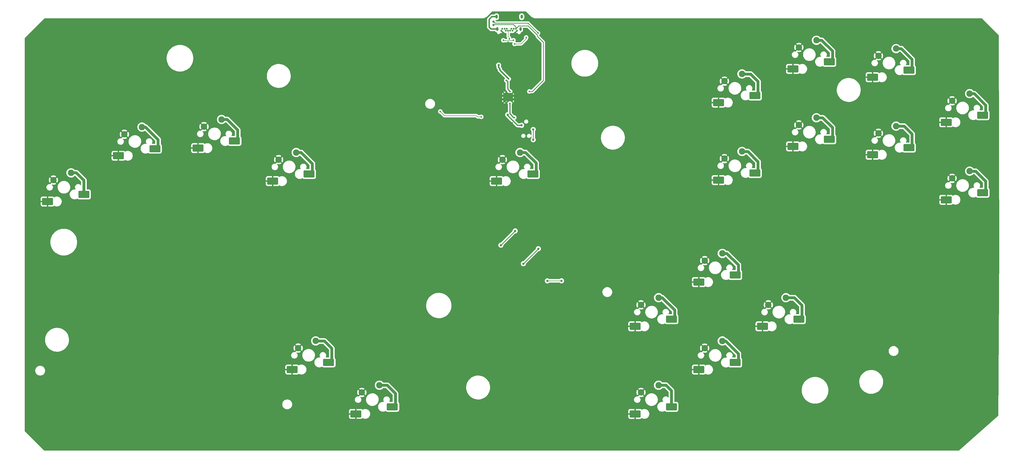
<source format=gbr>
%TF.GenerationSoftware,KiCad,Pcbnew,(7.0.0)*%
%TF.CreationDate,2023-06-16T05:12:17-04:00*%
%TF.ProjectId,ICOF1,49434f46-312e-46b6-9963-61645f706362,rev?*%
%TF.SameCoordinates,Original*%
%TF.FileFunction,Copper,L2,Bot*%
%TF.FilePolarity,Positive*%
%FSLAX46Y46*%
G04 Gerber Fmt 4.6, Leading zero omitted, Abs format (unit mm)*
G04 Created by KiCad (PCBNEW (7.0.0)) date 2023-06-16 05:12:17*
%MOMM*%
%LPD*%
G01*
G04 APERTURE LIST*
G04 Aperture macros list*
%AMRoundRect*
0 Rectangle with rounded corners*
0 $1 Rounding radius*
0 $2 $3 $4 $5 $6 $7 $8 $9 X,Y pos of 4 corners*
0 Add a 4 corners polygon primitive as box body*
4,1,4,$2,$3,$4,$5,$6,$7,$8,$9,$2,$3,0*
0 Add four circle primitives for the rounded corners*
1,1,$1+$1,$2,$3*
1,1,$1+$1,$4,$5*
1,1,$1+$1,$6,$7*
1,1,$1+$1,$8,$9*
0 Add four rect primitives between the rounded corners*
20,1,$1+$1,$2,$3,$4,$5,0*
20,1,$1+$1,$4,$5,$6,$7,0*
20,1,$1+$1,$6,$7,$8,$9,0*
20,1,$1+$1,$8,$9,$2,$3,0*%
G04 Aperture macros list end*
%TA.AperFunction,SMDPad,CuDef*%
%ADD10RoundRect,0.253000X-1.697000X-1.012000X1.697000X-1.012000X1.697000X1.012000X-1.697000X1.012000X0*%
%TD*%
%TA.AperFunction,ComponentPad*%
%ADD11C,2.286000*%
%TD*%
%TA.AperFunction,ComponentPad*%
%ADD12C,0.600000*%
%TD*%
%TA.AperFunction,ComponentPad*%
%ADD13C,0.650000*%
%TD*%
%TA.AperFunction,ComponentPad*%
%ADD14O,0.800000X1.400000*%
%TD*%
%TA.AperFunction,ViaPad*%
%ADD15C,0.552400*%
%TD*%
%TA.AperFunction,ViaPad*%
%ADD16C,0.600000*%
%TD*%
%TA.AperFunction,ViaPad*%
%ADD17C,0.502400*%
%TD*%
%TA.AperFunction,ViaPad*%
%ADD18C,0.800000*%
%TD*%
%TA.AperFunction,ViaPad*%
%ADD19C,0.500000*%
%TD*%
%TA.AperFunction,Conductor*%
%ADD20C,0.635000*%
%TD*%
%TA.AperFunction,Conductor*%
%ADD21C,0.250000*%
%TD*%
%TA.AperFunction,Conductor*%
%ADD22C,0.200000*%
%TD*%
%TA.AperFunction,Conductor*%
%ADD23C,1.000000*%
%TD*%
%TA.AperFunction,Conductor*%
%ADD24C,0.400000*%
%TD*%
%TA.AperFunction,Conductor*%
%ADD25C,0.500000*%
%TD*%
%TA.AperFunction,Conductor*%
%ADD26C,0.381000*%
%TD*%
G04 APERTURE END LIST*
D10*
%TO.P,SW25,1*%
%TO.N,Z*%
X353481100Y-71657600D03*
D11*
X348891100Y-63977600D03*
%TO.P,SW25,2*%
%TO.N,GND*%
X342631100Y-66537600D03*
D10*
X340521100Y-74192600D03*
%TD*%
%TO.P,SW40,1*%
%TO.N,C_RT*%
X314250100Y-132787600D03*
D11*
X309660100Y-125107600D03*
%TO.P,SW40,2*%
%TO.N,GND*%
X303400100Y-127667600D03*
D10*
X301290100Y-135322600D03*
%TD*%
%TO.P,SW8,1*%
%TO.N,DOWN*%
X113242100Y-69288600D03*
D11*
X108652100Y-61608600D03*
%TO.P,SW8,2*%
%TO.N,GND*%
X102392100Y-64168600D03*
D10*
X100282100Y-71823600D03*
%TD*%
%TO.P,SW22,1*%
%TO.N,X*%
X325126100Y-68682600D03*
D11*
X320536100Y-61002600D03*
%TO.P,SW22,2*%
%TO.N,GND*%
X314276100Y-63562600D03*
D10*
X312166100Y-71217600D03*
%TD*%
%TO.P,SW26,1*%
%TO.N,UP*%
X379704100Y-87693600D03*
D11*
X375114100Y-80013600D03*
%TO.P,SW26,2*%
%TO.N,GND*%
X368854100Y-82573600D03*
D10*
X366744100Y-90228600D03*
%TD*%
%TO.P,SW3,1*%
%TO.N,START*%
X219546100Y-81051600D03*
D11*
X214956100Y-73371600D03*
%TO.P,SW3,2*%
%TO.N,GND*%
X208696100Y-75931600D03*
D10*
X206586100Y-83586600D03*
%TD*%
%TO.P,SW35,1*%
%TO.N,C_UP*%
X291593100Y-117017600D03*
D11*
X287003100Y-109337600D03*
%TO.P,SW35,2*%
%TO.N,GND*%
X280743100Y-111897600D03*
D10*
X278633100Y-119552600D03*
%TD*%
%TO.P,SW19,1*%
%TO.N,MS*%
X379704100Y-60083600D03*
D11*
X375114100Y-52403600D03*
%TO.P,SW19,2*%
%TO.N,GND*%
X368854100Y-54963600D03*
D10*
X366744100Y-62618600D03*
%TD*%
%TO.P,SW12,1*%
%TO.N,R*%
X298608100Y-53068600D03*
D11*
X294018100Y-45388600D03*
%TO.P,SW12,2*%
%TO.N,GND*%
X287758100Y-47948600D03*
D10*
X285648100Y-55603600D03*
%TD*%
%TO.P,SW38,1*%
%TO.N,A*%
X291593100Y-148202600D03*
D11*
X287003100Y-140522600D03*
%TO.P,SW38,2*%
%TO.N,GND*%
X280743100Y-143082600D03*
D10*
X278633100Y-150737600D03*
%TD*%
%TO.P,SW28,1*%
%TO.N,M1*%
X146770000Y-148180000D03*
D11*
X142180000Y-140500000D03*
%TO.P,SW28,2*%
%TO.N,GND*%
X135920000Y-143060000D03*
D10*
X133810000Y-150715000D03*
%TD*%
%TO.P,SW32,1*%
%TO.N,C_LT*%
X268906100Y-132787600D03*
D11*
X264316100Y-125107600D03*
%TO.P,SW32,2*%
%TO.N,GND*%
X258056100Y-127667600D03*
D10*
X255946100Y-135322600D03*
%TD*%
%TO.P,SW36,1*%
%TO.N,C_DN*%
X268906100Y-163972600D03*
D11*
X264316100Y-156292600D03*
%TO.P,SW36,2*%
%TO.N,GND*%
X258056100Y-158852600D03*
D10*
X255946100Y-166507600D03*
%TD*%
%TO.P,SW10,1*%
%TO.N,RIGHT*%
X139814100Y-81051600D03*
D11*
X135224100Y-73371600D03*
%TO.P,SW10,2*%
%TO.N,GND*%
X128964100Y-75931600D03*
D10*
X126854100Y-83586600D03*
%TD*%
%TO.P,SW30,1*%
%TO.N,M2*%
X169461100Y-163971600D03*
D11*
X164871100Y-156291600D03*
%TO.P,SW30,2*%
%TO.N,GND*%
X158611100Y-158851600D03*
D10*
X156501100Y-166506600D03*
%TD*%
%TO.P,SW17,1*%
%TO.N,LS*%
X353481100Y-44047600D03*
D11*
X348891100Y-36367600D03*
%TO.P,SW17,2*%
%TO.N,GND*%
X342631100Y-38927600D03*
D10*
X340521100Y-46582600D03*
%TD*%
%TO.P,SW21,1*%
%TO.N,B*%
X298608100Y-80677600D03*
D11*
X294018100Y-72997600D03*
%TO.P,SW21,2*%
%TO.N,GND*%
X287758100Y-75557600D03*
D10*
X285648100Y-83212600D03*
%TD*%
%TO.P,SW6,1*%
%TO.N,LEFT*%
X84886100Y-72014600D03*
D11*
X80296100Y-64334600D03*
%TO.P,SW6,2*%
%TO.N,GND*%
X74036100Y-66894600D03*
D10*
X71926100Y-74549600D03*
%TD*%
%TO.P,SW4,1*%
%TO.N,L*%
X59606100Y-88317600D03*
D11*
X55016100Y-80637600D03*
%TO.P,SW4,2*%
%TO.N,GND*%
X48756100Y-83197600D03*
D10*
X46646100Y-90852600D03*
%TD*%
%TO.P,SW14,1*%
%TO.N,Y*%
X325126100Y-41072600D03*
D11*
X320536100Y-33392600D03*
%TO.P,SW14,2*%
%TO.N,GND*%
X314276100Y-35952600D03*
D10*
X312166100Y-43607600D03*
%TD*%
D12*
%TO.P,U3,57,GND*%
%TO.N,GND*%
X209429000Y-52527107D03*
X209429000Y-53802107D03*
X209429000Y-55077107D03*
X210704000Y-52527107D03*
X210704000Y-53802107D03*
X210704000Y-55077107D03*
X211979000Y-52527107D03*
X211979000Y-53802107D03*
X211979000Y-55077107D03*
%TD*%
D13*
%TO.P,J1,B1,GND*%
%TO.N,GND*%
X208256000Y-30006000D03*
%TO.P,J1,B2,TX2+*%
%TO.N,3vCable*%
X208656000Y-29306000D03*
%TO.P,J1,B3,TX2-*%
%TO.N,unconnected-(J1-TX2--PadB3)*%
X209456000Y-29306000D03*
%TO.P,J1,B4,VBUS*%
%TO.N,Net-(F1-Pad1)*%
X209856000Y-30006000D03*
%TO.P,J1,B5,CC2*%
%TO.N,Net-(J1-CC2)*%
X210256000Y-29306000D03*
%TO.P,J1,B6,D+*%
%TO.N,DBUS+*%
X210656000Y-30006000D03*
%TO.P,J1,B7,D-*%
%TO.N,DBUS-*%
X211456000Y-30006000D03*
%TO.P,J1,B8,SBU2*%
%TO.N,unconnected-(J1-SBU2-PadB8)*%
X211856000Y-29306000D03*
%TO.P,J1,B9,VBUS*%
%TO.N,Net-(F1-Pad1)*%
X212256000Y-30006000D03*
%TO.P,J1,B10,RX1-*%
%TO.N,unconnected-(J1-RX1--PadB10)*%
X212656000Y-29306000D03*
%TO.P,J1,B11,RX1+*%
%TO.N,DATA*%
X213456000Y-29306000D03*
%TO.P,J1,B12,GND*%
%TO.N,GND*%
X213856000Y-30006000D03*
D14*
%TO.P,J1,S1,SHIELD*%
%TO.N,Net-(J1-SHIELD)*%
X215545999Y-25015999D03*
X215110999Y-29405999D03*
X206850999Y-29405999D03*
X206565999Y-25015999D03*
%TD*%
D15*
%TO.N,GND*%
X350031100Y-86103600D03*
D16*
X205300000Y-56640000D03*
D15*
X155031100Y-82103600D03*
X296031100Y-136103600D03*
D16*
X209913750Y-44642125D03*
D15*
X344031100Y-31103600D03*
X267031100Y-153103600D03*
D17*
X302031100Y-161103600D03*
D16*
X208124000Y-36257107D03*
D18*
X221880000Y-57750000D03*
D15*
X337031100Y-83103600D03*
X145031100Y-38103600D03*
X48031100Y-161103600D03*
D17*
X333031100Y-141103600D03*
D15*
X164031100Y-38103600D03*
X266031100Y-50103600D03*
D18*
X207920000Y-34130000D03*
D15*
X358031100Y-97103600D03*
D16*
X211180000Y-63030000D03*
D15*
X299031100Y-69103600D03*
X176031100Y-148103600D03*
D16*
X202940000Y-64010000D03*
D15*
X365031100Y-68103600D03*
D17*
X287031100Y-172103600D03*
D15*
X327031100Y-59103600D03*
X246031100Y-149103600D03*
D16*
X210343991Y-66634000D03*
D18*
X220200000Y-32735000D03*
D17*
X329031100Y-169103600D03*
D15*
X230031100Y-164103600D03*
X84031100Y-107103600D03*
X41031100Y-125103600D03*
X279031100Y-158103600D03*
X337031100Y-99103600D03*
X295031100Y-96103600D03*
X213031100Y-96103600D03*
D18*
X215320000Y-66180000D03*
D15*
X156031100Y-146103600D03*
X51031100Y-119103600D03*
X310031100Y-49103600D03*
X72031100Y-82103600D03*
X160031100Y-122103600D03*
X149031100Y-167103600D03*
X96031100Y-106103600D03*
X185031100Y-164103600D03*
X64031100Y-72103600D03*
X54031100Y-58103600D03*
X309031100Y-96103600D03*
X61031100Y-154103600D03*
X171031100Y-122103600D03*
D16*
X216294000Y-37477107D03*
D15*
X93031100Y-57103600D03*
X189031100Y-74103600D03*
X375031100Y-39103600D03*
X272031100Y-37103600D03*
D17*
X354031100Y-167103600D03*
D15*
X46031100Y-72103600D03*
X312031100Y-77103600D03*
X143031100Y-64103600D03*
X189031100Y-87103600D03*
X376031100Y-32103600D03*
X68031100Y-170103600D03*
D17*
X330031100Y-118103600D03*
D15*
X321031100Y-84103600D03*
D17*
X312031100Y-146103600D03*
D15*
X76031100Y-141103600D03*
X251031100Y-38103600D03*
D16*
X212150000Y-62840000D03*
D15*
X116031100Y-82103600D03*
X231031100Y-89103600D03*
D18*
X199880000Y-44800000D03*
D16*
X209187416Y-41386964D03*
D19*
X210772782Y-34079500D03*
D15*
X212031100Y-126103600D03*
X341031100Y-52103600D03*
D16*
X214485750Y-46166125D03*
X217660750Y-47977107D03*
D15*
X320031100Y-131103600D03*
X301031100Y-90103600D03*
D17*
X199031100Y-108103600D03*
D15*
X61031100Y-163103600D03*
X54031100Y-39103600D03*
X280031100Y-90103600D03*
X73031100Y-47103600D03*
X381031100Y-94103600D03*
X72031100Y-56103600D03*
X159031100Y-72103600D03*
X223031100Y-104103600D03*
D16*
X220100000Y-44370000D03*
D15*
X355031100Y-59103600D03*
D16*
X216774000Y-45542107D03*
D15*
X173031100Y-83103600D03*
X117031100Y-35103600D03*
X213031100Y-148103600D03*
D16*
X205468750Y-48833125D03*
D15*
X364031100Y-35103600D03*
X71031100Y-35103600D03*
X248031100Y-53103600D03*
D16*
X212930000Y-44150000D03*
D15*
X295031100Y-143103600D03*
D16*
X218675000Y-57395000D03*
D15*
X45031100Y-96103600D03*
X263031100Y-143103600D03*
D16*
X211025000Y-44150000D03*
D15*
X44031100Y-112103600D03*
X234658412Y-31602982D03*
X98031100Y-77103600D03*
X52031100Y-172103600D03*
X46031100Y-47103600D03*
X253031100Y-171103600D03*
D18*
X223150000Y-52940000D03*
D15*
X367031100Y-46103600D03*
X110031100Y-52103600D03*
X264031100Y-69103600D03*
X299031100Y-118103600D03*
D16*
%TO.N,START*%
X201150000Y-60675000D03*
X186545000Y-58770000D03*
D18*
%TO.N,C_UP*%
X208135000Y-106395000D03*
X213215000Y-101315000D03*
%TO.N,C_LT*%
X216139103Y-112995897D03*
X221470000Y-107665000D03*
%TO.N,A*%
X229725000Y-119095000D03*
X224667413Y-119117412D03*
D16*
%TO.N,DATA*%
X218280000Y-51629500D03*
D18*
X205468000Y-27961698D03*
%TO.N,+3V3*%
X207330000Y-42260000D03*
X210580000Y-59920000D03*
X215510000Y-63690000D03*
D16*
X210929750Y-47182125D03*
%TO.N,+1V1*%
X212909617Y-60928280D03*
X211330000Y-55901607D03*
X211437750Y-51664357D03*
X210069000Y-47674357D03*
%TO.N,Net-(F1-Pad1)*%
X212608446Y-33391554D03*
X209005554Y-33405554D03*
%TO.N,DBUS+*%
X211120000Y-32910000D03*
D18*
%TO.N,SWCLK*%
X219655000Y-68845000D03*
X219640000Y-65180000D03*
D16*
%TO.N,Net-(J1-CC1)*%
X217152000Y-32407607D03*
X213000959Y-34714717D03*
D18*
%TO.N,3vCable*%
X205468000Y-26766000D03*
D16*
X221392185Y-30841511D03*
%TD*%
D20*
%TO.N,GND*%
X210704000Y-52527107D02*
X210704000Y-55077107D01*
X211980000Y-55076107D02*
X211980000Y-52528107D01*
D21*
X223150000Y-56480000D02*
X221880000Y-57750000D01*
D20*
X209729000Y-54777107D02*
X211679000Y-54777107D01*
X211679000Y-54777107D02*
X211979000Y-55077107D01*
X211979000Y-52527107D02*
X209429000Y-52527107D01*
D21*
X223150000Y-52940000D02*
X223150000Y-56480000D01*
D20*
X211979000Y-55077107D02*
X211980000Y-55076107D01*
X209429000Y-55077107D02*
X209729000Y-54777107D01*
X209429000Y-55077107D02*
X209429000Y-52527107D01*
X211980000Y-52528107D02*
X211979000Y-52527107D01*
X211979000Y-53802107D02*
X209429000Y-53802107D01*
D22*
%TO.N,START*%
X188025000Y-60250000D02*
X199455000Y-60250000D01*
D23*
X220691100Y-81041600D02*
X220691100Y-77161100D01*
X216951600Y-73421600D02*
X214976100Y-73421600D01*
D22*
X199880000Y-60675000D02*
X201150000Y-60675000D01*
D23*
X220691100Y-77161100D02*
X216951600Y-73421600D01*
D22*
X199455000Y-60250000D02*
X199880000Y-60675000D01*
X186545000Y-58770000D02*
X188025000Y-60250000D01*
D23*
%TO.N,RIGHT*%
X140959100Y-81041600D02*
X140959100Y-77379100D01*
X140959100Y-77379100D02*
X137001600Y-73421600D01*
X137001600Y-73421600D02*
X135244100Y-73421600D01*
%TO.N,DOWN*%
X114387100Y-65357100D02*
X110688600Y-61658600D01*
X114387100Y-69278600D02*
X114387100Y-65357100D01*
X110688600Y-61658600D02*
X108672100Y-61658600D01*
%TO.N,LEFT*%
X86031100Y-68801100D02*
X81564600Y-64334600D01*
X81564600Y-64334600D02*
X80296100Y-64334600D01*
X86031100Y-72004600D02*
X86031100Y-68801100D01*
%TO.N,L*%
X56901600Y-80637600D02*
X55016100Y-80637600D01*
X59606100Y-88317600D02*
X59606100Y-83342100D01*
X59606100Y-83342100D02*
X56901600Y-80637600D01*
%TO.N,M1*%
X145284600Y-140572600D02*
X142802600Y-140572600D01*
X147918100Y-143206100D02*
X145284600Y-140572600D01*
X147918100Y-148192600D02*
X147918100Y-143206100D01*
D21*
X142802600Y-140572600D02*
X142203100Y-140572600D01*
D23*
%TO.N,M2*%
X170606100Y-159290100D02*
X167657600Y-156341600D01*
X170606100Y-163961600D02*
X170606100Y-159290100D01*
X167657600Y-156341600D02*
X164891100Y-156341600D01*
%TO.N,C_UP*%
X288667600Y-109387600D02*
X287023100Y-109387600D01*
X292738100Y-117007600D02*
X292738100Y-113458100D01*
X292738100Y-113458100D02*
X288667600Y-109387600D01*
D21*
X213215000Y-101315000D02*
X208135000Y-106395000D01*
D23*
%TO.N,C_LT*%
X270051100Y-129571100D02*
X265637600Y-125157600D01*
X265637600Y-125157600D02*
X264336100Y-125157600D01*
X270051100Y-132777600D02*
X270051100Y-129571100D01*
D21*
X221470000Y-107665000D02*
X216139103Y-112995897D01*
D22*
%TO.N,A*%
X224667413Y-119117412D02*
X224689825Y-119095000D01*
D23*
X292738100Y-145108100D02*
X288202600Y-140572600D01*
X292738100Y-148192600D02*
X292738100Y-145108100D01*
X288202600Y-140572600D02*
X287023100Y-140572600D01*
D22*
X224689825Y-119095000D02*
X229725000Y-119095000D01*
D23*
%TO.N,C_DN*%
X264316100Y-156292600D02*
X266922600Y-156292600D01*
X268906100Y-158276100D02*
X268906100Y-163972600D01*
X266922600Y-156292600D02*
X268906100Y-158276100D01*
%TO.N,C_RT*%
X312687600Y-125157600D02*
X309680100Y-125157600D01*
X315395100Y-132777600D02*
X315395100Y-127865100D01*
X315395100Y-127865100D02*
X312687600Y-125157600D01*
%TO.N,UP*%
X377243600Y-80063600D02*
X375134100Y-80063600D01*
X380849100Y-83669100D02*
X377243600Y-80063600D01*
X380849100Y-87683600D02*
X380849100Y-83669100D01*
%TO.N,MS*%
X380849100Y-56569100D02*
X376733600Y-52453600D01*
X376733600Y-52453600D02*
X375134100Y-52453600D01*
X380849100Y-60073600D02*
X380849100Y-56569100D01*
%TO.N,Z*%
X354626100Y-71647600D02*
X354626100Y-66846100D01*
X351807600Y-64027600D02*
X348911100Y-64027600D01*
X354626100Y-66846100D02*
X351807600Y-64027600D01*
%TO.N,LS*%
X354626100Y-44037600D02*
X354626100Y-40246100D01*
X350797600Y-36417600D02*
X348911100Y-36417600D01*
X354626100Y-40246100D02*
X350797600Y-36417600D01*
%TO.N,X*%
X326271100Y-68672600D02*
X326271100Y-64541100D01*
X322782600Y-61052600D02*
X320556100Y-61052600D01*
X326271100Y-64541100D02*
X322782600Y-61052600D01*
%TO.N,Y*%
X326271100Y-37291100D02*
X322422600Y-33442600D01*
X326271100Y-41062600D02*
X326271100Y-37291100D01*
X322422600Y-33442600D02*
X320556100Y-33442600D01*
%TO.N,B*%
X299753100Y-80667600D02*
X299753100Y-76673100D01*
X299753100Y-76673100D02*
X296127600Y-73047600D01*
X296127600Y-73047600D02*
X294038100Y-73047600D01*
%TO.N,R*%
X298608100Y-53068600D02*
X299753100Y-51923600D01*
X299753100Y-51923600D02*
X299753100Y-48123100D01*
X299753100Y-48123100D02*
X297068600Y-45438600D01*
X297068600Y-45438600D02*
X294038100Y-45438600D01*
D21*
%TO.N,DATA*%
X221126705Y-32000518D02*
X221126705Y-31605705D01*
X214472000Y-28290000D02*
X213456000Y-29306000D01*
X223230000Y-47710000D02*
X223230000Y-34100000D01*
X223230000Y-34100000D02*
X221130518Y-32000518D01*
X218280000Y-51629500D02*
X219310500Y-51629500D01*
X213456000Y-28658000D02*
X213456000Y-29306000D01*
X217811000Y-28290000D02*
X214472000Y-28290000D01*
X219310500Y-51629500D02*
X223230000Y-47710000D01*
X221130518Y-32000518D02*
X221126705Y-32000518D01*
X212580000Y-27782000D02*
X213456000Y-28658000D01*
X221126705Y-31605705D02*
X217811000Y-28290000D01*
X205647698Y-27782000D02*
X212580000Y-27782000D01*
X205468000Y-27961698D02*
X205647698Y-27782000D01*
D24*
%TO.N,+3V3*%
X210580000Y-60190000D02*
X214080000Y-63690000D01*
X214080000Y-63690000D02*
X215510000Y-63690000D01*
D25*
X207754000Y-43530000D02*
X207754000Y-44006375D01*
X207330000Y-43106000D02*
X207754000Y-43530000D01*
X207754000Y-44006375D02*
X210929750Y-47182125D01*
D24*
X210580000Y-59920000D02*
X210580000Y-60190000D01*
D25*
X207330000Y-42260000D02*
X207330000Y-43106000D01*
D26*
%TO.N,+1V1*%
X210530000Y-50756607D02*
X210530000Y-48135357D01*
X211437750Y-51664357D02*
X210530000Y-50756607D01*
X212698280Y-60928280D02*
X211330000Y-59560000D01*
X210530000Y-48135357D02*
X210069000Y-47674357D01*
X212909617Y-60928280D02*
X212698280Y-60928280D01*
X211330000Y-59560000D02*
X211330000Y-55901607D01*
D22*
%TO.N,Net-(F1-Pad1)*%
X209130000Y-33530000D02*
X212470000Y-33530000D01*
X212470000Y-33530000D02*
X212608446Y-33391554D01*
X209005554Y-33405554D02*
X209130000Y-33530000D01*
D25*
%TO.N,Net-(J1-SHIELD)*%
X204932000Y-25016000D02*
X206347000Y-25016000D01*
X203944000Y-26004000D02*
X204932000Y-25016000D01*
X204679000Y-29406000D02*
X203944000Y-28671000D01*
X206673000Y-29406000D02*
X204679000Y-29406000D01*
X203944000Y-28671000D02*
X203944000Y-26004000D01*
D22*
%TO.N,DBUS+*%
X210760140Y-32058140D02*
X210760140Y-30110140D01*
X211120000Y-32418000D02*
X210760140Y-32058140D01*
X210760140Y-30110140D02*
X210656000Y-30006000D01*
X211120000Y-32910000D02*
X211120000Y-32418000D01*
D21*
%TO.N,SWCLK*%
X219655000Y-65195000D02*
X219640000Y-65180000D01*
X219655000Y-68845000D02*
X219655000Y-65195000D01*
D22*
%TO.N,Net-(J1-CC1)*%
X213000959Y-34714717D02*
X215299283Y-34714717D01*
X217152000Y-32407607D02*
X217152000Y-32862000D01*
X217152000Y-32862000D02*
X215299283Y-34714717D01*
D21*
%TO.N,3vCable*%
X221365125Y-30841511D02*
X217797614Y-27274000D01*
X217797614Y-27274000D02*
X205976000Y-27274000D01*
X221392185Y-30841511D02*
X221365125Y-30841511D01*
X205976000Y-27274000D02*
X205468000Y-26766000D01*
%TD*%
%TA.AperFunction,Conductor*%
%TO.N,GND*%
G36*
X216995505Y-23108312D02*
G01*
X217068960Y-23145039D01*
X217088193Y-23158901D01*
X217179575Y-23250282D01*
X217179576Y-23250284D01*
X218779575Y-24850282D01*
X218779576Y-24850284D01*
X219029635Y-25100342D01*
X219029687Y-25100402D01*
X219029703Y-25100410D01*
X219029716Y-25100423D01*
X219029789Y-25100453D01*
X220030708Y-25603962D01*
X220030717Y-25603983D01*
X220030895Y-25604056D01*
X220030964Y-25604091D01*
X220030982Y-25604092D01*
X220031001Y-25604100D01*
X220031084Y-25604100D01*
X220031270Y-25604114D01*
X220031286Y-25604100D01*
X379500240Y-25604100D01*
X379528559Y-25609733D01*
X379552566Y-25625774D01*
X385508984Y-31582191D01*
X385524998Y-31606133D01*
X385530658Y-31634375D01*
X385679498Y-109449767D01*
X385679496Y-109450422D01*
X385279730Y-167166699D01*
X385273080Y-167196849D01*
X385254707Y-167221661D01*
X371250795Y-179584575D01*
X371228000Y-179598314D01*
X371201820Y-179603100D01*
X45561960Y-179603100D01*
X45533641Y-179597467D01*
X45509634Y-179581426D01*
X38553274Y-172625066D01*
X38537233Y-172601059D01*
X38531600Y-172572740D01*
X38531600Y-167567433D01*
X154043100Y-167567433D01*
X154043290Y-167571179D01*
X154053337Y-167669518D01*
X154055018Y-167677368D01*
X154108348Y-167838311D01*
X154111965Y-167846068D01*
X154200834Y-167990146D01*
X154206142Y-167996859D01*
X154325840Y-168116557D01*
X154332553Y-168121865D01*
X154476631Y-168210734D01*
X154484388Y-168214351D01*
X154645331Y-168267681D01*
X154653181Y-168269362D01*
X154751520Y-168279409D01*
X154755267Y-168279600D01*
X156237357Y-168279600D01*
X156245040Y-168277540D01*
X156247100Y-168269857D01*
X156755100Y-168269857D01*
X156757159Y-168277540D01*
X156764843Y-168279600D01*
X158246933Y-168279600D01*
X158250679Y-168279409D01*
X158349018Y-168269362D01*
X158356868Y-168267681D01*
X158517811Y-168214351D01*
X158525568Y-168210734D01*
X158669646Y-168121865D01*
X158676359Y-168116557D01*
X158793939Y-167998977D01*
X158836606Y-167977936D01*
X158883264Y-167987216D01*
X159049457Y-168083168D01*
X159230633Y-168154274D01*
X159291110Y-168178010D01*
X159291112Y-168178010D01*
X159293684Y-168179020D01*
X159549470Y-168237402D01*
X159745606Y-168252100D01*
X159875215Y-168252100D01*
X159876594Y-168252100D01*
X160072730Y-168237402D01*
X160328516Y-168179020D01*
X160572743Y-168083168D01*
X160799957Y-167951986D01*
X161005081Y-167788405D01*
X161183533Y-167596079D01*
X161202382Y-167568433D01*
X253488100Y-167568433D01*
X253488290Y-167572179D01*
X253498337Y-167670518D01*
X253500018Y-167678368D01*
X253553348Y-167839311D01*
X253556965Y-167847068D01*
X253645834Y-167991146D01*
X253651142Y-167997859D01*
X253770840Y-168117557D01*
X253777553Y-168122865D01*
X253921631Y-168211734D01*
X253929388Y-168215351D01*
X254090331Y-168268681D01*
X254098181Y-168270362D01*
X254196520Y-168280409D01*
X254200267Y-168280600D01*
X255682357Y-168280600D01*
X255690040Y-168278540D01*
X255692100Y-168270857D01*
X256200100Y-168270857D01*
X256202159Y-168278540D01*
X256209843Y-168280600D01*
X257691933Y-168280600D01*
X257695679Y-168280409D01*
X257794018Y-168270362D01*
X257801868Y-168268681D01*
X257962811Y-168215351D01*
X257970568Y-168211734D01*
X258114646Y-168122865D01*
X258121359Y-168117557D01*
X258238939Y-167999977D01*
X258281606Y-167978936D01*
X258328264Y-167988216D01*
X258494457Y-168084168D01*
X258675633Y-168155274D01*
X258736110Y-168179010D01*
X258736112Y-168179010D01*
X258738684Y-168180020D01*
X258994470Y-168238402D01*
X259190606Y-168253100D01*
X259320215Y-168253100D01*
X259321594Y-168253100D01*
X259517730Y-168238402D01*
X259773516Y-168180020D01*
X260017743Y-168084168D01*
X260244957Y-167952986D01*
X260450081Y-167789405D01*
X260628533Y-167597079D01*
X260776328Y-167380304D01*
X260890163Y-167143923D01*
X260967496Y-166893215D01*
X261006600Y-166633782D01*
X261006600Y-166371418D01*
X260967496Y-166111985D01*
X260890163Y-165861277D01*
X260776328Y-165624896D01*
X260750668Y-165587260D01*
X260630090Y-165410404D01*
X260630086Y-165410399D01*
X260628533Y-165408121D01*
X260450081Y-165215795D01*
X260446668Y-165213073D01*
X260247118Y-165053937D01*
X260247115Y-165053934D01*
X260244957Y-165052214D01*
X260017743Y-164921032D01*
X260003421Y-164915411D01*
X259776089Y-164826189D01*
X259776079Y-164826185D01*
X259773516Y-164825180D01*
X259769135Y-164824180D01*
X259520426Y-164767413D01*
X259520421Y-164767412D01*
X259517730Y-164766798D01*
X259514968Y-164766591D01*
X259322970Y-164752203D01*
X259322966Y-164752202D01*
X259321594Y-164752100D01*
X259190606Y-164752100D01*
X259189234Y-164752202D01*
X259189229Y-164752203D01*
X258997231Y-164766591D01*
X258997229Y-164766591D01*
X258994470Y-164766798D01*
X258991780Y-164767411D01*
X258991773Y-164767413D01*
X258741377Y-164824565D01*
X258741372Y-164824566D01*
X258738684Y-164825180D01*
X258736124Y-164826184D01*
X258736110Y-164826189D01*
X258497027Y-164920023D01*
X258497023Y-164920024D01*
X258494457Y-164921032D01*
X258492070Y-164922409D01*
X258492064Y-164922413D01*
X258321925Y-165020642D01*
X258275266Y-165029923D01*
X258232599Y-165008882D01*
X258121359Y-164897642D01*
X258114646Y-164892334D01*
X257970568Y-164803465D01*
X257962811Y-164799848D01*
X257801868Y-164746518D01*
X257794018Y-164744837D01*
X257695679Y-164734790D01*
X257691933Y-164734600D01*
X256209843Y-164734600D01*
X256202159Y-164736659D01*
X256200100Y-164744343D01*
X256200100Y-168270857D01*
X255692100Y-168270857D01*
X255692100Y-166771343D01*
X255690040Y-166763659D01*
X255682357Y-166761600D01*
X253497843Y-166761600D01*
X253490159Y-166763659D01*
X253488100Y-166771343D01*
X253488100Y-167568433D01*
X161202382Y-167568433D01*
X161331328Y-167379304D01*
X161445163Y-167142923D01*
X161522496Y-166892215D01*
X161561600Y-166632782D01*
X161561600Y-166370418D01*
X161542524Y-166243857D01*
X253488100Y-166243857D01*
X253490159Y-166251540D01*
X253497843Y-166253600D01*
X255682357Y-166253600D01*
X255690040Y-166251540D01*
X255692100Y-166243857D01*
X255692100Y-164744343D01*
X255690040Y-164736659D01*
X255682357Y-164734600D01*
X254200267Y-164734600D01*
X254196520Y-164734790D01*
X254098181Y-164744837D01*
X254090331Y-164746518D01*
X253929388Y-164799848D01*
X253921631Y-164803465D01*
X253777553Y-164892334D01*
X253770840Y-164897642D01*
X253651142Y-165017340D01*
X253645834Y-165024053D01*
X253556965Y-165168131D01*
X253553348Y-165175888D01*
X253500018Y-165336831D01*
X253498337Y-165344681D01*
X253488290Y-165443020D01*
X253488100Y-165446767D01*
X253488100Y-166243857D01*
X161542524Y-166243857D01*
X161522496Y-166110985D01*
X161445163Y-165860277D01*
X161331328Y-165623896D01*
X161305490Y-165585999D01*
X161185090Y-165409404D01*
X161185086Y-165409399D01*
X161183533Y-165407121D01*
X161005081Y-165214795D01*
X161002922Y-165213073D01*
X160802118Y-165052937D01*
X160802115Y-165052934D01*
X160799957Y-165051214D01*
X160572743Y-164920032D01*
X160558421Y-164914411D01*
X160331089Y-164825189D01*
X160331079Y-164825185D01*
X160328516Y-164824180D01*
X160325822Y-164823565D01*
X160075426Y-164766413D01*
X160075421Y-164766412D01*
X160072730Y-164765798D01*
X160069968Y-164765591D01*
X159877970Y-164751203D01*
X159877966Y-164751202D01*
X159876594Y-164751100D01*
X159745606Y-164751100D01*
X159744234Y-164751202D01*
X159744229Y-164751203D01*
X159552231Y-164765591D01*
X159552229Y-164765591D01*
X159549470Y-164765798D01*
X159546780Y-164766411D01*
X159546773Y-164766413D01*
X159296377Y-164823565D01*
X159296372Y-164823566D01*
X159293684Y-164824180D01*
X159291124Y-164825184D01*
X159291110Y-164825189D01*
X159052027Y-164919023D01*
X159052023Y-164919024D01*
X159049457Y-164920032D01*
X159047070Y-164921409D01*
X159047064Y-164921413D01*
X158876925Y-165019642D01*
X158830266Y-165028923D01*
X158787599Y-165007882D01*
X158676359Y-164896642D01*
X158669646Y-164891334D01*
X158525568Y-164802465D01*
X158517811Y-164798848D01*
X158356868Y-164745518D01*
X158349018Y-164743837D01*
X158250679Y-164733790D01*
X158246933Y-164733600D01*
X156764843Y-164733600D01*
X156757159Y-164735659D01*
X156755100Y-164743343D01*
X156755100Y-168269857D01*
X156247100Y-168269857D01*
X156247100Y-166770343D01*
X156245040Y-166762659D01*
X156237357Y-166760600D01*
X154052843Y-166760600D01*
X154045159Y-166762659D01*
X154043100Y-166770343D01*
X154043100Y-167567433D01*
X38531600Y-167567433D01*
X38531600Y-166242857D01*
X154043100Y-166242857D01*
X154045159Y-166250540D01*
X154052843Y-166252600D01*
X156237357Y-166252600D01*
X156245040Y-166250540D01*
X156247100Y-166242857D01*
X156247100Y-164743343D01*
X156245040Y-164735659D01*
X156237357Y-164733600D01*
X154755267Y-164733600D01*
X154751520Y-164733790D01*
X154653181Y-164743837D01*
X154645331Y-164745518D01*
X154484388Y-164798848D01*
X154476631Y-164802465D01*
X154332553Y-164891334D01*
X154325840Y-164896642D01*
X154206142Y-165016340D01*
X154200834Y-165023053D01*
X154111965Y-165167131D01*
X154108348Y-165174888D01*
X154055018Y-165335831D01*
X154053337Y-165343681D01*
X154043290Y-165442020D01*
X154043100Y-165445767D01*
X154043100Y-166242857D01*
X38531600Y-166242857D01*
X38531600Y-163234782D01*
X130280600Y-163234782D01*
X130281012Y-163237518D01*
X130281013Y-163237526D01*
X130319289Y-163491468D01*
X130319291Y-163491480D01*
X130319704Y-163494215D01*
X130320521Y-163496863D01*
X130320522Y-163496868D01*
X130396219Y-163742273D01*
X130396221Y-163742279D01*
X130397037Y-163744923D01*
X130398235Y-163747412D01*
X130398238Y-163747418D01*
X130509671Y-163978811D01*
X130510872Y-163981304D01*
X130512425Y-163983581D01*
X130512428Y-163983587D01*
X130657109Y-164195795D01*
X130657114Y-164195801D01*
X130658667Y-164198079D01*
X130837119Y-164390405D01*
X131042243Y-164553986D01*
X131269457Y-164685168D01*
X131450633Y-164756274D01*
X131511110Y-164780010D01*
X131511112Y-164780010D01*
X131513684Y-164781020D01*
X131769470Y-164839402D01*
X131965606Y-164854100D01*
X132095215Y-164854100D01*
X132096594Y-164854100D01*
X132292730Y-164839402D01*
X132548516Y-164781020D01*
X132792743Y-164685168D01*
X133019957Y-164553986D01*
X133225081Y-164390405D01*
X133403533Y-164198079D01*
X133551328Y-163981304D01*
X133665163Y-163744923D01*
X133742496Y-163494215D01*
X133781600Y-163234782D01*
X133781600Y-162972418D01*
X133742496Y-162712985D01*
X133665163Y-162462277D01*
X133551328Y-162225896D01*
X133541922Y-162212100D01*
X133405090Y-162011404D01*
X133405086Y-162011399D01*
X133403533Y-162009121D01*
X133225081Y-161816795D01*
X133202966Y-161799159D01*
X133022118Y-161654937D01*
X133022115Y-161654934D01*
X133019957Y-161653214D01*
X132803444Y-161528210D01*
X156120600Y-161528210D01*
X156121226Y-161531559D01*
X156121227Y-161531569D01*
X156159150Y-161734437D01*
X156159152Y-161734444D01*
X156159779Y-161737798D01*
X156236802Y-161936619D01*
X156238602Y-161939526D01*
X156238603Y-161939528D01*
X156242251Y-161945419D01*
X156349048Y-162117902D01*
X156351354Y-162120432D01*
X156351356Y-162120434D01*
X156485889Y-162268009D01*
X156492693Y-162275472D01*
X156495420Y-162277531D01*
X156495423Y-162277534D01*
X156559045Y-162325579D01*
X156662845Y-162403966D01*
X156853711Y-162499005D01*
X157058790Y-162557356D01*
X157217906Y-162572100D01*
X157322580Y-162572100D01*
X157324294Y-162572100D01*
X157483410Y-162557356D01*
X157688489Y-162499005D01*
X157879355Y-162403966D01*
X158049507Y-162275472D01*
X158193152Y-162117902D01*
X158305398Y-161936619D01*
X158382421Y-161737798D01*
X158421600Y-161528210D01*
X158421600Y-161496764D01*
X160102933Y-161496764D01*
X160103180Y-161499226D01*
X160103181Y-161499235D01*
X160132762Y-161793272D01*
X160133011Y-161795745D01*
X160133585Y-161798154D01*
X160133586Y-161798159D01*
X160184405Y-162011404D01*
X160202670Y-162088049D01*
X160310669Y-162368460D01*
X160311856Y-162370627D01*
X160311858Y-162370630D01*
X160453888Y-162629802D01*
X160455079Y-162631975D01*
X160456546Y-162633967D01*
X160456548Y-162633969D01*
X160631856Y-162871899D01*
X160633323Y-162873890D01*
X160635035Y-162875660D01*
X160635040Y-162875666D01*
X160840499Y-163088109D01*
X160840503Y-163088112D01*
X160842221Y-163089889D01*
X160844165Y-163091424D01*
X161076104Y-163274585D01*
X161076109Y-163274588D01*
X161078046Y-163276118D01*
X161080166Y-163277373D01*
X161080168Y-163277375D01*
X161334459Y-163427992D01*
X161334463Y-163427994D01*
X161336587Y-163429252D01*
X161613233Y-163546560D01*
X161903046Y-163625948D01*
X162200855Y-163666000D01*
X162424892Y-163666000D01*
X162426133Y-163666000D01*
X162650919Y-163650952D01*
X162945387Y-163591099D01*
X163229251Y-163492531D01*
X163497443Y-163357007D01*
X163745180Y-163186946D01*
X163968039Y-162985382D01*
X164162043Y-162755912D01*
X164323731Y-162502632D01*
X164450218Y-162230060D01*
X164539246Y-161943062D01*
X164589226Y-161646758D01*
X164599267Y-161346436D01*
X164569189Y-161047455D01*
X164499530Y-160755151D01*
X164391531Y-160474740D01*
X164247121Y-160211225D01*
X164068877Y-159969310D01*
X164067163Y-159967537D01*
X164067159Y-159967533D01*
X163861700Y-159755090D01*
X163861696Y-159755086D01*
X163859979Y-159753311D01*
X163778199Y-159688730D01*
X163626095Y-159568614D01*
X163626087Y-159568608D01*
X163624154Y-159567082D01*
X163622036Y-159565827D01*
X163622031Y-159565824D01*
X163367740Y-159415207D01*
X163367730Y-159415202D01*
X163365613Y-159413948D01*
X163363341Y-159412984D01*
X163363334Y-159412981D01*
X163091243Y-159297605D01*
X163091241Y-159297604D01*
X163088967Y-159296640D01*
X163027455Y-159279790D01*
X162801535Y-159217904D01*
X162801531Y-159217903D01*
X162799154Y-159217252D01*
X162796717Y-159216924D01*
X162796706Y-159216922D01*
X162503796Y-159177529D01*
X162503786Y-159177528D01*
X162501345Y-159177200D01*
X162276067Y-159177200D01*
X162274850Y-159177281D01*
X162274833Y-159177282D01*
X162053741Y-159192083D01*
X162053736Y-159192083D01*
X162051281Y-159192248D01*
X162048873Y-159192737D01*
X162048861Y-159192739D01*
X161759237Y-159251608D01*
X161759232Y-159251609D01*
X161756813Y-159252101D01*
X161754481Y-159252910D01*
X161754480Y-159252911D01*
X161475283Y-159349858D01*
X161475275Y-159349861D01*
X161472949Y-159350669D01*
X161470753Y-159351778D01*
X161470738Y-159351785D01*
X161206963Y-159485078D01*
X161206960Y-159485079D01*
X161204757Y-159486193D01*
X161202727Y-159487586D01*
X161202721Y-159487590D01*
X160959056Y-159654855D01*
X160959042Y-159654865D01*
X160957020Y-159656254D01*
X160955190Y-159657908D01*
X160955185Y-159657913D01*
X160735998Y-159856156D01*
X160735993Y-159856160D01*
X160734161Y-159857818D01*
X160732564Y-159859706D01*
X160732560Y-159859711D01*
X160541756Y-160085396D01*
X160541752Y-160085401D01*
X160540157Y-160087288D01*
X160538832Y-160089363D01*
X160538825Y-160089373D01*
X160379798Y-160338484D01*
X160379789Y-160338499D01*
X160378469Y-160340568D01*
X160377432Y-160342801D01*
X160377429Y-160342808D01*
X160253021Y-160610899D01*
X160253016Y-160610910D01*
X160251982Y-160613140D01*
X160251251Y-160615495D01*
X160251250Y-160615499D01*
X160167057Y-160886912D01*
X160162954Y-160900138D01*
X160162545Y-160902561D01*
X160162542Y-160902575D01*
X160113385Y-161194000D01*
X160113383Y-161194013D01*
X160112974Y-161196442D01*
X160112891Y-161198905D01*
X160112891Y-161198912D01*
X160103015Y-161494285D01*
X160103015Y-161494298D01*
X160102933Y-161496764D01*
X158421600Y-161496764D01*
X158421600Y-161314990D01*
X158382421Y-161105402D01*
X158305398Y-160906581D01*
X158193152Y-160725298D01*
X158157502Y-160686192D01*
X158051812Y-160570256D01*
X158051809Y-160570253D01*
X158049507Y-160567728D01*
X158035192Y-160556918D01*
X158010590Y-160524089D01*
X158007256Y-160483198D01*
X158026217Y-160446815D01*
X158061645Y-160426125D01*
X158099161Y-160427370D01*
X158099335Y-160426649D01*
X158349203Y-160486637D01*
X158354920Y-160487543D01*
X158608203Y-160507477D01*
X158613997Y-160507477D01*
X158867279Y-160487543D01*
X158872996Y-160486637D01*
X159120033Y-160427328D01*
X159125552Y-160425535D01*
X159360271Y-160328312D01*
X159365436Y-160325680D01*
X159581689Y-160193160D01*
X159585146Y-160187985D01*
X159581164Y-160180875D01*
X158617987Y-159217697D01*
X158611100Y-159213720D01*
X158604212Y-159217697D01*
X157641033Y-160180876D01*
X157637053Y-160187984D01*
X157642018Y-160195414D01*
X157654476Y-160238022D01*
X157640309Y-160280093D01*
X157604615Y-160306486D01*
X157560240Y-160307704D01*
X157486699Y-160286779D01*
X157486690Y-160286777D01*
X157483410Y-160285844D01*
X157480006Y-160285528D01*
X157480003Y-160285528D01*
X157326004Y-160271258D01*
X157325994Y-160271257D01*
X157324294Y-160271100D01*
X157217906Y-160271100D01*
X157216206Y-160271257D01*
X157216195Y-160271258D01*
X157062196Y-160285528D01*
X157062191Y-160285528D01*
X157058790Y-160285844D01*
X157055511Y-160286776D01*
X157055500Y-160286779D01*
X156857008Y-160343256D01*
X156856999Y-160343259D01*
X156853711Y-160344195D01*
X156850646Y-160345720D01*
X156850641Y-160345723D01*
X156665913Y-160437706D01*
X156665910Y-160437707D01*
X156662845Y-160439234D01*
X156660112Y-160441297D01*
X156660110Y-160441299D01*
X156495423Y-160565665D01*
X156495414Y-160565673D01*
X156492693Y-160567728D01*
X156490395Y-160570248D01*
X156490387Y-160570256D01*
X156351356Y-160722765D01*
X156351350Y-160722772D01*
X156349048Y-160725298D01*
X156347245Y-160728208D01*
X156347244Y-160728211D01*
X156238603Y-160903671D01*
X156238599Y-160903677D01*
X156236802Y-160906581D01*
X156235566Y-160909769D01*
X156235566Y-160909771D01*
X156180883Y-161050927D01*
X156159779Y-161105402D01*
X156159152Y-161108752D01*
X156159150Y-161108762D01*
X156121227Y-161311630D01*
X156121225Y-161311641D01*
X156120600Y-161314990D01*
X156120600Y-161528210D01*
X132803444Y-161528210D01*
X132792743Y-161522032D01*
X132778421Y-161516411D01*
X132551089Y-161427189D01*
X132551079Y-161427185D01*
X132548516Y-161426180D01*
X132545822Y-161425565D01*
X132295426Y-161368413D01*
X132295421Y-161368412D01*
X132292730Y-161367798D01*
X132289968Y-161367591D01*
X132097970Y-161353203D01*
X132097966Y-161353202D01*
X132096594Y-161353100D01*
X131965606Y-161353100D01*
X131964234Y-161353202D01*
X131964229Y-161353203D01*
X131772231Y-161367591D01*
X131772229Y-161367591D01*
X131769470Y-161367798D01*
X131766780Y-161368411D01*
X131766773Y-161368413D01*
X131516377Y-161425565D01*
X131516372Y-161425566D01*
X131513684Y-161426180D01*
X131511124Y-161427184D01*
X131511110Y-161427189D01*
X131272027Y-161521023D01*
X131272023Y-161521024D01*
X131269457Y-161522032D01*
X131267070Y-161523409D01*
X131267064Y-161523413D01*
X131057705Y-161644287D01*
X131042243Y-161653214D01*
X131040090Y-161654930D01*
X131040081Y-161654937D01*
X130839277Y-161815073D01*
X130839268Y-161815080D01*
X130837119Y-161816795D01*
X130835247Y-161818811D01*
X130835241Y-161818818D01*
X130660548Y-162007093D01*
X130660543Y-162007098D01*
X130658667Y-162009121D01*
X130657119Y-162011391D01*
X130657109Y-162011404D01*
X130512428Y-162223612D01*
X130512421Y-162223623D01*
X130510872Y-162225896D01*
X130509676Y-162228378D01*
X130509671Y-162228388D01*
X130398238Y-162459781D01*
X130398233Y-162459792D01*
X130397037Y-162462277D01*
X130396223Y-162464915D01*
X130396219Y-162464926D01*
X130320522Y-162710331D01*
X130320520Y-162710339D01*
X130319704Y-162712985D01*
X130319292Y-162715716D01*
X130319289Y-162715731D01*
X130281013Y-162969673D01*
X130281012Y-162969682D01*
X130280600Y-162972418D01*
X130280600Y-163234782D01*
X38531600Y-163234782D01*
X38531600Y-158854497D01*
X156955223Y-158854497D01*
X156975156Y-159107779D01*
X156976062Y-159113496D01*
X157035371Y-159360533D01*
X157037164Y-159366052D01*
X157134387Y-159600771D01*
X157137019Y-159605936D01*
X157269538Y-159822187D01*
X157274714Y-159825645D01*
X157281823Y-159821664D01*
X158245001Y-158858487D01*
X158248978Y-158851599D01*
X158973220Y-158851599D01*
X158977197Y-158858487D01*
X159940375Y-159821664D01*
X159947485Y-159825646D01*
X159952660Y-159822189D01*
X160085180Y-159605936D01*
X160087812Y-159600771D01*
X160185035Y-159366052D01*
X160186828Y-159360533D01*
X160246137Y-159113496D01*
X160247043Y-159107779D01*
X160266977Y-158854497D01*
X160266977Y-158848703D01*
X160247043Y-158595420D01*
X160246137Y-158589703D01*
X160186828Y-158342666D01*
X160185035Y-158337147D01*
X160087812Y-158102428D01*
X160085180Y-158097263D01*
X159952661Y-157881012D01*
X159947484Y-157877553D01*
X159940376Y-157881533D01*
X158977197Y-158844712D01*
X158973220Y-158851599D01*
X158248978Y-158851599D01*
X158245001Y-158844712D01*
X157281824Y-157881535D01*
X157274714Y-157877553D01*
X157269537Y-157881013D01*
X157137019Y-158097263D01*
X157134387Y-158102428D01*
X157037164Y-158337147D01*
X157035371Y-158342666D01*
X156976062Y-158589703D01*
X156975156Y-158595420D01*
X156955223Y-158848703D01*
X156955223Y-158854497D01*
X38531600Y-158854497D01*
X38531600Y-157515214D01*
X157637053Y-157515214D01*
X157641035Y-157522324D01*
X158604212Y-158485501D01*
X158611100Y-158489478D01*
X158617987Y-158485501D01*
X159581164Y-157522323D01*
X159585145Y-157515214D01*
X159581687Y-157510038D01*
X159365436Y-157377519D01*
X159360271Y-157374887D01*
X159125552Y-157277664D01*
X159120033Y-157275871D01*
X158872996Y-157216562D01*
X158867279Y-157215656D01*
X158613997Y-157195723D01*
X158608203Y-157195723D01*
X158354920Y-157215656D01*
X158349203Y-157216562D01*
X158102166Y-157275871D01*
X158096647Y-157277664D01*
X157861928Y-157374887D01*
X157856763Y-157377519D01*
X157640513Y-157510037D01*
X157637053Y-157515214D01*
X38531600Y-157515214D01*
X38531600Y-156291600D01*
X163214493Y-156291600D01*
X163214721Y-156294497D01*
X163224621Y-156420292D01*
X163234889Y-156550750D01*
X163295573Y-156803520D01*
X163296686Y-156806207D01*
X163393939Y-157040999D01*
X163393943Y-157041007D01*
X163395052Y-157043684D01*
X163396570Y-157046161D01*
X163396571Y-157046163D01*
X163493678Y-157204627D01*
X163530877Y-157265329D01*
X163532767Y-157267542D01*
X163532770Y-157267546D01*
X163697811Y-157460784D01*
X163699702Y-157462998D01*
X163701915Y-157464888D01*
X163755948Y-157511037D01*
X163897371Y-157631823D01*
X164119016Y-157767648D01*
X164121697Y-157768758D01*
X164121700Y-157768760D01*
X164191641Y-157797730D01*
X164359180Y-157867127D01*
X164611950Y-157927811D01*
X164871100Y-157948207D01*
X165130250Y-157927811D01*
X165383020Y-157867127D01*
X165623184Y-157767648D01*
X165844829Y-157631823D01*
X166042498Y-157462998D01*
X166116766Y-157376040D01*
X166142055Y-157356897D01*
X166173036Y-157350100D01*
X167209214Y-157350100D01*
X167237533Y-157355733D01*
X167261540Y-157371774D01*
X169575926Y-159686160D01*
X169591967Y-159710167D01*
X169597600Y-159738486D01*
X169597600Y-162124100D01*
X169587686Y-162161100D01*
X169560600Y-162188186D01*
X169523600Y-162198100D01*
X168436351Y-162198100D01*
X168398859Y-162187899D01*
X168371703Y-162160109D01*
X168362371Y-162122391D01*
X168373435Y-162085144D01*
X168419093Y-162011404D01*
X168465398Y-161936619D01*
X168542421Y-161737798D01*
X168581600Y-161528210D01*
X168581600Y-161314990D01*
X168542421Y-161105402D01*
X168465398Y-160906581D01*
X168353152Y-160725298D01*
X168317502Y-160686192D01*
X168211812Y-160570256D01*
X168211809Y-160570253D01*
X168209507Y-160567728D01*
X168206778Y-160565667D01*
X168206776Y-160565665D01*
X168050718Y-160447815D01*
X168039355Y-160439234D01*
X167848489Y-160344195D01*
X167845197Y-160343258D01*
X167845191Y-160343256D01*
X167646699Y-160286779D01*
X167646690Y-160286777D01*
X167643410Y-160285844D01*
X167640006Y-160285528D01*
X167640003Y-160285528D01*
X167486004Y-160271258D01*
X167485994Y-160271257D01*
X167484294Y-160271100D01*
X167377906Y-160271100D01*
X167376206Y-160271257D01*
X167376195Y-160271258D01*
X167222196Y-160285528D01*
X167222191Y-160285528D01*
X167218790Y-160285844D01*
X167215511Y-160286776D01*
X167215500Y-160286779D01*
X167017008Y-160343256D01*
X167016999Y-160343259D01*
X167013711Y-160344195D01*
X167010646Y-160345720D01*
X167010641Y-160345723D01*
X166825913Y-160437706D01*
X166825910Y-160437707D01*
X166822845Y-160439234D01*
X166820112Y-160441297D01*
X166820110Y-160441299D01*
X166655423Y-160565665D01*
X166655414Y-160565673D01*
X166652693Y-160567728D01*
X166650395Y-160570248D01*
X166650387Y-160570256D01*
X166511356Y-160722765D01*
X166511350Y-160722772D01*
X166509048Y-160725298D01*
X166507245Y-160728208D01*
X166507244Y-160728211D01*
X166398603Y-160903671D01*
X166398599Y-160903677D01*
X166396802Y-160906581D01*
X166395566Y-160909769D01*
X166395566Y-160909771D01*
X166340883Y-161050927D01*
X166319779Y-161105402D01*
X166319152Y-161108752D01*
X166319150Y-161108762D01*
X166281227Y-161311630D01*
X166281225Y-161311641D01*
X166280600Y-161314990D01*
X166280600Y-161528210D01*
X166281226Y-161531559D01*
X166281227Y-161531569D01*
X166319150Y-161734437D01*
X166319152Y-161734444D01*
X166319779Y-161737798D01*
X166396802Y-161936619D01*
X166398602Y-161939526D01*
X166398603Y-161939528D01*
X166507878Y-162116013D01*
X166518922Y-162157410D01*
X166505172Y-162197989D01*
X166471238Y-162224147D01*
X166428496Y-162227114D01*
X166425430Y-162226414D01*
X166425426Y-162226413D01*
X166422730Y-162225798D01*
X166419977Y-162225591D01*
X166419966Y-162225590D01*
X166227970Y-162211203D01*
X166227966Y-162211202D01*
X166226594Y-162211100D01*
X166095606Y-162211100D01*
X166094234Y-162211202D01*
X166094229Y-162211203D01*
X165902231Y-162225591D01*
X165902229Y-162225591D01*
X165899470Y-162225798D01*
X165896780Y-162226411D01*
X165896773Y-162226413D01*
X165646377Y-162283565D01*
X165646372Y-162283566D01*
X165643684Y-162284180D01*
X165641124Y-162285184D01*
X165641110Y-162285189D01*
X165402027Y-162379023D01*
X165402023Y-162379024D01*
X165399457Y-162380032D01*
X165397070Y-162381409D01*
X165397064Y-162381413D01*
X165174638Y-162509831D01*
X165172243Y-162511214D01*
X165170090Y-162512930D01*
X165170081Y-162512937D01*
X164969277Y-162673073D01*
X164969268Y-162673080D01*
X164967119Y-162674795D01*
X164965247Y-162676811D01*
X164965241Y-162676818D01*
X164790548Y-162865093D01*
X164790543Y-162865098D01*
X164788667Y-162867121D01*
X164787119Y-162869391D01*
X164787109Y-162869404D01*
X164642428Y-163081612D01*
X164642421Y-163081623D01*
X164640872Y-163083896D01*
X164639676Y-163086378D01*
X164639671Y-163086388D01*
X164528238Y-163317781D01*
X164528233Y-163317792D01*
X164527037Y-163320277D01*
X164526223Y-163322915D01*
X164526219Y-163322926D01*
X164450522Y-163568331D01*
X164450520Y-163568339D01*
X164449704Y-163570985D01*
X164449292Y-163573716D01*
X164449289Y-163573731D01*
X164411013Y-163827673D01*
X164411012Y-163827682D01*
X164410600Y-163830418D01*
X164410600Y-164092782D01*
X164411012Y-164095518D01*
X164411013Y-164095526D01*
X164449289Y-164349468D01*
X164449291Y-164349480D01*
X164449704Y-164352215D01*
X164450521Y-164354863D01*
X164450522Y-164354868D01*
X164526219Y-164600273D01*
X164526221Y-164600279D01*
X164527037Y-164602923D01*
X164528235Y-164605412D01*
X164528238Y-164605418D01*
X164634556Y-164826189D01*
X164640872Y-164839304D01*
X164642425Y-164841581D01*
X164642428Y-164841587D01*
X164787109Y-165053795D01*
X164787114Y-165053801D01*
X164788667Y-165056079D01*
X164967119Y-165248405D01*
X165172243Y-165411986D01*
X165399457Y-165543168D01*
X165506041Y-165584999D01*
X165641110Y-165638010D01*
X165641112Y-165638010D01*
X165643684Y-165639020D01*
X165899470Y-165697402D01*
X166095606Y-165712100D01*
X166225215Y-165712100D01*
X166226594Y-165712100D01*
X166422730Y-165697402D01*
X166678516Y-165639020D01*
X166922743Y-165543168D01*
X167078977Y-165452965D01*
X167125635Y-165443685D01*
X167168302Y-165464726D01*
X167288575Y-165584999D01*
X167440085Y-165678452D01*
X167609063Y-165734445D01*
X167713357Y-165745100D01*
X171208842Y-165745099D01*
X171313137Y-165734445D01*
X171482115Y-165678452D01*
X171633625Y-165584999D01*
X171759499Y-165459125D01*
X171852952Y-165307615D01*
X171908945Y-165138637D01*
X171919600Y-165034343D01*
X171919599Y-162908858D01*
X171908945Y-162804563D01*
X171852952Y-162635585D01*
X171759499Y-162484075D01*
X171636274Y-162360850D01*
X171620233Y-162336843D01*
X171614600Y-162308524D01*
X171614600Y-161529210D01*
X255565600Y-161529210D01*
X255566226Y-161532559D01*
X255566227Y-161532569D01*
X255604150Y-161735437D01*
X255604152Y-161735444D01*
X255604779Y-161738798D01*
X255681802Y-161937619D01*
X255683602Y-161940526D01*
X255683603Y-161940528D01*
X255687251Y-161946419D01*
X255794048Y-162118902D01*
X255796354Y-162121432D01*
X255796356Y-162121434D01*
X255934475Y-162272943D01*
X255937693Y-162276472D01*
X255940420Y-162278531D01*
X255940423Y-162278534D01*
X255949224Y-162285180D01*
X256107845Y-162404966D01*
X256298711Y-162500005D01*
X256347676Y-162513937D01*
X256496985Y-162556420D01*
X256503790Y-162558356D01*
X256662906Y-162573100D01*
X256767580Y-162573100D01*
X256769294Y-162573100D01*
X256928410Y-162558356D01*
X257133489Y-162500005D01*
X257324355Y-162404966D01*
X257494507Y-162276472D01*
X257638152Y-162118902D01*
X257750398Y-161937619D01*
X257827421Y-161738798D01*
X257866600Y-161529210D01*
X257866600Y-161497764D01*
X259547933Y-161497764D01*
X259548180Y-161500226D01*
X259548181Y-161500235D01*
X259577762Y-161794272D01*
X259578011Y-161796745D01*
X259578585Y-161799154D01*
X259578586Y-161799159D01*
X259613680Y-161946419D01*
X259647670Y-162089049D01*
X259755669Y-162369460D01*
X259756856Y-162371627D01*
X259756858Y-162371630D01*
X259898340Y-162629802D01*
X259900079Y-162632975D01*
X259901546Y-162634967D01*
X259901548Y-162634969D01*
X259991396Y-162756912D01*
X260078323Y-162874890D01*
X260080035Y-162876660D01*
X260080040Y-162876666D01*
X260285499Y-163089109D01*
X260285503Y-163089112D01*
X260287221Y-163090889D01*
X260289165Y-163092424D01*
X260521104Y-163275585D01*
X260521109Y-163275588D01*
X260523046Y-163277118D01*
X260525166Y-163278373D01*
X260525168Y-163278375D01*
X260779459Y-163428992D01*
X260779463Y-163428994D01*
X260781587Y-163430252D01*
X261058233Y-163547560D01*
X261348046Y-163626948D01*
X261645855Y-163667000D01*
X261869892Y-163667000D01*
X261871133Y-163667000D01*
X262095919Y-163651952D01*
X262390387Y-163592099D01*
X262674251Y-163493531D01*
X262942443Y-163358007D01*
X263190180Y-163187946D01*
X263413039Y-162986382D01*
X263607043Y-162756912D01*
X263768731Y-162503632D01*
X263895218Y-162231060D01*
X263984246Y-161944062D01*
X264034226Y-161647758D01*
X264044267Y-161347436D01*
X264014189Y-161048455D01*
X263944530Y-160756151D01*
X263836531Y-160475740D01*
X263692121Y-160212225D01*
X263513877Y-159970310D01*
X263512163Y-159968537D01*
X263512159Y-159968533D01*
X263306700Y-159756090D01*
X263306696Y-159756086D01*
X263304979Y-159754311D01*
X263249079Y-159710167D01*
X263071095Y-159569614D01*
X263071087Y-159569608D01*
X263069154Y-159568082D01*
X263067036Y-159566827D01*
X263067031Y-159566824D01*
X262812740Y-159416207D01*
X262812730Y-159416202D01*
X262810613Y-159414948D01*
X262808341Y-159413984D01*
X262808334Y-159413981D01*
X262536243Y-159298605D01*
X262536241Y-159298604D01*
X262533967Y-159297640D01*
X262483609Y-159283845D01*
X262246535Y-159218904D01*
X262246531Y-159218903D01*
X262244154Y-159218252D01*
X262241717Y-159217924D01*
X262241706Y-159217922D01*
X261948796Y-159178529D01*
X261948786Y-159178528D01*
X261946345Y-159178200D01*
X261721067Y-159178200D01*
X261719850Y-159178281D01*
X261719833Y-159178282D01*
X261498741Y-159193083D01*
X261498736Y-159193083D01*
X261496281Y-159193248D01*
X261493873Y-159193737D01*
X261493861Y-159193739D01*
X261204237Y-159252608D01*
X261204232Y-159252609D01*
X261201813Y-159253101D01*
X261199481Y-159253910D01*
X261199480Y-159253911D01*
X260920283Y-159350858D01*
X260920275Y-159350861D01*
X260917949Y-159351669D01*
X260915753Y-159352778D01*
X260915738Y-159352785D01*
X260651963Y-159486078D01*
X260651960Y-159486079D01*
X260649757Y-159487193D01*
X260647727Y-159488586D01*
X260647721Y-159488590D01*
X260404056Y-159655855D01*
X260404042Y-159655865D01*
X260402020Y-159657254D01*
X260400190Y-159658908D01*
X260400185Y-159658913D01*
X260180998Y-159857156D01*
X260180993Y-159857160D01*
X260179161Y-159858818D01*
X260177564Y-159860706D01*
X260177560Y-159860711D01*
X259986756Y-160086396D01*
X259986752Y-160086401D01*
X259985157Y-160088288D01*
X259983832Y-160090363D01*
X259983825Y-160090373D01*
X259824798Y-160339484D01*
X259824789Y-160339499D01*
X259823469Y-160341568D01*
X259822432Y-160343801D01*
X259822429Y-160343808D01*
X259698021Y-160611899D01*
X259698016Y-160611910D01*
X259696982Y-160614140D01*
X259696251Y-160616495D01*
X259696250Y-160616499D01*
X259608996Y-160897780D01*
X259607954Y-160901138D01*
X259607545Y-160903561D01*
X259607542Y-160903575D01*
X259558385Y-161195000D01*
X259558383Y-161195013D01*
X259557974Y-161197442D01*
X259557891Y-161199905D01*
X259557891Y-161199912D01*
X259548015Y-161495285D01*
X259548015Y-161495298D01*
X259547933Y-161497764D01*
X257866600Y-161497764D01*
X257866600Y-161315990D01*
X257865220Y-161308610D01*
X257828049Y-161109762D01*
X257827421Y-161106402D01*
X257750398Y-160907581D01*
X257638152Y-160726298D01*
X257626371Y-160713375D01*
X257496812Y-160571256D01*
X257496807Y-160571251D01*
X257494507Y-160568728D01*
X257480192Y-160557918D01*
X257455590Y-160525089D01*
X257452256Y-160484198D01*
X257471217Y-160447815D01*
X257506645Y-160427125D01*
X257544161Y-160428370D01*
X257544335Y-160427649D01*
X257794203Y-160487637D01*
X257799920Y-160488543D01*
X258053203Y-160508477D01*
X258058997Y-160508477D01*
X258312279Y-160488543D01*
X258317996Y-160487637D01*
X258565033Y-160428328D01*
X258570552Y-160426535D01*
X258805271Y-160329312D01*
X258810436Y-160326680D01*
X259026689Y-160194160D01*
X259030146Y-160188985D01*
X259026164Y-160181875D01*
X258062987Y-159218697D01*
X258056100Y-159214720D01*
X258049212Y-159218697D01*
X257086033Y-160181876D01*
X257082053Y-160188984D01*
X257087018Y-160196414D01*
X257099476Y-160239022D01*
X257085309Y-160281093D01*
X257049615Y-160307486D01*
X257005240Y-160308704D01*
X256931699Y-160287779D01*
X256931690Y-160287777D01*
X256928410Y-160286844D01*
X256925006Y-160286528D01*
X256925003Y-160286528D01*
X256771004Y-160272258D01*
X256770994Y-160272257D01*
X256769294Y-160272100D01*
X256662906Y-160272100D01*
X256661206Y-160272257D01*
X256661195Y-160272258D01*
X256507196Y-160286528D01*
X256507191Y-160286528D01*
X256503790Y-160286844D01*
X256500511Y-160287776D01*
X256500500Y-160287779D01*
X256302008Y-160344256D01*
X256301999Y-160344259D01*
X256298711Y-160345195D01*
X256295646Y-160346720D01*
X256295641Y-160346723D01*
X256110913Y-160438706D01*
X256110910Y-160438707D01*
X256107845Y-160440234D01*
X256105112Y-160442297D01*
X256105110Y-160442299D01*
X255940423Y-160566665D01*
X255940414Y-160566673D01*
X255937693Y-160568728D01*
X255935395Y-160571248D01*
X255935387Y-160571256D01*
X255796356Y-160723765D01*
X255796350Y-160723772D01*
X255794048Y-160726298D01*
X255792245Y-160729208D01*
X255792244Y-160729211D01*
X255683603Y-160904671D01*
X255683599Y-160904677D01*
X255681802Y-160907581D01*
X255680566Y-160910769D01*
X255680566Y-160910771D01*
X255606402Y-161102213D01*
X255604779Y-161106402D01*
X255604152Y-161109752D01*
X255604150Y-161109762D01*
X255566227Y-161312630D01*
X255566225Y-161312641D01*
X255565600Y-161315990D01*
X255565600Y-161529210D01*
X171614600Y-161529210D01*
X171614600Y-159343288D01*
X171614956Y-159336035D01*
X171619124Y-159293715D01*
X171619480Y-159290100D01*
X171600009Y-159092400D01*
X171542341Y-158902297D01*
X171542341Y-158902296D01*
X171448695Y-158727096D01*
X171395370Y-158662120D01*
X171324974Y-158576342D01*
X171322668Y-158573532D01*
X171286988Y-158544250D01*
X171281607Y-158539373D01*
X169743006Y-157000772D01*
X195776874Y-157000772D01*
X195776917Y-157002561D01*
X195776917Y-157002572D01*
X195786765Y-157410038D01*
X195786809Y-157411844D01*
X195787025Y-157413629D01*
X195787026Y-157413632D01*
X195836156Y-157818257D01*
X195836158Y-157818272D01*
X195836373Y-157820038D01*
X195836757Y-157821777D01*
X195836758Y-157821781D01*
X195924717Y-158219805D01*
X195924721Y-158219822D01*
X195925102Y-158221543D01*
X195925649Y-158223227D01*
X195925653Y-158223241D01*
X196051615Y-158610913D01*
X196051619Y-158610924D01*
X196052167Y-158612610D01*
X196052871Y-158614228D01*
X196052876Y-158614239D01*
X196204061Y-158961302D01*
X196216383Y-158989588D01*
X196217245Y-158991139D01*
X196217246Y-158991140D01*
X196413063Y-159343288D01*
X196416216Y-159348957D01*
X196417231Y-159350428D01*
X196417232Y-159350429D01*
X196533912Y-159519469D01*
X196649799Y-159687361D01*
X196914953Y-160001642D01*
X196916230Y-160002888D01*
X196916237Y-160002896D01*
X197207923Y-160287616D01*
X197209202Y-160288864D01*
X197529798Y-160546347D01*
X197873748Y-160771685D01*
X198237841Y-160962776D01*
X198618676Y-161117834D01*
X199012700Y-161235413D01*
X199416231Y-161314414D01*
X199825504Y-161354100D01*
X200132923Y-161354100D01*
X200133830Y-161354100D01*
X200441812Y-161339203D01*
X200848689Y-161279790D01*
X201247933Y-161181385D01*
X201635815Y-161044908D01*
X202008715Y-160871631D01*
X202363150Y-160663173D01*
X202695812Y-160421480D01*
X203003593Y-160148809D01*
X203283622Y-159847706D01*
X203533282Y-159520982D01*
X203750244Y-159171687D01*
X203906568Y-158855497D01*
X256400223Y-158855497D01*
X256420156Y-159108779D01*
X256421062Y-159114496D01*
X256480371Y-159361533D01*
X256482164Y-159367052D01*
X256579387Y-159601771D01*
X256582019Y-159606936D01*
X256714538Y-159823187D01*
X256719714Y-159826645D01*
X256726823Y-159822664D01*
X257690001Y-158859487D01*
X257693978Y-158852600D01*
X257693977Y-158852599D01*
X258418220Y-158852599D01*
X258422197Y-158859486D01*
X259385375Y-159822664D01*
X259392485Y-159826646D01*
X259397660Y-159823189D01*
X259530180Y-159606936D01*
X259532812Y-159601771D01*
X259630035Y-159367052D01*
X259631828Y-159361533D01*
X259691137Y-159114496D01*
X259692043Y-159108779D01*
X259711977Y-158855497D01*
X259711977Y-158849703D01*
X259692043Y-158596420D01*
X259691137Y-158590703D01*
X259631828Y-158343666D01*
X259630035Y-158338147D01*
X259532812Y-158103428D01*
X259530180Y-158098263D01*
X259397661Y-157882012D01*
X259392484Y-157878553D01*
X259385375Y-157882534D01*
X258422197Y-158845711D01*
X258418220Y-158852599D01*
X257693977Y-158852599D01*
X257690001Y-158845712D01*
X256726824Y-157882535D01*
X256719714Y-157878553D01*
X256714537Y-157882013D01*
X256582019Y-158098263D01*
X256579387Y-158103428D01*
X256482164Y-158338147D01*
X256480371Y-158343666D01*
X256421062Y-158590703D01*
X256420156Y-158596420D01*
X256400223Y-158849703D01*
X256400223Y-158855497D01*
X203906568Y-158855497D01*
X203932481Y-158803084D01*
X204078292Y-158418612D01*
X204186315Y-158021863D01*
X204255542Y-157616540D01*
X204262828Y-157516214D01*
X257082053Y-157516214D01*
X257086035Y-157523324D01*
X258049211Y-158486501D01*
X258056099Y-158490478D01*
X258062986Y-158486501D01*
X259026165Y-157523322D01*
X259030145Y-157516214D01*
X259026687Y-157511038D01*
X258810436Y-157378519D01*
X258805271Y-157375887D01*
X258570552Y-157278664D01*
X258565033Y-157276871D01*
X258317996Y-157217562D01*
X258312279Y-157216656D01*
X258058997Y-157196723D01*
X258053203Y-157196723D01*
X257799920Y-157216656D01*
X257794203Y-157217562D01*
X257547166Y-157276871D01*
X257541647Y-157278664D01*
X257306928Y-157375887D01*
X257301763Y-157378519D01*
X257085513Y-157511037D01*
X257082053Y-157516214D01*
X204262828Y-157516214D01*
X204285326Y-157206428D01*
X204275391Y-156795356D01*
X204225827Y-156387162D01*
X204204930Y-156292600D01*
X262659493Y-156292600D01*
X262659721Y-156295497D01*
X262679582Y-156547857D01*
X262679889Y-156551750D01*
X262740573Y-156804520D01*
X262741686Y-156807207D01*
X262838939Y-157041999D01*
X262838943Y-157042007D01*
X262840052Y-157044684D01*
X262841570Y-157047161D01*
X262841571Y-157047163D01*
X262973739Y-157262841D01*
X262975877Y-157266329D01*
X262977767Y-157268542D01*
X262977770Y-157268546D01*
X263070842Y-157377519D01*
X263144702Y-157463998D01*
X263146915Y-157465888D01*
X263338982Y-157629929D01*
X263342371Y-157632823D01*
X263564016Y-157768648D01*
X263566697Y-157769758D01*
X263566700Y-157769760D01*
X263636641Y-157798730D01*
X263804180Y-157868127D01*
X264056950Y-157928811D01*
X264316100Y-157949207D01*
X264575250Y-157928811D01*
X264828020Y-157868127D01*
X265068184Y-157768648D01*
X265289829Y-157632823D01*
X265487498Y-157463998D01*
X265604470Y-157327040D01*
X265629759Y-157307897D01*
X265660740Y-157301100D01*
X266474214Y-157301100D01*
X266502533Y-157306733D01*
X266526540Y-157322774D01*
X267875926Y-158672160D01*
X267891967Y-158696167D01*
X267897600Y-158724486D01*
X267897600Y-160644372D01*
X267884650Y-160686192D01*
X267850332Y-160713375D01*
X267806658Y-160716406D01*
X267768915Y-160694227D01*
X267654507Y-160568728D01*
X267651778Y-160566667D01*
X267651776Y-160566665D01*
X267527173Y-160472569D01*
X267484355Y-160440234D01*
X267293489Y-160345195D01*
X267290197Y-160344258D01*
X267290191Y-160344256D01*
X267091699Y-160287779D01*
X267091690Y-160287777D01*
X267088410Y-160286844D01*
X267085006Y-160286528D01*
X267085003Y-160286528D01*
X266931004Y-160272258D01*
X266930994Y-160272257D01*
X266929294Y-160272100D01*
X266822906Y-160272100D01*
X266821206Y-160272257D01*
X266821195Y-160272258D01*
X266667196Y-160286528D01*
X266667191Y-160286528D01*
X266663790Y-160286844D01*
X266660511Y-160287776D01*
X266660500Y-160287779D01*
X266462008Y-160344256D01*
X266461999Y-160344259D01*
X266458711Y-160345195D01*
X266455646Y-160346720D01*
X266455641Y-160346723D01*
X266270913Y-160438706D01*
X266270910Y-160438707D01*
X266267845Y-160440234D01*
X266265112Y-160442297D01*
X266265110Y-160442299D01*
X266100423Y-160566665D01*
X266100414Y-160566673D01*
X266097693Y-160568728D01*
X266095395Y-160571248D01*
X266095387Y-160571256D01*
X265956356Y-160723765D01*
X265956350Y-160723772D01*
X265954048Y-160726298D01*
X265952245Y-160729208D01*
X265952244Y-160729211D01*
X265843603Y-160904671D01*
X265843599Y-160904677D01*
X265841802Y-160907581D01*
X265840566Y-160910769D01*
X265840566Y-160910771D01*
X265766402Y-161102213D01*
X265764779Y-161106402D01*
X265764152Y-161109752D01*
X265764150Y-161109762D01*
X265726227Y-161312630D01*
X265726225Y-161312641D01*
X265725600Y-161315990D01*
X265725600Y-161529210D01*
X265726226Y-161532559D01*
X265726227Y-161532569D01*
X265764150Y-161735437D01*
X265764152Y-161735444D01*
X265764779Y-161738798D01*
X265841802Y-161937619D01*
X265843602Y-161940526D01*
X265843603Y-161940528D01*
X265952878Y-162117013D01*
X265963922Y-162158410D01*
X265950172Y-162198989D01*
X265916238Y-162225147D01*
X265873496Y-162228114D01*
X265870430Y-162227414D01*
X265870426Y-162227413D01*
X265867730Y-162226798D01*
X265864977Y-162226591D01*
X265864966Y-162226590D01*
X265672970Y-162212203D01*
X265672966Y-162212202D01*
X265671594Y-162212100D01*
X265540606Y-162212100D01*
X265539234Y-162212202D01*
X265539229Y-162212203D01*
X265347231Y-162226591D01*
X265347229Y-162226591D01*
X265344470Y-162226798D01*
X265341780Y-162227411D01*
X265341773Y-162227413D01*
X265091377Y-162284565D01*
X265091372Y-162284566D01*
X265088684Y-162285180D01*
X265086124Y-162286184D01*
X265086110Y-162286189D01*
X264847027Y-162380023D01*
X264847023Y-162380024D01*
X264844457Y-162381032D01*
X264842070Y-162382409D01*
X264842064Y-162382413D01*
X264621370Y-162509831D01*
X264617243Y-162512214D01*
X264615090Y-162513930D01*
X264615081Y-162513937D01*
X264414277Y-162674073D01*
X264414268Y-162674080D01*
X264412119Y-162675795D01*
X264410247Y-162677811D01*
X264410241Y-162677818D01*
X264235548Y-162866093D01*
X264235543Y-162866098D01*
X264233667Y-162868121D01*
X264232119Y-162870391D01*
X264232109Y-162870404D01*
X264087428Y-163082612D01*
X264087421Y-163082623D01*
X264085872Y-163084896D01*
X264084676Y-163087378D01*
X264084671Y-163087388D01*
X263973238Y-163318781D01*
X263973233Y-163318792D01*
X263972037Y-163321277D01*
X263971223Y-163323915D01*
X263971219Y-163323926D01*
X263895522Y-163569331D01*
X263895520Y-163569339D01*
X263894704Y-163571985D01*
X263894292Y-163574716D01*
X263894289Y-163574731D01*
X263856013Y-163828673D01*
X263856012Y-163828682D01*
X263855600Y-163831418D01*
X263855600Y-164093782D01*
X263856012Y-164096518D01*
X263856013Y-164096526D01*
X263894289Y-164350468D01*
X263894291Y-164350480D01*
X263894704Y-164353215D01*
X263895521Y-164355863D01*
X263895522Y-164355868D01*
X263971219Y-164601273D01*
X263971221Y-164601279D01*
X263972037Y-164603923D01*
X263973235Y-164606412D01*
X263973238Y-164606418D01*
X264084671Y-164837811D01*
X264085872Y-164840304D01*
X264087425Y-164842581D01*
X264087428Y-164842587D01*
X264232109Y-165054795D01*
X264232114Y-165054801D01*
X264233667Y-165057079D01*
X264412119Y-165249405D01*
X264414276Y-165251125D01*
X264414277Y-165251126D01*
X264609888Y-165407121D01*
X264617243Y-165412986D01*
X264844457Y-165544168D01*
X264948493Y-165584999D01*
X265086110Y-165639010D01*
X265086112Y-165639010D01*
X265088684Y-165640020D01*
X265344470Y-165698402D01*
X265540606Y-165713100D01*
X265670215Y-165713100D01*
X265671594Y-165713100D01*
X265867730Y-165698402D01*
X266123516Y-165640020D01*
X266367743Y-165544168D01*
X266523977Y-165453965D01*
X266570635Y-165444685D01*
X266613302Y-165465726D01*
X266733575Y-165585999D01*
X266885085Y-165679452D01*
X267054063Y-165735445D01*
X267158357Y-165746100D01*
X270653842Y-165746099D01*
X270758137Y-165735445D01*
X270927115Y-165679452D01*
X271078625Y-165585999D01*
X271204499Y-165460125D01*
X271297952Y-165308615D01*
X271353945Y-165139637D01*
X271364600Y-165035343D01*
X271364599Y-162909858D01*
X271353945Y-162805563D01*
X271297952Y-162636585D01*
X271204499Y-162485075D01*
X271078625Y-162359201D01*
X271074958Y-162356939D01*
X270930781Y-162268009D01*
X270930779Y-162268008D01*
X270927115Y-162265748D01*
X270923026Y-162264393D01*
X270923024Y-162264392D01*
X270761970Y-162211025D01*
X270761969Y-162211024D01*
X270758137Y-162209755D01*
X270754125Y-162209345D01*
X270754120Y-162209344D01*
X270655710Y-162199290D01*
X270655695Y-162199289D01*
X270653843Y-162199100D01*
X270651964Y-162199100D01*
X269988600Y-162199100D01*
X269951600Y-162189186D01*
X269924514Y-162162100D01*
X269914600Y-162125100D01*
X269914600Y-158329288D01*
X269914956Y-158322035D01*
X269919124Y-158279715D01*
X269919480Y-158276100D01*
X269902491Y-158103600D01*
X315275526Y-158103600D01*
X315275605Y-158105309D01*
X315295732Y-158540680D01*
X315295733Y-158540701D01*
X315295812Y-158542389D01*
X315296046Y-158544070D01*
X315296048Y-158544086D01*
X315356260Y-158975727D01*
X315356263Y-158975745D01*
X315356499Y-158977434D01*
X315356889Y-158979094D01*
X315356893Y-158979113D01*
X315456674Y-159403356D01*
X315457067Y-159405025D01*
X315457607Y-159406637D01*
X315457609Y-159406643D01*
X315541826Y-159657913D01*
X315596659Y-159821511D01*
X315597345Y-159823065D01*
X315597351Y-159823080D01*
X315773390Y-160221770D01*
X315773397Y-160221785D01*
X315774085Y-160223342D01*
X315774915Y-160224833D01*
X315774921Y-160224844D01*
X315986998Y-160605596D01*
X315987003Y-160605604D01*
X315987829Y-160607087D01*
X316070801Y-160728211D01*
X316231940Y-160963446D01*
X316236070Y-160969474D01*
X316237149Y-160970773D01*
X316237151Y-160970776D01*
X316493968Y-161280049D01*
X316516688Y-161307409D01*
X316827291Y-161618012D01*
X316828592Y-161619093D01*
X316828595Y-161619095D01*
X317045438Y-161799159D01*
X317165226Y-161898630D01*
X317527613Y-162146871D01*
X317529101Y-162147700D01*
X317529103Y-162147701D01*
X317885955Y-162346466D01*
X317911358Y-162360615D01*
X317912923Y-162361306D01*
X317912929Y-162361309D01*
X318311619Y-162537348D01*
X318311623Y-162537349D01*
X318313189Y-162538041D01*
X318729675Y-162677633D01*
X318891659Y-162715731D01*
X319155586Y-162777806D01*
X319155588Y-162777806D01*
X319157266Y-162778201D01*
X319592311Y-162838888D01*
X319921349Y-162854100D01*
X320140006Y-162854100D01*
X320140851Y-162854100D01*
X320469889Y-162838888D01*
X320904934Y-162778201D01*
X321332525Y-162677633D01*
X321749011Y-162538041D01*
X322150842Y-162360615D01*
X322534587Y-162146871D01*
X322896974Y-161898630D01*
X323234909Y-161618012D01*
X323545512Y-161307409D01*
X323826130Y-160969474D01*
X324074371Y-160607087D01*
X324288115Y-160223342D01*
X324465541Y-159821511D01*
X324605133Y-159405025D01*
X324705701Y-158977434D01*
X324766388Y-158542389D01*
X324786674Y-158103600D01*
X324766388Y-157664811D01*
X324705701Y-157229766D01*
X324702595Y-157216562D01*
X324651842Y-157000772D01*
X324605133Y-156802175D01*
X324465541Y-156385689D01*
X324464848Y-156384119D01*
X324288809Y-155985429D01*
X324288806Y-155985423D01*
X324288115Y-155983858D01*
X324111120Y-155666091D01*
X324075201Y-155601603D01*
X324075200Y-155601601D01*
X324074371Y-155600113D01*
X323826130Y-155237726D01*
X323629366Y-155000772D01*
X335776874Y-155000772D01*
X335776917Y-155002561D01*
X335776917Y-155002572D01*
X335786765Y-155410038D01*
X335786809Y-155411844D01*
X335787025Y-155413629D01*
X335787026Y-155413632D01*
X335836156Y-155818257D01*
X335836158Y-155818272D01*
X335836373Y-155820038D01*
X335836757Y-155821777D01*
X335836758Y-155821781D01*
X335924717Y-156219805D01*
X335924721Y-156219822D01*
X335925102Y-156221543D01*
X335925649Y-156223227D01*
X335925653Y-156223241D01*
X336051615Y-156610913D01*
X336051619Y-156610924D01*
X336052167Y-156612610D01*
X336052871Y-156614228D01*
X336052876Y-156614239D01*
X336204061Y-156961302D01*
X336216383Y-156989588D01*
X336217245Y-156991139D01*
X336217246Y-156991140D01*
X336401656Y-157322774D01*
X336416216Y-157348957D01*
X336417231Y-157350428D01*
X336417232Y-157350429D01*
X336610157Y-157629929D01*
X336649799Y-157687361D01*
X336650953Y-157688729D01*
X336650954Y-157688730D01*
X336761736Y-157820038D01*
X336914953Y-158001642D01*
X336916230Y-158002888D01*
X336916237Y-158002896D01*
X337199829Y-158279715D01*
X337209202Y-158288864D01*
X337529798Y-158546347D01*
X337873748Y-158771685D01*
X338237841Y-158962776D01*
X338618676Y-159117834D01*
X339012700Y-159235413D01*
X339416231Y-159314414D01*
X339825504Y-159354100D01*
X340132923Y-159354100D01*
X340133830Y-159354100D01*
X340441812Y-159339203D01*
X340848689Y-159279790D01*
X341247933Y-159181385D01*
X341635815Y-159044908D01*
X342008715Y-158871631D01*
X342363150Y-158663173D01*
X342695812Y-158421480D01*
X343003593Y-158148809D01*
X343283622Y-157847706D01*
X343533282Y-157520982D01*
X343750244Y-157171687D01*
X343932481Y-156803084D01*
X344078292Y-156418612D01*
X344186315Y-156021863D01*
X344255542Y-155616540D01*
X344285326Y-155206428D01*
X344275391Y-154795356D01*
X344225827Y-154387162D01*
X344137098Y-153985657D01*
X344010033Y-153594590D01*
X343845817Y-153217612D01*
X343645984Y-152858243D01*
X343412401Y-152519839D01*
X343147247Y-152205558D01*
X343145968Y-152204310D01*
X343145962Y-152204303D01*
X342854276Y-151919583D01*
X342854270Y-151919578D01*
X342852998Y-151918336D01*
X342532402Y-151660853D01*
X342352700Y-151543122D01*
X342189934Y-151436486D01*
X342189935Y-151436486D01*
X342188452Y-151435515D01*
X342186894Y-151434697D01*
X342186885Y-151434692D01*
X341825929Y-151245248D01*
X341825928Y-151245247D01*
X341824359Y-151244424D01*
X341822719Y-151243756D01*
X341822712Y-151243753D01*
X341445183Y-151090041D01*
X341445174Y-151090038D01*
X341443524Y-151089366D01*
X341441817Y-151088856D01*
X341441804Y-151088852D01*
X341051208Y-150972296D01*
X341051194Y-150972292D01*
X341049500Y-150971787D01*
X341047758Y-150971445D01*
X341047746Y-150971443D01*
X340647724Y-150893129D01*
X340647712Y-150893127D01*
X340645969Y-150892786D01*
X340644200Y-150892614D01*
X340644197Y-150892614D01*
X340238472Y-150853272D01*
X340238467Y-150853271D01*
X340236696Y-150853100D01*
X339928370Y-150853100D01*
X339927489Y-150853142D01*
X339927472Y-150853143D01*
X339622177Y-150867910D01*
X339622167Y-150867910D01*
X339620388Y-150867997D01*
X339618612Y-150868256D01*
X339618605Y-150868257D01*
X339215290Y-150927150D01*
X339215285Y-150927150D01*
X339213511Y-150927410D01*
X339211784Y-150927835D01*
X339211772Y-150927838D01*
X338815995Y-151025388D01*
X338815974Y-151025394D01*
X338814267Y-151025815D01*
X338812587Y-151026406D01*
X338812584Y-151026407D01*
X338428072Y-151161698D01*
X338428064Y-151161701D01*
X338426385Y-151162292D01*
X338424781Y-151163037D01*
X338424767Y-151163043D01*
X338055100Y-151334818D01*
X338055090Y-151334822D01*
X338053485Y-151335569D01*
X338051955Y-151336468D01*
X338051947Y-151336473D01*
X337700588Y-151543122D01*
X337700581Y-151543126D01*
X337699050Y-151544027D01*
X337697611Y-151545072D01*
X337697601Y-151545079D01*
X337367836Y-151784667D01*
X337367823Y-151784677D01*
X337366388Y-151785720D01*
X337365054Y-151786901D01*
X337365050Y-151786905D01*
X337059942Y-152057207D01*
X337059927Y-152057220D01*
X337058607Y-152058391D01*
X337057406Y-152059682D01*
X337057390Y-152059698D01*
X336784743Y-152352865D01*
X336778578Y-152359494D01*
X336777500Y-152360904D01*
X336777493Y-152360913D01*
X336530776Y-152683786D01*
X336528918Y-152686218D01*
X336527986Y-152687717D01*
X336527978Y-152687730D01*
X336312898Y-153033995D01*
X336312890Y-153034008D01*
X336311956Y-153035513D01*
X336311169Y-153037104D01*
X336311165Y-153037112D01*
X336130506Y-153402522D01*
X336130498Y-153402540D01*
X336129719Y-153404116D01*
X336129091Y-153405771D01*
X336129087Y-153405781D01*
X335984545Y-153786907D01*
X335984541Y-153786916D01*
X335983908Y-153788588D01*
X335983438Y-153790311D01*
X335983436Y-153790320D01*
X335876356Y-154183607D01*
X335875885Y-154185337D01*
X335875584Y-154187095D01*
X335875583Y-154187103D01*
X335806957Y-154588908D01*
X335806658Y-154590660D01*
X335806530Y-154592420D01*
X335806529Y-154592430D01*
X335777003Y-154998983D01*
X335777002Y-154999001D01*
X335776874Y-155000772D01*
X323629366Y-155000772D01*
X323590751Y-154954270D01*
X323546595Y-154901095D01*
X323546593Y-154901092D01*
X323545512Y-154899791D01*
X323234909Y-154589188D01*
X323151395Y-154519839D01*
X322898276Y-154309651D01*
X322898273Y-154309649D01*
X322896974Y-154308570D01*
X322534587Y-154060329D01*
X322533104Y-154059503D01*
X322533096Y-154059498D01*
X322152344Y-153847421D01*
X322152333Y-153847415D01*
X322150842Y-153846585D01*
X322149285Y-153845897D01*
X322149270Y-153845890D01*
X321750580Y-153669851D01*
X321750565Y-153669845D01*
X321749011Y-153669159D01*
X321721320Y-153659878D01*
X321334143Y-153530109D01*
X321334137Y-153530107D01*
X321332525Y-153529567D01*
X321330865Y-153529176D01*
X321330856Y-153529174D01*
X320906613Y-153429393D01*
X320906594Y-153429389D01*
X320904934Y-153428999D01*
X320903245Y-153428763D01*
X320903227Y-153428760D01*
X320471585Y-153368548D01*
X320471572Y-153368546D01*
X320469889Y-153368312D01*
X320424943Y-153366234D01*
X320141696Y-153353139D01*
X320141693Y-153353138D01*
X320140851Y-153353100D01*
X319921349Y-153353100D01*
X319920507Y-153353138D01*
X319920503Y-153353139D01*
X319594019Y-153368233D01*
X319594018Y-153368233D01*
X319592311Y-153368312D01*
X319590629Y-153368546D01*
X319590614Y-153368548D01*
X319158972Y-153428760D01*
X319158950Y-153428764D01*
X319157266Y-153428999D01*
X319155609Y-153429388D01*
X319155586Y-153429393D01*
X318731343Y-153529174D01*
X318731328Y-153529177D01*
X318729675Y-153529567D01*
X318728068Y-153530105D01*
X318728056Y-153530109D01*
X318314814Y-153668614D01*
X318314807Y-153668616D01*
X318313189Y-153669159D01*
X318311641Y-153669842D01*
X318311619Y-153669851D01*
X317912929Y-153845890D01*
X317912905Y-153845901D01*
X317911358Y-153846585D01*
X317909874Y-153847411D01*
X317909855Y-153847421D01*
X317529103Y-154059498D01*
X317529085Y-154059508D01*
X317527613Y-154060329D01*
X317526212Y-154061288D01*
X317526205Y-154061293D01*
X317166626Y-154307610D01*
X317166612Y-154307620D01*
X317165226Y-154308570D01*
X317163936Y-154309640D01*
X317163923Y-154309651D01*
X316828595Y-154588104D01*
X316828580Y-154588117D01*
X316827291Y-154589188D01*
X316826100Y-154590378D01*
X316826089Y-154590389D01*
X316517889Y-154898589D01*
X316517878Y-154898600D01*
X316516688Y-154899791D01*
X316515617Y-154901080D01*
X316515604Y-154901095D01*
X316237151Y-155236423D01*
X316237140Y-155236436D01*
X316236070Y-155237726D01*
X316235120Y-155239112D01*
X316235110Y-155239126D01*
X315988793Y-155598705D01*
X315988788Y-155598712D01*
X315987829Y-155600113D01*
X315987008Y-155601585D01*
X315986998Y-155601603D01*
X315774921Y-155982355D01*
X315774911Y-155982374D01*
X315774085Y-155983858D01*
X315773401Y-155985405D01*
X315773390Y-155985429D01*
X315597351Y-156384119D01*
X315597342Y-156384141D01*
X315596659Y-156385689D01*
X315596116Y-156387307D01*
X315596114Y-156387314D01*
X315457609Y-156800556D01*
X315457605Y-156800568D01*
X315457067Y-156802175D01*
X315456677Y-156803828D01*
X315456674Y-156803843D01*
X315356893Y-157228086D01*
X315356888Y-157228109D01*
X315356499Y-157229766D01*
X315356264Y-157231450D01*
X315356260Y-157231472D01*
X315296048Y-157663113D01*
X315296046Y-157663131D01*
X315295812Y-157664811D01*
X315295734Y-157666496D01*
X315295732Y-157666519D01*
X315279305Y-158021863D01*
X315275526Y-158103600D01*
X269902491Y-158103600D01*
X269900009Y-158078400D01*
X269842341Y-157888297D01*
X269842341Y-157888296D01*
X269748695Y-157713096D01*
X269728698Y-157688730D01*
X269624974Y-157562342D01*
X269622668Y-157559532D01*
X269586988Y-157530250D01*
X269581607Y-157525373D01*
X267673325Y-155617091D01*
X267668448Y-155611710D01*
X267639168Y-155576032D01*
X267592870Y-155538036D01*
X267488412Y-155452309D01*
X267488408Y-155452306D01*
X267485604Y-155450005D01*
X267405282Y-155407072D01*
X267313614Y-155358074D01*
X267313607Y-155358071D01*
X267310404Y-155356359D01*
X267281833Y-155347692D01*
X267280656Y-155347335D01*
X267123780Y-155299746D01*
X267123776Y-155299745D01*
X267120301Y-155298691D01*
X266922600Y-155279220D01*
X266918985Y-155279576D01*
X266876665Y-155283744D01*
X266869412Y-155284100D01*
X265660740Y-155284100D01*
X265629759Y-155277303D01*
X265604470Y-155258159D01*
X265588214Y-155239126D01*
X265487498Y-155121202D01*
X265348600Y-155002572D01*
X265292046Y-154954270D01*
X265292042Y-154954267D01*
X265289829Y-154952377D01*
X265287344Y-154950854D01*
X265287341Y-154950852D01*
X265070663Y-154818071D01*
X265070661Y-154818070D01*
X265068184Y-154816552D01*
X265065507Y-154815443D01*
X265065499Y-154815439D01*
X264830707Y-154718186D01*
X264828020Y-154717073D01*
X264821022Y-154715393D01*
X264578074Y-154657067D01*
X264575250Y-154656389D01*
X264572360Y-154656161D01*
X264572357Y-154656161D01*
X264318997Y-154636221D01*
X264316100Y-154635993D01*
X264313203Y-154636221D01*
X264059842Y-154656161D01*
X264059837Y-154656161D01*
X264056950Y-154656389D01*
X264054127Y-154657066D01*
X264054125Y-154657067D01*
X263807011Y-154716393D01*
X263807006Y-154716394D01*
X263804180Y-154717073D01*
X263801496Y-154718184D01*
X263801492Y-154718186D01*
X263566700Y-154815439D01*
X263566686Y-154815445D01*
X263564016Y-154816552D01*
X263561543Y-154818067D01*
X263561536Y-154818071D01*
X263344858Y-154950852D01*
X263344849Y-154950858D01*
X263342371Y-154952377D01*
X263340163Y-154954262D01*
X263340153Y-154954270D01*
X263146915Y-155119311D01*
X263146908Y-155119317D01*
X263144702Y-155121202D01*
X263142817Y-155123408D01*
X263142811Y-155123415D01*
X262977770Y-155316653D01*
X262977762Y-155316663D01*
X262975877Y-155318871D01*
X262974358Y-155321349D01*
X262974352Y-155321358D01*
X262841571Y-155538036D01*
X262841567Y-155538043D01*
X262840052Y-155540516D01*
X262838945Y-155543186D01*
X262838939Y-155543200D01*
X262741686Y-155777992D01*
X262740573Y-155780680D01*
X262739894Y-155783506D01*
X262739893Y-155783511D01*
X262680807Y-156029625D01*
X262679889Y-156033450D01*
X262659493Y-156292600D01*
X204204930Y-156292600D01*
X204137098Y-155985657D01*
X204136513Y-155983858D01*
X204017165Y-155616540D01*
X204010033Y-155594590D01*
X203845817Y-155217612D01*
X203645984Y-154858243D01*
X203412401Y-154519839D01*
X203147247Y-154205558D01*
X203145968Y-154204310D01*
X203145962Y-154204303D01*
X202854276Y-153919583D01*
X202854270Y-153919578D01*
X202852998Y-153918336D01*
X202542744Y-153669159D01*
X202533788Y-153661966D01*
X202533786Y-153661964D01*
X202532402Y-153660853D01*
X202352700Y-153543122D01*
X202189934Y-153436486D01*
X202189935Y-153436486D01*
X202188452Y-153435515D01*
X202186894Y-153434697D01*
X202186885Y-153434692D01*
X201825929Y-153245248D01*
X201825928Y-153245247D01*
X201824359Y-153244424D01*
X201822719Y-153243756D01*
X201822712Y-153243753D01*
X201445183Y-153090041D01*
X201445174Y-153090038D01*
X201443524Y-153089366D01*
X201441817Y-153088856D01*
X201441804Y-153088852D01*
X201051208Y-152972296D01*
X201051194Y-152972292D01*
X201049500Y-152971787D01*
X201047758Y-152971445D01*
X201047746Y-152971443D01*
X200647724Y-152893129D01*
X200647712Y-152893127D01*
X200645969Y-152892786D01*
X200644200Y-152892614D01*
X200644197Y-152892614D01*
X200238472Y-152853272D01*
X200238467Y-152853271D01*
X200236696Y-152853100D01*
X199928370Y-152853100D01*
X199927489Y-152853142D01*
X199927472Y-152853143D01*
X199622177Y-152867910D01*
X199622167Y-152867910D01*
X199620388Y-152867997D01*
X199618612Y-152868256D01*
X199618605Y-152868257D01*
X199215290Y-152927150D01*
X199215285Y-152927150D01*
X199213511Y-152927410D01*
X199211784Y-152927835D01*
X199211772Y-152927838D01*
X198815995Y-153025388D01*
X198815974Y-153025394D01*
X198814267Y-153025815D01*
X198812587Y-153026406D01*
X198812584Y-153026407D01*
X198428072Y-153161698D01*
X198428064Y-153161701D01*
X198426385Y-153162292D01*
X198424781Y-153163037D01*
X198424767Y-153163043D01*
X198055100Y-153334818D01*
X198055090Y-153334822D01*
X198053485Y-153335569D01*
X198051955Y-153336468D01*
X198051947Y-153336473D01*
X197700588Y-153543122D01*
X197700581Y-153543126D01*
X197699050Y-153544027D01*
X197697611Y-153545072D01*
X197697601Y-153545079D01*
X197367836Y-153784667D01*
X197367823Y-153784677D01*
X197366388Y-153785720D01*
X197365054Y-153786901D01*
X197365050Y-153786905D01*
X197059942Y-154057207D01*
X197059927Y-154057220D01*
X197058607Y-154058391D01*
X197057406Y-154059682D01*
X197057390Y-154059698D01*
X196779796Y-154358184D01*
X196778578Y-154359494D01*
X196777500Y-154360904D01*
X196777493Y-154360913D01*
X196552475Y-154655389D01*
X196528918Y-154686218D01*
X196527986Y-154687717D01*
X196527978Y-154687730D01*
X196312898Y-155033995D01*
X196312890Y-155034008D01*
X196311956Y-155035513D01*
X196311169Y-155037104D01*
X196311165Y-155037112D01*
X196130506Y-155402522D01*
X196130498Y-155402540D01*
X196129719Y-155404116D01*
X196129091Y-155405771D01*
X196129087Y-155405781D01*
X195984545Y-155786907D01*
X195984541Y-155786916D01*
X195983908Y-155788588D01*
X195983438Y-155790311D01*
X195983436Y-155790320D01*
X195917239Y-156033450D01*
X195875885Y-156185337D01*
X195875584Y-156187095D01*
X195875583Y-156187103D01*
X195812992Y-156553574D01*
X195806658Y-156590660D01*
X195806530Y-156592420D01*
X195806529Y-156592430D01*
X195777003Y-156998983D01*
X195777002Y-156999001D01*
X195776874Y-157000772D01*
X169743006Y-157000772D01*
X168408325Y-155666091D01*
X168403448Y-155660710D01*
X168376474Y-155627842D01*
X168374168Y-155625032D01*
X168364492Y-155617091D01*
X168223412Y-155501309D01*
X168223408Y-155501306D01*
X168220604Y-155499005D01*
X168133242Y-155452309D01*
X168048610Y-155407072D01*
X168048604Y-155407069D01*
X168045404Y-155405359D01*
X168041931Y-155404305D01*
X168041925Y-155404303D01*
X168041306Y-155404116D01*
X167858780Y-155348746D01*
X167858776Y-155348745D01*
X167855301Y-155347691D01*
X167657600Y-155328220D01*
X167653985Y-155328576D01*
X167611665Y-155332744D01*
X167604412Y-155333100D01*
X166258444Y-155333100D01*
X166227463Y-155326303D01*
X166202174Y-155307159D01*
X166144068Y-155239126D01*
X166042498Y-155120202D01*
X165943340Y-155035513D01*
X165847046Y-154953270D01*
X165847042Y-154953267D01*
X165844829Y-154951377D01*
X165842344Y-154949854D01*
X165842341Y-154949852D01*
X165625663Y-154817071D01*
X165625661Y-154817070D01*
X165623184Y-154815552D01*
X165620507Y-154814443D01*
X165620499Y-154814439D01*
X165385707Y-154717186D01*
X165383020Y-154716073D01*
X165130250Y-154655389D01*
X165127360Y-154655161D01*
X165127357Y-154655161D01*
X164873997Y-154635221D01*
X164871100Y-154634993D01*
X164868203Y-154635221D01*
X164614842Y-154655161D01*
X164614837Y-154655161D01*
X164611950Y-154655389D01*
X164609127Y-154656066D01*
X164609125Y-154656067D01*
X164362011Y-154715393D01*
X164362006Y-154715394D01*
X164359180Y-154716073D01*
X164356496Y-154717184D01*
X164356492Y-154717186D01*
X164121700Y-154814439D01*
X164121686Y-154814445D01*
X164119016Y-154815552D01*
X164116543Y-154817067D01*
X164116536Y-154817071D01*
X163899858Y-154949852D01*
X163899849Y-154949858D01*
X163897371Y-154951377D01*
X163895163Y-154953262D01*
X163895153Y-154953270D01*
X163701915Y-155118311D01*
X163701908Y-155118317D01*
X163699702Y-155120202D01*
X163697817Y-155122408D01*
X163697811Y-155122415D01*
X163532770Y-155315653D01*
X163532762Y-155315663D01*
X163530877Y-155317871D01*
X163529358Y-155320349D01*
X163529352Y-155320358D01*
X163396571Y-155537036D01*
X163396567Y-155537043D01*
X163395052Y-155539516D01*
X163393945Y-155542186D01*
X163393939Y-155542200D01*
X163296686Y-155776992D01*
X163295573Y-155779680D01*
X163294894Y-155782506D01*
X163294893Y-155782511D01*
X163235567Y-156029625D01*
X163234889Y-156032450D01*
X163234661Y-156035337D01*
X163234661Y-156035342D01*
X163220007Y-156221543D01*
X163214493Y-156291600D01*
X38531600Y-156291600D01*
X38531600Y-151234782D01*
X42280600Y-151234782D01*
X42281012Y-151237518D01*
X42281013Y-151237526D01*
X42319289Y-151491468D01*
X42319291Y-151491480D01*
X42319704Y-151494215D01*
X42320521Y-151496863D01*
X42320522Y-151496868D01*
X42396219Y-151742273D01*
X42396221Y-151742279D01*
X42397037Y-151744923D01*
X42398235Y-151747412D01*
X42398238Y-151747418D01*
X42509671Y-151978811D01*
X42510872Y-151981304D01*
X42512425Y-151983581D01*
X42512428Y-151983587D01*
X42657109Y-152195795D01*
X42657114Y-152195801D01*
X42658667Y-152198079D01*
X42837119Y-152390405D01*
X42839276Y-152392125D01*
X42839277Y-152392126D01*
X42985255Y-152508540D01*
X43042243Y-152553986D01*
X43269457Y-152685168D01*
X43450633Y-152756274D01*
X43511110Y-152780010D01*
X43511112Y-152780010D01*
X43513684Y-152781020D01*
X43769470Y-152839402D01*
X43965606Y-152854100D01*
X44095215Y-152854100D01*
X44096594Y-152854100D01*
X44292730Y-152839402D01*
X44548516Y-152781020D01*
X44792743Y-152685168D01*
X45019957Y-152553986D01*
X45225081Y-152390405D01*
X45403533Y-152198079D01*
X45551328Y-151981304D01*
X45650278Y-151775833D01*
X131352000Y-151775833D01*
X131352190Y-151779579D01*
X131362237Y-151877918D01*
X131363918Y-151885768D01*
X131417248Y-152046711D01*
X131420865Y-152054468D01*
X131509734Y-152198546D01*
X131515042Y-152205259D01*
X131634740Y-152324957D01*
X131641453Y-152330265D01*
X131785531Y-152419134D01*
X131793288Y-152422751D01*
X131954231Y-152476081D01*
X131962081Y-152477762D01*
X132060420Y-152487809D01*
X132064167Y-152488000D01*
X133546257Y-152488000D01*
X133553940Y-152485940D01*
X133556000Y-152478257D01*
X134064000Y-152478257D01*
X134066059Y-152485940D01*
X134073743Y-152488000D01*
X135555833Y-152488000D01*
X135559579Y-152487809D01*
X135657918Y-152477762D01*
X135665768Y-152476081D01*
X135826711Y-152422751D01*
X135834468Y-152419134D01*
X135978546Y-152330265D01*
X135985259Y-152324957D01*
X136102839Y-152207377D01*
X136145506Y-152186336D01*
X136192164Y-152195616D01*
X136358357Y-152291568D01*
X136501015Y-152347557D01*
X136600010Y-152386410D01*
X136600012Y-152386410D01*
X136602584Y-152387420D01*
X136858370Y-152445802D01*
X137054506Y-152460500D01*
X137184115Y-152460500D01*
X137185494Y-152460500D01*
X137381630Y-152445802D01*
X137637416Y-152387420D01*
X137881643Y-152291568D01*
X138108857Y-152160386D01*
X138313981Y-151996805D01*
X138492433Y-151804479D01*
X138496555Y-151798433D01*
X276175100Y-151798433D01*
X276175290Y-151802179D01*
X276185337Y-151900518D01*
X276187018Y-151908368D01*
X276240348Y-152069311D01*
X276243965Y-152077068D01*
X276332834Y-152221146D01*
X276338142Y-152227859D01*
X276457840Y-152347557D01*
X276464553Y-152352865D01*
X276608631Y-152441734D01*
X276616388Y-152445351D01*
X276777331Y-152498681D01*
X276785181Y-152500362D01*
X276883520Y-152510409D01*
X276887267Y-152510600D01*
X278369357Y-152510600D01*
X278377040Y-152508540D01*
X278379100Y-152500857D01*
X278887100Y-152500857D01*
X278889159Y-152508540D01*
X278896843Y-152510600D01*
X280378933Y-152510600D01*
X280382679Y-152510409D01*
X280481018Y-152500362D01*
X280488868Y-152498681D01*
X280649811Y-152445351D01*
X280657568Y-152441734D01*
X280801646Y-152352865D01*
X280808359Y-152347557D01*
X280925939Y-152229977D01*
X280968606Y-152208936D01*
X281015264Y-152218216D01*
X281181457Y-152314168D01*
X281362633Y-152385274D01*
X281423110Y-152409010D01*
X281423112Y-152409010D01*
X281425684Y-152410020D01*
X281681470Y-152468402D01*
X281877606Y-152483100D01*
X282007215Y-152483100D01*
X282008594Y-152483100D01*
X282204730Y-152468402D01*
X282460516Y-152410020D01*
X282704743Y-152314168D01*
X282931957Y-152182986D01*
X283137081Y-152019405D01*
X283315533Y-151827079D01*
X283463328Y-151610304D01*
X283577163Y-151373923D01*
X283654496Y-151123215D01*
X283693600Y-150863782D01*
X283693600Y-150601418D01*
X283654496Y-150341985D01*
X283577163Y-150091277D01*
X283463328Y-149854896D01*
X283458231Y-149847420D01*
X283317090Y-149640404D01*
X283317086Y-149640399D01*
X283315533Y-149638121D01*
X283137081Y-149445795D01*
X283112485Y-149426180D01*
X282934118Y-149283937D01*
X282934115Y-149283934D01*
X282931957Y-149282214D01*
X282704743Y-149151032D01*
X282650678Y-149129813D01*
X282463089Y-149056189D01*
X282463079Y-149056185D01*
X282460516Y-149055180D01*
X282457822Y-149054565D01*
X282207426Y-148997413D01*
X282207421Y-148997412D01*
X282204730Y-148996798D01*
X282201968Y-148996591D01*
X282009970Y-148982203D01*
X282009966Y-148982202D01*
X282008594Y-148982100D01*
X281877606Y-148982100D01*
X281876234Y-148982202D01*
X281876229Y-148982203D01*
X281684231Y-148996591D01*
X281684229Y-148996591D01*
X281681470Y-148996798D01*
X281678780Y-148997411D01*
X281678773Y-148997413D01*
X281428377Y-149054565D01*
X281428372Y-149054566D01*
X281425684Y-149055180D01*
X281423124Y-149056184D01*
X281423110Y-149056189D01*
X281184027Y-149150023D01*
X281184023Y-149150024D01*
X281181457Y-149151032D01*
X281179070Y-149152409D01*
X281179064Y-149152413D01*
X281008925Y-149250642D01*
X280962266Y-149259923D01*
X280919599Y-149238882D01*
X280808359Y-149127642D01*
X280801646Y-149122334D01*
X280657568Y-149033465D01*
X280649811Y-149029848D01*
X280488868Y-148976518D01*
X280481018Y-148974837D01*
X280382679Y-148964790D01*
X280378933Y-148964600D01*
X278896843Y-148964600D01*
X278889159Y-148966659D01*
X278887100Y-148974343D01*
X278887100Y-152500857D01*
X278379100Y-152500857D01*
X278379100Y-151001343D01*
X278377040Y-150993659D01*
X278369357Y-150991600D01*
X276184843Y-150991600D01*
X276177159Y-150993659D01*
X276175100Y-151001343D01*
X276175100Y-151798433D01*
X138496555Y-151798433D01*
X138640228Y-151587704D01*
X138754063Y-151351323D01*
X138831396Y-151100615D01*
X138870500Y-150841182D01*
X138870500Y-150578818D01*
X138854679Y-150473857D01*
X276175100Y-150473857D01*
X276177159Y-150481540D01*
X276184843Y-150483600D01*
X278369357Y-150483600D01*
X278377040Y-150481540D01*
X278379100Y-150473857D01*
X278379100Y-148974343D01*
X278377040Y-148966659D01*
X278369357Y-148964600D01*
X276887267Y-148964600D01*
X276883520Y-148964790D01*
X276785181Y-148974837D01*
X276777331Y-148976518D01*
X276616388Y-149029848D01*
X276608631Y-149033465D01*
X276464553Y-149122334D01*
X276457840Y-149127642D01*
X276338142Y-149247340D01*
X276332834Y-149254053D01*
X276243965Y-149398131D01*
X276240348Y-149405888D01*
X276187018Y-149566831D01*
X276185337Y-149574681D01*
X276175290Y-149673020D01*
X276175100Y-149676767D01*
X276175100Y-150473857D01*
X138854679Y-150473857D01*
X138835216Y-150344731D01*
X138831810Y-150322131D01*
X138831809Y-150322129D01*
X138831396Y-150319385D01*
X138754063Y-150068677D01*
X138640228Y-149832296D01*
X138631039Y-149818818D01*
X138493990Y-149617804D01*
X138493986Y-149617799D01*
X138492433Y-149615521D01*
X138313981Y-149423195D01*
X138282552Y-149398131D01*
X138111018Y-149261337D01*
X138111015Y-149261334D01*
X138108857Y-149259614D01*
X137881643Y-149128432D01*
X137866106Y-149122334D01*
X137639989Y-149033589D01*
X137639979Y-149033585D01*
X137637416Y-149032580D01*
X137634722Y-149031965D01*
X137384326Y-148974813D01*
X137384321Y-148974812D01*
X137381630Y-148974198D01*
X137281027Y-148966659D01*
X137186870Y-148959603D01*
X137186866Y-148959602D01*
X137185494Y-148959500D01*
X137054506Y-148959500D01*
X137053134Y-148959602D01*
X137053129Y-148959603D01*
X136861131Y-148973991D01*
X136861129Y-148973991D01*
X136858370Y-148974198D01*
X136855680Y-148974811D01*
X136855673Y-148974813D01*
X136605277Y-149031965D01*
X136605272Y-149031966D01*
X136602584Y-149032580D01*
X136600024Y-149033584D01*
X136600010Y-149033589D01*
X136360927Y-149127423D01*
X136360923Y-149127424D01*
X136358357Y-149128432D01*
X136355970Y-149129809D01*
X136355964Y-149129813D01*
X136185825Y-149228042D01*
X136139166Y-149237323D01*
X136096499Y-149216282D01*
X135985259Y-149105042D01*
X135978546Y-149099734D01*
X135834468Y-149010865D01*
X135826711Y-149007248D01*
X135665768Y-148953918D01*
X135657918Y-148952237D01*
X135559579Y-148942190D01*
X135555833Y-148942000D01*
X134073743Y-148942000D01*
X134066059Y-148944059D01*
X134064000Y-148951743D01*
X134064000Y-152478257D01*
X133556000Y-152478257D01*
X133556000Y-150978743D01*
X133553940Y-150971059D01*
X133546257Y-150969000D01*
X131361743Y-150969000D01*
X131354059Y-150971059D01*
X131352000Y-150978743D01*
X131352000Y-151775833D01*
X45650278Y-151775833D01*
X45665163Y-151744923D01*
X45742496Y-151494215D01*
X45781600Y-151234782D01*
X45781600Y-150972418D01*
X45742496Y-150712985D01*
X45665163Y-150462277D01*
X45659856Y-150451257D01*
X131352000Y-150451257D01*
X131354059Y-150458940D01*
X131361743Y-150461000D01*
X133546257Y-150461000D01*
X133553940Y-150458940D01*
X133556000Y-150451257D01*
X133556000Y-148951743D01*
X133553940Y-148944059D01*
X133546257Y-148942000D01*
X132064167Y-148942000D01*
X132060420Y-148942190D01*
X131962081Y-148952237D01*
X131954231Y-148953918D01*
X131793288Y-149007248D01*
X131785531Y-149010865D01*
X131641453Y-149099734D01*
X131634740Y-149105042D01*
X131515042Y-149224740D01*
X131509734Y-149231453D01*
X131420865Y-149375531D01*
X131417248Y-149383288D01*
X131363918Y-149544231D01*
X131362237Y-149552081D01*
X131352190Y-149650420D01*
X131352000Y-149654167D01*
X131352000Y-150451257D01*
X45659856Y-150451257D01*
X45551328Y-150225896D01*
X45549771Y-150223612D01*
X45405090Y-150011404D01*
X45405086Y-150011399D01*
X45403533Y-150009121D01*
X45225081Y-149816795D01*
X45198579Y-149795660D01*
X45022118Y-149654937D01*
X45022115Y-149654934D01*
X45019957Y-149653214D01*
X44792743Y-149522032D01*
X44766988Y-149511924D01*
X44551089Y-149427189D01*
X44551079Y-149427185D01*
X44548516Y-149426180D01*
X44545822Y-149425565D01*
X44295426Y-149368413D01*
X44295421Y-149368412D01*
X44292730Y-149367798D01*
X44263666Y-149365620D01*
X44097970Y-149353203D01*
X44097966Y-149353202D01*
X44096594Y-149353100D01*
X43965606Y-149353100D01*
X43964234Y-149353202D01*
X43964229Y-149353203D01*
X43772231Y-149367591D01*
X43772229Y-149367591D01*
X43769470Y-149367798D01*
X43766780Y-149368411D01*
X43766773Y-149368413D01*
X43516377Y-149425565D01*
X43516372Y-149425566D01*
X43513684Y-149426180D01*
X43511124Y-149427184D01*
X43511110Y-149427189D01*
X43272027Y-149521023D01*
X43272023Y-149521024D01*
X43269457Y-149522032D01*
X43267070Y-149523409D01*
X43267064Y-149523413D01*
X43047915Y-149649939D01*
X43042243Y-149653214D01*
X43040090Y-149654930D01*
X43040081Y-149654937D01*
X42839277Y-149815073D01*
X42839268Y-149815080D01*
X42837119Y-149816795D01*
X42835247Y-149818811D01*
X42835241Y-149818818D01*
X42660548Y-150007093D01*
X42660543Y-150007098D01*
X42658667Y-150009121D01*
X42657119Y-150011391D01*
X42657109Y-150011404D01*
X42512428Y-150223612D01*
X42512421Y-150223623D01*
X42510872Y-150225896D01*
X42509676Y-150228378D01*
X42509671Y-150228388D01*
X42398238Y-150459781D01*
X42398233Y-150459792D01*
X42397037Y-150462277D01*
X42396223Y-150464915D01*
X42396219Y-150464926D01*
X42320522Y-150710331D01*
X42320520Y-150710339D01*
X42319704Y-150712985D01*
X42319292Y-150715716D01*
X42319289Y-150715731D01*
X42281013Y-150969673D01*
X42281012Y-150969682D01*
X42280600Y-150972418D01*
X42280600Y-151234782D01*
X38531600Y-151234782D01*
X38531600Y-145736610D01*
X133429500Y-145736610D01*
X133430126Y-145739959D01*
X133430127Y-145739969D01*
X133468050Y-145942837D01*
X133468052Y-145942844D01*
X133468679Y-145946198D01*
X133545702Y-146145019D01*
X133547502Y-146147926D01*
X133547503Y-146147928D01*
X133562175Y-146171624D01*
X133657948Y-146326302D01*
X133660254Y-146328832D01*
X133660256Y-146328834D01*
X133778645Y-146458700D01*
X133801593Y-146483872D01*
X133804320Y-146485931D01*
X133804323Y-146485934D01*
X133867945Y-146533979D01*
X133971745Y-146612366D01*
X134162611Y-146707405D01*
X134367690Y-146765756D01*
X134526806Y-146780500D01*
X134631480Y-146780500D01*
X134633194Y-146780500D01*
X134792310Y-146765756D01*
X134997389Y-146707405D01*
X135188255Y-146612366D01*
X135358407Y-146483872D01*
X135502052Y-146326302D01*
X135614298Y-146145019D01*
X135691321Y-145946198D01*
X135730500Y-145736610D01*
X135730500Y-145705164D01*
X137411833Y-145705164D01*
X137412080Y-145707626D01*
X137412081Y-145707635D01*
X137441662Y-146001672D01*
X137441911Y-146004145D01*
X137442485Y-146006554D01*
X137442486Y-146006559D01*
X137510878Y-146293544D01*
X137511570Y-146296449D01*
X137619569Y-146576860D01*
X137620756Y-146579027D01*
X137620758Y-146579030D01*
X137743552Y-146803100D01*
X137763979Y-146840375D01*
X137765446Y-146842367D01*
X137765448Y-146842369D01*
X137810912Y-146904073D01*
X137942223Y-147082290D01*
X137943935Y-147084060D01*
X137943940Y-147084066D01*
X138149399Y-147296509D01*
X138149403Y-147296512D01*
X138151121Y-147298289D01*
X138177486Y-147319109D01*
X138385004Y-147482985D01*
X138385009Y-147482988D01*
X138386946Y-147484518D01*
X138389066Y-147485773D01*
X138389068Y-147485775D01*
X138643359Y-147636392D01*
X138643363Y-147636394D01*
X138645487Y-147637652D01*
X138922133Y-147754960D01*
X139211946Y-147834348D01*
X139509755Y-147874400D01*
X139733792Y-147874400D01*
X139735033Y-147874400D01*
X139959819Y-147859352D01*
X140254287Y-147799499D01*
X140538151Y-147700931D01*
X140806343Y-147565407D01*
X141054080Y-147395346D01*
X141276939Y-147193782D01*
X141470943Y-146964312D01*
X141632631Y-146711032D01*
X141759118Y-146438460D01*
X141848146Y-146151462D01*
X141898126Y-145855158D01*
X141908167Y-145554836D01*
X141878089Y-145255855D01*
X141808430Y-144963551D01*
X141700431Y-144683140D01*
X141556021Y-144419625D01*
X141377777Y-144177710D01*
X141376063Y-144175937D01*
X141376059Y-144175933D01*
X141170600Y-143963490D01*
X141170596Y-143963486D01*
X141168879Y-143961711D01*
X141074593Y-143887254D01*
X140934995Y-143777014D01*
X140934987Y-143777008D01*
X140933054Y-143775482D01*
X140930936Y-143774227D01*
X140930931Y-143774224D01*
X140676640Y-143623607D01*
X140676630Y-143623602D01*
X140674513Y-143622348D01*
X140672241Y-143621384D01*
X140672234Y-143621381D01*
X140400143Y-143506005D01*
X140400141Y-143506004D01*
X140397867Y-143505040D01*
X140315977Y-143482608D01*
X140110435Y-143426304D01*
X140110431Y-143426303D01*
X140108054Y-143425652D01*
X140105617Y-143425324D01*
X140105606Y-143425322D01*
X139812696Y-143385929D01*
X139812686Y-143385928D01*
X139810245Y-143385600D01*
X139584967Y-143385600D01*
X139583750Y-143385681D01*
X139583733Y-143385682D01*
X139362641Y-143400483D01*
X139362636Y-143400483D01*
X139360181Y-143400648D01*
X139357773Y-143401137D01*
X139357761Y-143401139D01*
X139068137Y-143460008D01*
X139068132Y-143460009D01*
X139065713Y-143460501D01*
X139063381Y-143461310D01*
X139063380Y-143461311D01*
X138784183Y-143558258D01*
X138784175Y-143558261D01*
X138781849Y-143559069D01*
X138779653Y-143560178D01*
X138779638Y-143560185D01*
X138515863Y-143693478D01*
X138515860Y-143693479D01*
X138513657Y-143694593D01*
X138511627Y-143695986D01*
X138511621Y-143695990D01*
X138267956Y-143863255D01*
X138267942Y-143863265D01*
X138265920Y-143864654D01*
X138264090Y-143866308D01*
X138264085Y-143866313D01*
X138044898Y-144064556D01*
X138044893Y-144064560D01*
X138043061Y-144066218D01*
X138041464Y-144068106D01*
X138041460Y-144068111D01*
X137850656Y-144293796D01*
X137850652Y-144293801D01*
X137849057Y-144295688D01*
X137847732Y-144297763D01*
X137847725Y-144297773D01*
X137688698Y-144546884D01*
X137688689Y-144546899D01*
X137687369Y-144548968D01*
X137686332Y-144551201D01*
X137686329Y-144551208D01*
X137561921Y-144819299D01*
X137561916Y-144819310D01*
X137560882Y-144821540D01*
X137560151Y-144823895D01*
X137560150Y-144823899D01*
X137510538Y-144983834D01*
X137471854Y-145108538D01*
X137471445Y-145110961D01*
X137471442Y-145110975D01*
X137422285Y-145402400D01*
X137422283Y-145402413D01*
X137421874Y-145404842D01*
X137421791Y-145407305D01*
X137421791Y-145407312D01*
X137411915Y-145702685D01*
X137411915Y-145702698D01*
X137411833Y-145705164D01*
X135730500Y-145705164D01*
X135730500Y-145523390D01*
X135691321Y-145313802D01*
X135614298Y-145114981D01*
X135502052Y-144933698D01*
X135418366Y-144841899D01*
X135360712Y-144778656D01*
X135360709Y-144778653D01*
X135358407Y-144776128D01*
X135344092Y-144765318D01*
X135319490Y-144732489D01*
X135316156Y-144691598D01*
X135335117Y-144655215D01*
X135370545Y-144634525D01*
X135408061Y-144635770D01*
X135408235Y-144635049D01*
X135658103Y-144695037D01*
X135663820Y-144695943D01*
X135917103Y-144715877D01*
X135922897Y-144715877D01*
X136176179Y-144695943D01*
X136181896Y-144695037D01*
X136428933Y-144635728D01*
X136434452Y-144633935D01*
X136669171Y-144536712D01*
X136674336Y-144534080D01*
X136890589Y-144401560D01*
X136894046Y-144396385D01*
X136890064Y-144389275D01*
X135926887Y-143426097D01*
X135920000Y-143422120D01*
X135913112Y-143426097D01*
X134949933Y-144389276D01*
X134945953Y-144396384D01*
X134950918Y-144403814D01*
X134963376Y-144446422D01*
X134949209Y-144488493D01*
X134913515Y-144514886D01*
X134869140Y-144516104D01*
X134795599Y-144495179D01*
X134795590Y-144495177D01*
X134792310Y-144494244D01*
X134788906Y-144493928D01*
X134788903Y-144493928D01*
X134634904Y-144479658D01*
X134634894Y-144479657D01*
X134633194Y-144479500D01*
X134526806Y-144479500D01*
X134525106Y-144479657D01*
X134525095Y-144479658D01*
X134371096Y-144493928D01*
X134371091Y-144493928D01*
X134367690Y-144494244D01*
X134364411Y-144495176D01*
X134364400Y-144495179D01*
X134165908Y-144551656D01*
X134165899Y-144551659D01*
X134162611Y-144552595D01*
X134159546Y-144554120D01*
X134159541Y-144554123D01*
X133974813Y-144646106D01*
X133974810Y-144646107D01*
X133971745Y-144647634D01*
X133969012Y-144649697D01*
X133969010Y-144649699D01*
X133804323Y-144774065D01*
X133804314Y-144774073D01*
X133801593Y-144776128D01*
X133799295Y-144778648D01*
X133799287Y-144778656D01*
X133660256Y-144931165D01*
X133660250Y-144931172D01*
X133657948Y-144933698D01*
X133656145Y-144936608D01*
X133656144Y-144936611D01*
X133547503Y-145112071D01*
X133547499Y-145112077D01*
X133545702Y-145114981D01*
X133544466Y-145118169D01*
X133544466Y-145118171D01*
X133481415Y-145280927D01*
X133468679Y-145313802D01*
X133468052Y-145317152D01*
X133468050Y-145317162D01*
X133430127Y-145520030D01*
X133430125Y-145520041D01*
X133429500Y-145523390D01*
X133429500Y-145736610D01*
X38531600Y-145736610D01*
X38531600Y-140000772D01*
X45776874Y-140000772D01*
X45776917Y-140002561D01*
X45776917Y-140002572D01*
X45783292Y-140266342D01*
X45786809Y-140411844D01*
X45787025Y-140413629D01*
X45787026Y-140413632D01*
X45836156Y-140818257D01*
X45836158Y-140818272D01*
X45836373Y-140820038D01*
X45836757Y-140821777D01*
X45836758Y-140821781D01*
X45924717Y-141219805D01*
X45924721Y-141219822D01*
X45925102Y-141221543D01*
X45925649Y-141223227D01*
X45925653Y-141223241D01*
X46051615Y-141610913D01*
X46051619Y-141610924D01*
X46052167Y-141612610D01*
X46052871Y-141614228D01*
X46052876Y-141614239D01*
X46164105Y-141869578D01*
X46216383Y-141989588D01*
X46217245Y-141991139D01*
X46217246Y-141991140D01*
X46407580Y-142333428D01*
X46416216Y-142348957D01*
X46417231Y-142350428D01*
X46417232Y-142350429D01*
X46567512Y-142568147D01*
X46649799Y-142687361D01*
X46914953Y-143001642D01*
X46916230Y-143002888D01*
X46916237Y-143002896D01*
X47175172Y-143255647D01*
X47209202Y-143288864D01*
X47529798Y-143546347D01*
X47873748Y-143771685D01*
X47875312Y-143772506D01*
X47875314Y-143772507D01*
X47921646Y-143796824D01*
X48237841Y-143962776D01*
X48618676Y-144117834D01*
X49012700Y-144235413D01*
X49416231Y-144314414D01*
X49825504Y-144354100D01*
X50132923Y-144354100D01*
X50133830Y-144354100D01*
X50441812Y-144339203D01*
X50848689Y-144279790D01*
X51247933Y-144181385D01*
X51635815Y-144044908D01*
X52008715Y-143871631D01*
X52363150Y-143663173D01*
X52695812Y-143421480D01*
X53003593Y-143148809D01*
X53083492Y-143062897D01*
X134264123Y-143062897D01*
X134284056Y-143316179D01*
X134284962Y-143321896D01*
X134344271Y-143568933D01*
X134346064Y-143574452D01*
X134443287Y-143809171D01*
X134445919Y-143814336D01*
X134578438Y-144030587D01*
X134583614Y-144034045D01*
X134590722Y-144030065D01*
X135553901Y-143066886D01*
X135557878Y-143059999D01*
X136282120Y-143059999D01*
X136286097Y-143066886D01*
X137249275Y-144030064D01*
X137256385Y-144034046D01*
X137261560Y-144030589D01*
X137394080Y-143814336D01*
X137396712Y-143809171D01*
X137493935Y-143574452D01*
X137495728Y-143568933D01*
X137555037Y-143321896D01*
X137555943Y-143316179D01*
X137575877Y-143062897D01*
X137575877Y-143057103D01*
X137555943Y-142803820D01*
X137555037Y-142798103D01*
X137495728Y-142551066D01*
X137493935Y-142545547D01*
X137396712Y-142310828D01*
X137394080Y-142305663D01*
X137261561Y-142089412D01*
X137256384Y-142085953D01*
X137249275Y-142089934D01*
X136286097Y-143053111D01*
X136282120Y-143059999D01*
X135557878Y-143059999D01*
X135553901Y-143053111D01*
X134590724Y-142089935D01*
X134583614Y-142085953D01*
X134578437Y-142089413D01*
X134445919Y-142305663D01*
X134443287Y-142310828D01*
X134346064Y-142545547D01*
X134344271Y-142551066D01*
X134284962Y-142798103D01*
X134284056Y-142803820D01*
X134264123Y-143057103D01*
X134264123Y-143062897D01*
X53083492Y-143062897D01*
X53283622Y-142847706D01*
X53533282Y-142520982D01*
X53750244Y-142171687D01*
X53757813Y-142156379D01*
X53899606Y-141869578D01*
X53932481Y-141803084D01*
X53962620Y-141723614D01*
X134945953Y-141723614D01*
X134949935Y-141730724D01*
X135913112Y-142693901D01*
X135920000Y-142697878D01*
X135926887Y-142693901D01*
X136890064Y-141730723D01*
X136894045Y-141723614D01*
X136890587Y-141718438D01*
X136674336Y-141585919D01*
X136669171Y-141583287D01*
X136434452Y-141486064D01*
X136428933Y-141484271D01*
X136181896Y-141424962D01*
X136176179Y-141424056D01*
X135922897Y-141404123D01*
X135917103Y-141404123D01*
X135663820Y-141424056D01*
X135658103Y-141424962D01*
X135411066Y-141484271D01*
X135405547Y-141486064D01*
X135170828Y-141583287D01*
X135165663Y-141585919D01*
X134949413Y-141718437D01*
X134945953Y-141723614D01*
X53962620Y-141723614D01*
X54078292Y-141418612D01*
X54186315Y-141021863D01*
X54255542Y-140616540D01*
X54264006Y-140500000D01*
X140523393Y-140500000D01*
X140543789Y-140759150D01*
X140604473Y-141011920D01*
X140605586Y-141014607D01*
X140702839Y-141249399D01*
X140702843Y-141249407D01*
X140703952Y-141252084D01*
X140705470Y-141254561D01*
X140705471Y-141254563D01*
X140823741Y-141447562D01*
X140839777Y-141473729D01*
X140841667Y-141475942D01*
X140841670Y-141475946D01*
X141006711Y-141669184D01*
X141008602Y-141671398D01*
X141010815Y-141673288D01*
X141162786Y-141803084D01*
X141206271Y-141840223D01*
X141427916Y-141976048D01*
X141430597Y-141977158D01*
X141430600Y-141977160D01*
X141464351Y-141991140D01*
X141668080Y-142075527D01*
X141920850Y-142136211D01*
X142180000Y-142156607D01*
X142439150Y-142136211D01*
X142691920Y-142075527D01*
X142932084Y-141976048D01*
X143153729Y-141840223D01*
X143351398Y-141671398D01*
X143406364Y-141607040D01*
X143431653Y-141587897D01*
X143462634Y-141581100D01*
X144836214Y-141581100D01*
X144864533Y-141586733D01*
X144888540Y-141602774D01*
X146887926Y-143602160D01*
X146903967Y-143626167D01*
X146909600Y-143654486D01*
X146909600Y-146332500D01*
X146899686Y-146369500D01*
X146872600Y-146396586D01*
X146835600Y-146406500D01*
X145745251Y-146406500D01*
X145707759Y-146396299D01*
X145680603Y-146368509D01*
X145671271Y-146330791D01*
X145682335Y-146293544D01*
X145687286Y-146285546D01*
X145774298Y-146145019D01*
X145851321Y-145946198D01*
X145890500Y-145736610D01*
X145890500Y-145523390D01*
X145851321Y-145313802D01*
X145774298Y-145114981D01*
X145662052Y-144933698D01*
X145578366Y-144841899D01*
X145520712Y-144778656D01*
X145520709Y-144778653D01*
X145518407Y-144776128D01*
X145515678Y-144774067D01*
X145515676Y-144774065D01*
X145378182Y-144670234D01*
X145348255Y-144647634D01*
X145205845Y-144576723D01*
X145160458Y-144554123D01*
X145160456Y-144554122D01*
X145157389Y-144552595D01*
X145154097Y-144551658D01*
X145154091Y-144551656D01*
X144955599Y-144495179D01*
X144955590Y-144495177D01*
X144952310Y-144494244D01*
X144948906Y-144493928D01*
X144948903Y-144493928D01*
X144794904Y-144479658D01*
X144794894Y-144479657D01*
X144793194Y-144479500D01*
X144686806Y-144479500D01*
X144685106Y-144479657D01*
X144685095Y-144479658D01*
X144531096Y-144493928D01*
X144531091Y-144493928D01*
X144527690Y-144494244D01*
X144524411Y-144495176D01*
X144524400Y-144495179D01*
X144325908Y-144551656D01*
X144325899Y-144551659D01*
X144322611Y-144552595D01*
X144319546Y-144554120D01*
X144319541Y-144554123D01*
X144134813Y-144646106D01*
X144134810Y-144646107D01*
X144131745Y-144647634D01*
X144129012Y-144649697D01*
X144129010Y-144649699D01*
X143964323Y-144774065D01*
X143964314Y-144774073D01*
X143961593Y-144776128D01*
X143959295Y-144778648D01*
X143959287Y-144778656D01*
X143820256Y-144931165D01*
X143820250Y-144931172D01*
X143817948Y-144933698D01*
X143816145Y-144936608D01*
X143816144Y-144936611D01*
X143707503Y-145112071D01*
X143707499Y-145112077D01*
X143705702Y-145114981D01*
X143704466Y-145118169D01*
X143704466Y-145118171D01*
X143641415Y-145280927D01*
X143628679Y-145313802D01*
X143628052Y-145317152D01*
X143628050Y-145317162D01*
X143590127Y-145520030D01*
X143590125Y-145520041D01*
X143589500Y-145523390D01*
X143589500Y-145736610D01*
X143590126Y-145739959D01*
X143590127Y-145739969D01*
X143628050Y-145942837D01*
X143628052Y-145942844D01*
X143628679Y-145946198D01*
X143705702Y-146145019D01*
X143707502Y-146147926D01*
X143707503Y-146147928D01*
X143816778Y-146324413D01*
X143827822Y-146365810D01*
X143814072Y-146406389D01*
X143780138Y-146432547D01*
X143737396Y-146435514D01*
X143734330Y-146434814D01*
X143734326Y-146434813D01*
X143731630Y-146434198D01*
X143728877Y-146433991D01*
X143728866Y-146433990D01*
X143536870Y-146419603D01*
X143536866Y-146419602D01*
X143535494Y-146419500D01*
X143404506Y-146419500D01*
X143403134Y-146419602D01*
X143403129Y-146419603D01*
X143211131Y-146433991D01*
X143211129Y-146433991D01*
X143208370Y-146434198D01*
X143205680Y-146434811D01*
X143205673Y-146434813D01*
X142955277Y-146491965D01*
X142955272Y-146491966D01*
X142952584Y-146492580D01*
X142950024Y-146493584D01*
X142950010Y-146493589D01*
X142710927Y-146587423D01*
X142710923Y-146587424D01*
X142708357Y-146588432D01*
X142705970Y-146589809D01*
X142705964Y-146589813D01*
X142483538Y-146718231D01*
X142481143Y-146719614D01*
X142478990Y-146721330D01*
X142478981Y-146721337D01*
X142278177Y-146881473D01*
X142278168Y-146881480D01*
X142276019Y-146883195D01*
X142274147Y-146885211D01*
X142274141Y-146885218D01*
X142099448Y-147073493D01*
X142099443Y-147073498D01*
X142097567Y-147075521D01*
X142096019Y-147077791D01*
X142096009Y-147077804D01*
X141951328Y-147290012D01*
X141951321Y-147290023D01*
X141949772Y-147292296D01*
X141948576Y-147294778D01*
X141948571Y-147294788D01*
X141837138Y-147526181D01*
X141837133Y-147526192D01*
X141835937Y-147528677D01*
X141835123Y-147531315D01*
X141835119Y-147531326D01*
X141759422Y-147776731D01*
X141759420Y-147776739D01*
X141758604Y-147779385D01*
X141758192Y-147782116D01*
X141758189Y-147782131D01*
X141719913Y-148036073D01*
X141719912Y-148036082D01*
X141719500Y-148038818D01*
X141719500Y-148301182D01*
X141719912Y-148303918D01*
X141719913Y-148303926D01*
X141758189Y-148557868D01*
X141758191Y-148557880D01*
X141758604Y-148560615D01*
X141759421Y-148563263D01*
X141759422Y-148563268D01*
X141835119Y-148808673D01*
X141835121Y-148808679D01*
X141835937Y-148811323D01*
X141837135Y-148813812D01*
X141837138Y-148813818D01*
X141948571Y-149045211D01*
X141949772Y-149047704D01*
X141951325Y-149049981D01*
X141951328Y-149049987D01*
X142096009Y-149262195D01*
X142096014Y-149262201D01*
X142097567Y-149264479D01*
X142276019Y-149456805D01*
X142278176Y-149458525D01*
X142278177Y-149458526D01*
X142373475Y-149534524D01*
X142481143Y-149620386D01*
X142708357Y-149751568D01*
X142814941Y-149793399D01*
X142950010Y-149846410D01*
X142950012Y-149846410D01*
X142952584Y-149847420D01*
X143208370Y-149905802D01*
X143404506Y-149920500D01*
X143534115Y-149920500D01*
X143535494Y-149920500D01*
X143731630Y-149905802D01*
X143987416Y-149847420D01*
X144231643Y-149751568D01*
X144387877Y-149661365D01*
X144434535Y-149652085D01*
X144477202Y-149673126D01*
X144597475Y-149793399D01*
X144748985Y-149886852D01*
X144917963Y-149942845D01*
X145022257Y-149953500D01*
X148517742Y-149953499D01*
X148622037Y-149942845D01*
X148791015Y-149886852D01*
X148942525Y-149793399D01*
X149068399Y-149667525D01*
X149161852Y-149516015D01*
X149217845Y-149347037D01*
X149228500Y-149242743D01*
X149228499Y-147117258D01*
X149217845Y-147012963D01*
X149161852Y-146843985D01*
X149068399Y-146692475D01*
X148948274Y-146572350D01*
X148932233Y-146548343D01*
X148926600Y-146520024D01*
X148926600Y-145759210D01*
X278252600Y-145759210D01*
X278253226Y-145762559D01*
X278253227Y-145762569D01*
X278291150Y-145965437D01*
X278291152Y-145965444D01*
X278291779Y-145968798D01*
X278368802Y-146167619D01*
X278481048Y-146348902D01*
X278483354Y-146351432D01*
X278483356Y-146351434D01*
X278612948Y-146493589D01*
X278624693Y-146506472D01*
X278627420Y-146508531D01*
X278627423Y-146508534D01*
X278680139Y-146548343D01*
X278794845Y-146634966D01*
X278985711Y-146730005D01*
X279034676Y-146743937D01*
X279162620Y-146780341D01*
X279190790Y-146788356D01*
X279349906Y-146803100D01*
X279454580Y-146803100D01*
X279456294Y-146803100D01*
X279615410Y-146788356D01*
X279820489Y-146730005D01*
X280011355Y-146634966D01*
X280181507Y-146506472D01*
X280325152Y-146348902D01*
X280437398Y-146167619D01*
X280514421Y-145968798D01*
X280553600Y-145759210D01*
X280553600Y-145727764D01*
X282234933Y-145727764D01*
X282235180Y-145730226D01*
X282235181Y-145730235D01*
X282262737Y-146004145D01*
X282265011Y-146026745D01*
X282265585Y-146029154D01*
X282265586Y-146029159D01*
X282299276Y-146170528D01*
X282334670Y-146319049D01*
X282442669Y-146599460D01*
X282443856Y-146601627D01*
X282443858Y-146601630D01*
X282585888Y-146860802D01*
X282587079Y-146862975D01*
X282588546Y-146864967D01*
X282588548Y-146864969D01*
X282663138Y-146966203D01*
X282765323Y-147104890D01*
X282767035Y-147106660D01*
X282767040Y-147106666D01*
X282972499Y-147319109D01*
X282972503Y-147319112D01*
X282974221Y-147320889D01*
X282976165Y-147322424D01*
X283208104Y-147505585D01*
X283208109Y-147505588D01*
X283210046Y-147507118D01*
X283212166Y-147508373D01*
X283212168Y-147508375D01*
X283466459Y-147658992D01*
X283466463Y-147658994D01*
X283468587Y-147660252D01*
X283745233Y-147777560D01*
X284035046Y-147856948D01*
X284332855Y-147897000D01*
X284556892Y-147897000D01*
X284558133Y-147897000D01*
X284782919Y-147881952D01*
X285077387Y-147822099D01*
X285361251Y-147723531D01*
X285629443Y-147588007D01*
X285877180Y-147417946D01*
X286100039Y-147216382D01*
X286294043Y-146986912D01*
X286455731Y-146733632D01*
X286582218Y-146461060D01*
X286671246Y-146174062D01*
X286721226Y-145877758D01*
X286731267Y-145577436D01*
X286701189Y-145278455D01*
X286631530Y-144986151D01*
X286523531Y-144705740D01*
X286379121Y-144442225D01*
X286200877Y-144200310D01*
X286199163Y-144198537D01*
X286199159Y-144198533D01*
X285993700Y-143986090D01*
X285993696Y-143986086D01*
X285991979Y-143984311D01*
X285871175Y-143888913D01*
X285758095Y-143799614D01*
X285758087Y-143799608D01*
X285756154Y-143798082D01*
X285754036Y-143796827D01*
X285754031Y-143796824D01*
X285499740Y-143646207D01*
X285499730Y-143646202D01*
X285497613Y-143644948D01*
X285495341Y-143643984D01*
X285495334Y-143643981D01*
X285223243Y-143528605D01*
X285223241Y-143528604D01*
X285220967Y-143527640D01*
X285170609Y-143513845D01*
X284933535Y-143448904D01*
X284933531Y-143448903D01*
X284931154Y-143448252D01*
X284928717Y-143447924D01*
X284928706Y-143447922D01*
X284635796Y-143408529D01*
X284635786Y-143408528D01*
X284633345Y-143408200D01*
X284408067Y-143408200D01*
X284406850Y-143408281D01*
X284406833Y-143408282D01*
X284185741Y-143423083D01*
X284185736Y-143423083D01*
X284183281Y-143423248D01*
X284180873Y-143423737D01*
X284180861Y-143423739D01*
X283891237Y-143482608D01*
X283891232Y-143482609D01*
X283888813Y-143483101D01*
X283886481Y-143483910D01*
X283886480Y-143483911D01*
X283607283Y-143580858D01*
X283607275Y-143580861D01*
X283604949Y-143581669D01*
X283602753Y-143582778D01*
X283602738Y-143582785D01*
X283338963Y-143716078D01*
X283338960Y-143716079D01*
X283336757Y-143717193D01*
X283334727Y-143718586D01*
X283334721Y-143718590D01*
X283091056Y-143885855D01*
X283091042Y-143885865D01*
X283089020Y-143887254D01*
X283087190Y-143888908D01*
X283087185Y-143888913D01*
X282867998Y-144087156D01*
X282867993Y-144087160D01*
X282866161Y-144088818D01*
X282864564Y-144090706D01*
X282864560Y-144090711D01*
X282673756Y-144316396D01*
X282673752Y-144316401D01*
X282672157Y-144318288D01*
X282670832Y-144320363D01*
X282670825Y-144320373D01*
X282511798Y-144569484D01*
X282511789Y-144569499D01*
X282510469Y-144571568D01*
X282509432Y-144573801D01*
X282509429Y-144573808D01*
X282385021Y-144841899D01*
X282385016Y-144841910D01*
X282383982Y-144844140D01*
X282383251Y-144846495D01*
X282383250Y-144846499D01*
X282300869Y-145112071D01*
X282294954Y-145131138D01*
X282294545Y-145133561D01*
X282294542Y-145133575D01*
X282245385Y-145425000D01*
X282245383Y-145425013D01*
X282244974Y-145427442D01*
X282244891Y-145429905D01*
X282244891Y-145429912D01*
X282235015Y-145725285D01*
X282235015Y-145725298D01*
X282234933Y-145727764D01*
X280553600Y-145727764D01*
X280553600Y-145545990D01*
X280514421Y-145336402D01*
X280437398Y-145137581D01*
X280325152Y-144956298D01*
X280283310Y-144910400D01*
X280183812Y-144801256D01*
X280183809Y-144801253D01*
X280181507Y-144798728D01*
X280167192Y-144787918D01*
X280142590Y-144755089D01*
X280139256Y-144714198D01*
X280158217Y-144677815D01*
X280193645Y-144657125D01*
X280231161Y-144658370D01*
X280231335Y-144657649D01*
X280481203Y-144717637D01*
X280486920Y-144718543D01*
X280740203Y-144738477D01*
X280745997Y-144738477D01*
X280999279Y-144718543D01*
X281004996Y-144717637D01*
X281252033Y-144658328D01*
X281257552Y-144656535D01*
X281492271Y-144559312D01*
X281497436Y-144556680D01*
X281713689Y-144424160D01*
X281717146Y-144418985D01*
X281713164Y-144411875D01*
X280749987Y-143448697D01*
X280743100Y-143444720D01*
X280736212Y-143448697D01*
X279773033Y-144411876D01*
X279769053Y-144418984D01*
X279774018Y-144426414D01*
X279786476Y-144469022D01*
X279772309Y-144511093D01*
X279736615Y-144537486D01*
X279692240Y-144538704D01*
X279618699Y-144517779D01*
X279618690Y-144517777D01*
X279615410Y-144516844D01*
X279612006Y-144516528D01*
X279612003Y-144516528D01*
X279458004Y-144502258D01*
X279457994Y-144502257D01*
X279456294Y-144502100D01*
X279349906Y-144502100D01*
X279348206Y-144502257D01*
X279348195Y-144502258D01*
X279194196Y-144516528D01*
X279194191Y-144516528D01*
X279190790Y-144516844D01*
X279187511Y-144517776D01*
X279187500Y-144517779D01*
X278989008Y-144574256D01*
X278988999Y-144574259D01*
X278985711Y-144575195D01*
X278982646Y-144576720D01*
X278982641Y-144576723D01*
X278797913Y-144668706D01*
X278797910Y-144668707D01*
X278794845Y-144670234D01*
X278792112Y-144672297D01*
X278792110Y-144672299D01*
X278627423Y-144796665D01*
X278627414Y-144796673D01*
X278624693Y-144798728D01*
X278622395Y-144801248D01*
X278622387Y-144801256D01*
X278483356Y-144953765D01*
X278483350Y-144953772D01*
X278481048Y-144956298D01*
X278479245Y-144959208D01*
X278479244Y-144959211D01*
X278370603Y-145134671D01*
X278370599Y-145134677D01*
X278368802Y-145137581D01*
X278367566Y-145140769D01*
X278367566Y-145140771D01*
X278299233Y-145317162D01*
X278291779Y-145336402D01*
X278291152Y-145339752D01*
X278291150Y-145339762D01*
X278253227Y-145542630D01*
X278253225Y-145542641D01*
X278252600Y-145545990D01*
X278252600Y-145759210D01*
X148926600Y-145759210D01*
X148926600Y-143259286D01*
X148926956Y-143252033D01*
X148931124Y-143209715D01*
X148931124Y-143209714D01*
X148931480Y-143206100D01*
X148919602Y-143085497D01*
X279087223Y-143085497D01*
X279107156Y-143338779D01*
X279108062Y-143344496D01*
X279167371Y-143591533D01*
X279169164Y-143597052D01*
X279266387Y-143831771D01*
X279269019Y-143836936D01*
X279401538Y-144053187D01*
X279406714Y-144056645D01*
X279413822Y-144052665D01*
X280377001Y-143089486D01*
X280380978Y-143082599D01*
X281105220Y-143082599D01*
X281109197Y-143089486D01*
X282072375Y-144052664D01*
X282079485Y-144056646D01*
X282084660Y-144053189D01*
X282217180Y-143836936D01*
X282219812Y-143831771D01*
X282317035Y-143597052D01*
X282318828Y-143591533D01*
X282378137Y-143344496D01*
X282379043Y-143338779D01*
X282398977Y-143085497D01*
X282398977Y-143079703D01*
X282379043Y-142826420D01*
X282378137Y-142820703D01*
X282318828Y-142573666D01*
X282317035Y-142568147D01*
X282219812Y-142333428D01*
X282217180Y-142328263D01*
X282084661Y-142112012D01*
X282079484Y-142108553D01*
X282072375Y-142112534D01*
X281109197Y-143075711D01*
X281105220Y-143082599D01*
X280380978Y-143082599D01*
X280377001Y-143075711D01*
X279413824Y-142112535D01*
X279406714Y-142108553D01*
X279401537Y-142112013D01*
X279269019Y-142328263D01*
X279266387Y-142333428D01*
X279169164Y-142568147D01*
X279167371Y-142573666D01*
X279108062Y-142820703D01*
X279107156Y-142826420D01*
X279087223Y-143079703D01*
X279087223Y-143085497D01*
X148919602Y-143085497D01*
X148912008Y-143008399D01*
X148854341Y-142818296D01*
X148852618Y-142815073D01*
X148802056Y-142720478D01*
X148760695Y-142643096D01*
X148634668Y-142489532D01*
X148598988Y-142460250D01*
X148593607Y-142455373D01*
X147884448Y-141746214D01*
X279769053Y-141746214D01*
X279773035Y-141753324D01*
X280736212Y-142716501D01*
X280743100Y-142720478D01*
X280749987Y-142716501D01*
X281713164Y-141753323D01*
X281717145Y-141746214D01*
X281713687Y-141741038D01*
X281497436Y-141608519D01*
X281492271Y-141605887D01*
X281257552Y-141508664D01*
X281252033Y-141506871D01*
X281004996Y-141447562D01*
X280999279Y-141446656D01*
X280745997Y-141426723D01*
X280740203Y-141426723D01*
X280486920Y-141446656D01*
X280481203Y-141447562D01*
X280234166Y-141506871D01*
X280228647Y-141508664D01*
X279993928Y-141605887D01*
X279988763Y-141608519D01*
X279772513Y-141741037D01*
X279769053Y-141746214D01*
X147884448Y-141746214D01*
X146660834Y-140522600D01*
X285346493Y-140522600D01*
X285346721Y-140525497D01*
X285365332Y-140761974D01*
X285366889Y-140781750D01*
X285427573Y-141034520D01*
X285428686Y-141037207D01*
X285525939Y-141271999D01*
X285525943Y-141272007D01*
X285527052Y-141274684D01*
X285528570Y-141277161D01*
X285528571Y-141277163D01*
X285656586Y-141486064D01*
X285662877Y-141496329D01*
X285664767Y-141498542D01*
X285664770Y-141498546D01*
X285673412Y-141508664D01*
X285831702Y-141693998D01*
X285833915Y-141695888D01*
X286016142Y-141851525D01*
X286029371Y-141862823D01*
X286251016Y-141998648D01*
X286253697Y-141999758D01*
X286253700Y-141999760D01*
X286323641Y-142028730D01*
X286491180Y-142098127D01*
X286743950Y-142158811D01*
X287003100Y-142179207D01*
X287262250Y-142158811D01*
X287515020Y-142098127D01*
X287755184Y-141998648D01*
X287976829Y-141862823D01*
X287977960Y-141861856D01*
X288009439Y-141848816D01*
X288043884Y-141851525D01*
X288073344Y-141869578D01*
X291707926Y-145504160D01*
X291723967Y-145528167D01*
X291729600Y-145556486D01*
X291729600Y-146355100D01*
X291719686Y-146392100D01*
X291692600Y-146419186D01*
X291655600Y-146429100D01*
X290568351Y-146429100D01*
X290530859Y-146418899D01*
X290503703Y-146391109D01*
X290494371Y-146353391D01*
X290505435Y-146316144D01*
X290519428Y-146293544D01*
X290597398Y-146167619D01*
X290674421Y-145968798D01*
X290713600Y-145759210D01*
X290713600Y-145545990D01*
X290674421Y-145336402D01*
X290597398Y-145137581D01*
X290485152Y-144956298D01*
X290443310Y-144910400D01*
X290343812Y-144801256D01*
X290343809Y-144801253D01*
X290341507Y-144798728D01*
X290338778Y-144796667D01*
X290338776Y-144796665D01*
X290185570Y-144680969D01*
X290171355Y-144670234D01*
X289980489Y-144575195D01*
X289977197Y-144574258D01*
X289977191Y-144574256D01*
X289778699Y-144517779D01*
X289778690Y-144517777D01*
X289775410Y-144516844D01*
X289772006Y-144516528D01*
X289772003Y-144516528D01*
X289618004Y-144502258D01*
X289617994Y-144502257D01*
X289616294Y-144502100D01*
X289509906Y-144502100D01*
X289508206Y-144502257D01*
X289508195Y-144502258D01*
X289354196Y-144516528D01*
X289354191Y-144516528D01*
X289350790Y-144516844D01*
X289347511Y-144517776D01*
X289347500Y-144517779D01*
X289149008Y-144574256D01*
X289148999Y-144574259D01*
X289145711Y-144575195D01*
X289142646Y-144576720D01*
X289142641Y-144576723D01*
X288957913Y-144668706D01*
X288957910Y-144668707D01*
X288954845Y-144670234D01*
X288952112Y-144672297D01*
X288952110Y-144672299D01*
X288787423Y-144796665D01*
X288787414Y-144796673D01*
X288784693Y-144798728D01*
X288782395Y-144801248D01*
X288782387Y-144801256D01*
X288643356Y-144953765D01*
X288643350Y-144953772D01*
X288641048Y-144956298D01*
X288639245Y-144959208D01*
X288639244Y-144959211D01*
X288530603Y-145134671D01*
X288530599Y-145134677D01*
X288528802Y-145137581D01*
X288527566Y-145140769D01*
X288527566Y-145140771D01*
X288459233Y-145317162D01*
X288451779Y-145336402D01*
X288451152Y-145339752D01*
X288451150Y-145339762D01*
X288413227Y-145542630D01*
X288413225Y-145542641D01*
X288412600Y-145545990D01*
X288412600Y-145759210D01*
X288413226Y-145762559D01*
X288413227Y-145762569D01*
X288451150Y-145965437D01*
X288451152Y-145965444D01*
X288451779Y-145968798D01*
X288528802Y-146167619D01*
X288530602Y-146170526D01*
X288530603Y-146170528D01*
X288639878Y-146347013D01*
X288650922Y-146388410D01*
X288637172Y-146428989D01*
X288603238Y-146455147D01*
X288560496Y-146458114D01*
X288557430Y-146457414D01*
X288557426Y-146457413D01*
X288554730Y-146456798D01*
X288551977Y-146456591D01*
X288551966Y-146456590D01*
X288359970Y-146442203D01*
X288359966Y-146442202D01*
X288358594Y-146442100D01*
X288227606Y-146442100D01*
X288226234Y-146442202D01*
X288226229Y-146442203D01*
X288034231Y-146456591D01*
X288034229Y-146456591D01*
X288031470Y-146456798D01*
X288028780Y-146457411D01*
X288028773Y-146457413D01*
X287778377Y-146514565D01*
X287778372Y-146514566D01*
X287775684Y-146515180D01*
X287773124Y-146516184D01*
X287773110Y-146516189D01*
X287534027Y-146610023D01*
X287534023Y-146610024D01*
X287531457Y-146611032D01*
X287529070Y-146612409D01*
X287529064Y-146612413D01*
X287306638Y-146740831D01*
X287304243Y-146742214D01*
X287302090Y-146743930D01*
X287302081Y-146743937D01*
X287101277Y-146904073D01*
X287101268Y-146904080D01*
X287099119Y-146905795D01*
X287097247Y-146907811D01*
X287097241Y-146907818D01*
X286922548Y-147096093D01*
X286922543Y-147096098D01*
X286920667Y-147098121D01*
X286919119Y-147100391D01*
X286919109Y-147100404D01*
X286774428Y-147312612D01*
X286774421Y-147312623D01*
X286772872Y-147314896D01*
X286771676Y-147317378D01*
X286771671Y-147317388D01*
X286660238Y-147548781D01*
X286660233Y-147548792D01*
X286659037Y-147551277D01*
X286658223Y-147553915D01*
X286658219Y-147553926D01*
X286582522Y-147799331D01*
X286582520Y-147799339D01*
X286581704Y-147801985D01*
X286581292Y-147804716D01*
X286581289Y-147804731D01*
X286543013Y-148058673D01*
X286543012Y-148058682D01*
X286542600Y-148061418D01*
X286542600Y-148323782D01*
X286543012Y-148326518D01*
X286543013Y-148326526D01*
X286581289Y-148580468D01*
X286581291Y-148580480D01*
X286581704Y-148583215D01*
X286582521Y-148585863D01*
X286582522Y-148585868D01*
X286658219Y-148831273D01*
X286658221Y-148831279D01*
X286659037Y-148833923D01*
X286660235Y-148836412D01*
X286660238Y-148836418D01*
X286771671Y-149067811D01*
X286772872Y-149070304D01*
X286774425Y-149072581D01*
X286774428Y-149072587D01*
X286919109Y-149284795D01*
X286919114Y-149284801D01*
X286920667Y-149287079D01*
X287099119Y-149479405D01*
X287101276Y-149481125D01*
X287101277Y-149481126D01*
X287275903Y-149620386D01*
X287304243Y-149642986D01*
X287531457Y-149774168D01*
X287712633Y-149845274D01*
X287773110Y-149869010D01*
X287773112Y-149869010D01*
X287775684Y-149870020D01*
X288031470Y-149928402D01*
X288227606Y-149943100D01*
X288357215Y-149943100D01*
X288358594Y-149943100D01*
X288554730Y-149928402D01*
X288810516Y-149870020D01*
X289054743Y-149774168D01*
X289210977Y-149683965D01*
X289257635Y-149674685D01*
X289300302Y-149695726D01*
X289420575Y-149815999D01*
X289572085Y-149909452D01*
X289741063Y-149965445D01*
X289845357Y-149976100D01*
X293340842Y-149976099D01*
X293445137Y-149965445D01*
X293614115Y-149909452D01*
X293765625Y-149815999D01*
X293891499Y-149690125D01*
X293984952Y-149538615D01*
X294040945Y-149369637D01*
X294051600Y-149265343D01*
X294051599Y-147139858D01*
X294040945Y-147035563D01*
X293984952Y-146866585D01*
X293891499Y-146715075D01*
X293768274Y-146591850D01*
X293752233Y-146567843D01*
X293746600Y-146539524D01*
X293746600Y-145161288D01*
X293746956Y-145154035D01*
X293751124Y-145111715D01*
X293751480Y-145108100D01*
X293732009Y-144910400D01*
X293691277Y-144776128D01*
X293674341Y-144720296D01*
X293667795Y-144708050D01*
X293640856Y-144657649D01*
X293580695Y-144545096D01*
X293573814Y-144536712D01*
X293456974Y-144394342D01*
X293454668Y-144391532D01*
X293418988Y-144362250D01*
X293413607Y-144357373D01*
X293291016Y-144234782D01*
X346280600Y-144234782D01*
X346281012Y-144237518D01*
X346281013Y-144237526D01*
X346319289Y-144491468D01*
X346319291Y-144491480D01*
X346319704Y-144494215D01*
X346320521Y-144496863D01*
X346320522Y-144496868D01*
X346396219Y-144742273D01*
X346396221Y-144742279D01*
X346397037Y-144744923D01*
X346398235Y-144747412D01*
X346398238Y-144747418D01*
X346509671Y-144978811D01*
X346510872Y-144981304D01*
X346512425Y-144983581D01*
X346512428Y-144983587D01*
X346657109Y-145195795D01*
X346657114Y-145195801D01*
X346658667Y-145198079D01*
X346837119Y-145390405D01*
X346839276Y-145392125D01*
X346839277Y-145392126D01*
X347006941Y-145525834D01*
X347042243Y-145553986D01*
X347269457Y-145685168D01*
X347409088Y-145739969D01*
X347511110Y-145780010D01*
X347511112Y-145780010D01*
X347513684Y-145781020D01*
X347769470Y-145839402D01*
X347965606Y-145854100D01*
X348095215Y-145854100D01*
X348096594Y-145854100D01*
X348292730Y-145839402D01*
X348548516Y-145781020D01*
X348792743Y-145685168D01*
X349019957Y-145553986D01*
X349225081Y-145390405D01*
X349403533Y-145198079D01*
X349551328Y-144981304D01*
X349665163Y-144744923D01*
X349742496Y-144494215D01*
X349781600Y-144234782D01*
X349781600Y-143972418D01*
X349742496Y-143712985D01*
X349665163Y-143462277D01*
X349551328Y-143225896D01*
X349540296Y-143209715D01*
X349405090Y-143011404D01*
X349405086Y-143011399D01*
X349403533Y-143009121D01*
X349225081Y-142816795D01*
X349201642Y-142798103D01*
X349022118Y-142654937D01*
X349022115Y-142654934D01*
X349019957Y-142653214D01*
X348792743Y-142522032D01*
X348778421Y-142516411D01*
X348551089Y-142427189D01*
X348551079Y-142427185D01*
X348548516Y-142426180D01*
X348545822Y-142425565D01*
X348295426Y-142368413D01*
X348295421Y-142368412D01*
X348292730Y-142367798D01*
X348289968Y-142367591D01*
X348097970Y-142353203D01*
X348097966Y-142353202D01*
X348096594Y-142353100D01*
X347965606Y-142353100D01*
X347964234Y-142353202D01*
X347964229Y-142353203D01*
X347772231Y-142367591D01*
X347772229Y-142367591D01*
X347769470Y-142367798D01*
X347766780Y-142368411D01*
X347766773Y-142368413D01*
X347516377Y-142425565D01*
X347516372Y-142425566D01*
X347513684Y-142426180D01*
X347511124Y-142427184D01*
X347511110Y-142427189D01*
X347272027Y-142521023D01*
X347272023Y-142521024D01*
X347269457Y-142522032D01*
X347267070Y-142523409D01*
X347267064Y-142523413D01*
X347044638Y-142651831D01*
X347042243Y-142653214D01*
X347040090Y-142654930D01*
X347040081Y-142654937D01*
X346839277Y-142815073D01*
X346839268Y-142815080D01*
X346837119Y-142816795D01*
X346835247Y-142818811D01*
X346835241Y-142818818D01*
X346660548Y-143007093D01*
X346660543Y-143007098D01*
X346658667Y-143009121D01*
X346657119Y-143011391D01*
X346657109Y-143011404D01*
X346512428Y-143223612D01*
X346512421Y-143223623D01*
X346510872Y-143225896D01*
X346509676Y-143228378D01*
X346509671Y-143228388D01*
X346398238Y-143459781D01*
X346398233Y-143459792D01*
X346397037Y-143462277D01*
X346396223Y-143464915D01*
X346396219Y-143464926D01*
X346320522Y-143710331D01*
X346320520Y-143710339D01*
X346319704Y-143712985D01*
X346319292Y-143715716D01*
X346319289Y-143715731D01*
X346281013Y-143969673D01*
X346281012Y-143969682D01*
X346280600Y-143972418D01*
X346280600Y-144234782D01*
X293291016Y-144234782D01*
X288953325Y-139897091D01*
X288948448Y-139891710D01*
X288921474Y-139858842D01*
X288919168Y-139856032D01*
X288847434Y-139797161D01*
X288768412Y-139732309D01*
X288768408Y-139732306D01*
X288765604Y-139730005D01*
X288731896Y-139711988D01*
X288593614Y-139638074D01*
X288593607Y-139638071D01*
X288590404Y-139636359D01*
X288586927Y-139635304D01*
X288586924Y-139635303D01*
X288560435Y-139627268D01*
X288403780Y-139579746D01*
X288403776Y-139579745D01*
X288400301Y-139578691D01*
X288396687Y-139578335D01*
X288396682Y-139578334D01*
X288395028Y-139578171D01*
X288393652Y-139577731D01*
X288393113Y-139577624D01*
X288393125Y-139577562D01*
X288365499Y-139568732D01*
X288343346Y-139548851D01*
X288343323Y-139548871D01*
X288343173Y-139548695D01*
X288343171Y-139548693D01*
X288326147Y-139528761D01*
X288176388Y-139353415D01*
X288174498Y-139351202D01*
X288145823Y-139326711D01*
X287979046Y-139184270D01*
X287979042Y-139184267D01*
X287976829Y-139182377D01*
X287974344Y-139180854D01*
X287974341Y-139180852D01*
X287757663Y-139048071D01*
X287757661Y-139048070D01*
X287755184Y-139046552D01*
X287752507Y-139045443D01*
X287752499Y-139045439D01*
X287517707Y-138948186D01*
X287515020Y-138947073D01*
X287262250Y-138886389D01*
X287259360Y-138886161D01*
X287259357Y-138886161D01*
X287005997Y-138866221D01*
X287003100Y-138865993D01*
X287000203Y-138866221D01*
X286746842Y-138886161D01*
X286746837Y-138886161D01*
X286743950Y-138886389D01*
X286741127Y-138887066D01*
X286741125Y-138887067D01*
X286494011Y-138946393D01*
X286494006Y-138946394D01*
X286491180Y-138947073D01*
X286488496Y-138948184D01*
X286488492Y-138948186D01*
X286253700Y-139045439D01*
X286253686Y-139045445D01*
X286251016Y-139046552D01*
X286248543Y-139048067D01*
X286248536Y-139048071D01*
X286031858Y-139180852D01*
X286031849Y-139180858D01*
X286029371Y-139182377D01*
X286027163Y-139184262D01*
X286027153Y-139184270D01*
X285833915Y-139349311D01*
X285833908Y-139349317D01*
X285831702Y-139351202D01*
X285829817Y-139353408D01*
X285829811Y-139353415D01*
X285664770Y-139546653D01*
X285664762Y-139546663D01*
X285662877Y-139548871D01*
X285661358Y-139551349D01*
X285661352Y-139551358D01*
X285528571Y-139768036D01*
X285528567Y-139768043D01*
X285527052Y-139770516D01*
X285525945Y-139773186D01*
X285525939Y-139773200D01*
X285432418Y-139998983D01*
X285427573Y-140010680D01*
X285426894Y-140013506D01*
X285426893Y-140013511D01*
X285371620Y-140243742D01*
X285366889Y-140263450D01*
X285346493Y-140522600D01*
X146660834Y-140522600D01*
X146035325Y-139897091D01*
X146030448Y-139891710D01*
X146003474Y-139858842D01*
X146001168Y-139856032D01*
X145929434Y-139797161D01*
X145850412Y-139732309D01*
X145850408Y-139732306D01*
X145847604Y-139730005D01*
X145813896Y-139711988D01*
X145675614Y-139638074D01*
X145675607Y-139638071D01*
X145672404Y-139636359D01*
X145668927Y-139635304D01*
X145668924Y-139635303D01*
X145642435Y-139627268D01*
X145485780Y-139579746D01*
X145485776Y-139579745D01*
X145482301Y-139578691D01*
X145284600Y-139559220D01*
X145280985Y-139559576D01*
X145238665Y-139563744D01*
X145231412Y-139564100D01*
X143584846Y-139564100D01*
X143548685Y-139554663D01*
X143523867Y-139530798D01*
X143523450Y-139531102D01*
X143521749Y-139528761D01*
X143521748Y-139528760D01*
X143520223Y-139526271D01*
X143351398Y-139328602D01*
X143182407Y-139184270D01*
X143155946Y-139161670D01*
X143155942Y-139161667D01*
X143153729Y-139159777D01*
X143151244Y-139158254D01*
X143151241Y-139158252D01*
X142934563Y-139025471D01*
X142934561Y-139025470D01*
X142932084Y-139023952D01*
X142929407Y-139022843D01*
X142929399Y-139022839D01*
X142694607Y-138925586D01*
X142691920Y-138924473D01*
X142439150Y-138863789D01*
X142436260Y-138863561D01*
X142436257Y-138863561D01*
X142182897Y-138843621D01*
X142180000Y-138843393D01*
X142177103Y-138843621D01*
X141923742Y-138863561D01*
X141923737Y-138863561D01*
X141920850Y-138863789D01*
X141918027Y-138864466D01*
X141918025Y-138864467D01*
X141670911Y-138923793D01*
X141670906Y-138923794D01*
X141668080Y-138924473D01*
X141665396Y-138925584D01*
X141665392Y-138925586D01*
X141430600Y-139022839D01*
X141430586Y-139022845D01*
X141427916Y-139023952D01*
X141425443Y-139025467D01*
X141425436Y-139025471D01*
X141208758Y-139158252D01*
X141208749Y-139158258D01*
X141206271Y-139159777D01*
X141204063Y-139161662D01*
X141204053Y-139161670D01*
X141010815Y-139326711D01*
X141010808Y-139326717D01*
X141008602Y-139328602D01*
X141006717Y-139330808D01*
X141006711Y-139330815D01*
X140841670Y-139524053D01*
X140841662Y-139524063D01*
X140839777Y-139526271D01*
X140838258Y-139528749D01*
X140838252Y-139528758D01*
X140705471Y-139745436D01*
X140705467Y-139745443D01*
X140703952Y-139747916D01*
X140702845Y-139750586D01*
X140702839Y-139750600D01*
X140605586Y-139985392D01*
X140604473Y-139988080D01*
X140603794Y-139990906D01*
X140603793Y-139990911D01*
X140544467Y-140238025D01*
X140543789Y-140240850D01*
X140543561Y-140243737D01*
X140543561Y-140243742D01*
X140530473Y-140410038D01*
X140523393Y-140500000D01*
X54264006Y-140500000D01*
X54285326Y-140206428D01*
X54275391Y-139795356D01*
X54225827Y-139387162D01*
X54137098Y-138985657D01*
X54010033Y-138594590D01*
X53845817Y-138217612D01*
X53645984Y-137858243D01*
X53412401Y-137519839D01*
X53147247Y-137205558D01*
X53145968Y-137204310D01*
X53145962Y-137204303D01*
X52854276Y-136919583D01*
X52854270Y-136919578D01*
X52852998Y-136918336D01*
X52532402Y-136660853D01*
X52522416Y-136654311D01*
X52189934Y-136436486D01*
X52189935Y-136436486D01*
X52188452Y-136435515D01*
X52186894Y-136434697D01*
X52186885Y-136434692D01*
X52089219Y-136383433D01*
X253488100Y-136383433D01*
X253488290Y-136387179D01*
X253498337Y-136485518D01*
X253500018Y-136493368D01*
X253553348Y-136654311D01*
X253556965Y-136662068D01*
X253645834Y-136806146D01*
X253651142Y-136812859D01*
X253770840Y-136932557D01*
X253777553Y-136937865D01*
X253921631Y-137026734D01*
X253929388Y-137030351D01*
X254090331Y-137083681D01*
X254098181Y-137085362D01*
X254196520Y-137095409D01*
X254200267Y-137095600D01*
X255682357Y-137095600D01*
X255690040Y-137093540D01*
X255692100Y-137085857D01*
X256200100Y-137085857D01*
X256202159Y-137093540D01*
X256209843Y-137095600D01*
X257691933Y-137095600D01*
X257695679Y-137095409D01*
X257794018Y-137085362D01*
X257801868Y-137083681D01*
X257962811Y-137030351D01*
X257970568Y-137026734D01*
X258114646Y-136937865D01*
X258121359Y-136932557D01*
X258238939Y-136814977D01*
X258281606Y-136793936D01*
X258328264Y-136803216D01*
X258494457Y-136899168D01*
X258675633Y-136970274D01*
X258736110Y-136994010D01*
X258736112Y-136994010D01*
X258738684Y-136995020D01*
X258994470Y-137053402D01*
X259190606Y-137068100D01*
X259320215Y-137068100D01*
X259321594Y-137068100D01*
X259517730Y-137053402D01*
X259773516Y-136995020D01*
X260017743Y-136899168D01*
X260244957Y-136767986D01*
X260450081Y-136604405D01*
X260628533Y-136412079D01*
X260648064Y-136383433D01*
X298832100Y-136383433D01*
X298832290Y-136387179D01*
X298842337Y-136485518D01*
X298844018Y-136493368D01*
X298897348Y-136654311D01*
X298900965Y-136662068D01*
X298989834Y-136806146D01*
X298995142Y-136812859D01*
X299114840Y-136932557D01*
X299121553Y-136937865D01*
X299265631Y-137026734D01*
X299273388Y-137030351D01*
X299434331Y-137083681D01*
X299442181Y-137085362D01*
X299540520Y-137095409D01*
X299544267Y-137095600D01*
X301026357Y-137095600D01*
X301034040Y-137093540D01*
X301036100Y-137085857D01*
X301544100Y-137085857D01*
X301546159Y-137093540D01*
X301553843Y-137095600D01*
X303035933Y-137095600D01*
X303039679Y-137095409D01*
X303138018Y-137085362D01*
X303145868Y-137083681D01*
X303306811Y-137030351D01*
X303314568Y-137026734D01*
X303458646Y-136937865D01*
X303465359Y-136932557D01*
X303582939Y-136814977D01*
X303625606Y-136793936D01*
X303672264Y-136803216D01*
X303838457Y-136899168D01*
X304019633Y-136970274D01*
X304080110Y-136994010D01*
X304080112Y-136994010D01*
X304082684Y-136995020D01*
X304338470Y-137053402D01*
X304534606Y-137068100D01*
X304664215Y-137068100D01*
X304665594Y-137068100D01*
X304861730Y-137053402D01*
X305117516Y-136995020D01*
X305361743Y-136899168D01*
X305588957Y-136767986D01*
X305794081Y-136604405D01*
X305972533Y-136412079D01*
X306120328Y-136195304D01*
X306234163Y-135958923D01*
X306311496Y-135708215D01*
X306350600Y-135448782D01*
X306350600Y-135186418D01*
X306311496Y-134926985D01*
X306234163Y-134676277D01*
X306120328Y-134439896D01*
X306095350Y-134403260D01*
X305974090Y-134225404D01*
X305974086Y-134225399D01*
X305972533Y-134223121D01*
X305794081Y-134030795D01*
X305791922Y-134029073D01*
X305591118Y-133868937D01*
X305591115Y-133868934D01*
X305588957Y-133867214D01*
X305361743Y-133736032D01*
X305347421Y-133730411D01*
X305120089Y-133641189D01*
X305120079Y-133641185D01*
X305117516Y-133640180D01*
X305114822Y-133639565D01*
X304864426Y-133582413D01*
X304864421Y-133582412D01*
X304861730Y-133581798D01*
X304858968Y-133581591D01*
X304666970Y-133567203D01*
X304666966Y-133567202D01*
X304665594Y-133567100D01*
X304534606Y-133567100D01*
X304533234Y-133567202D01*
X304533229Y-133567203D01*
X304341231Y-133581591D01*
X304341229Y-133581591D01*
X304338470Y-133581798D01*
X304335780Y-133582411D01*
X304335773Y-133582413D01*
X304085377Y-133639565D01*
X304085372Y-133639566D01*
X304082684Y-133640180D01*
X304080124Y-133641184D01*
X304080110Y-133641189D01*
X303841027Y-133735023D01*
X303841023Y-133735024D01*
X303838457Y-133736032D01*
X303836070Y-133737409D01*
X303836064Y-133737413D01*
X303665925Y-133835642D01*
X303619266Y-133844923D01*
X303576599Y-133823882D01*
X303465359Y-133712642D01*
X303458646Y-133707334D01*
X303314568Y-133618465D01*
X303306811Y-133614848D01*
X303145868Y-133561518D01*
X303138018Y-133559837D01*
X303039679Y-133549790D01*
X303035933Y-133549600D01*
X301553843Y-133549600D01*
X301546159Y-133551659D01*
X301544100Y-133559343D01*
X301544100Y-137085857D01*
X301036100Y-137085857D01*
X301036100Y-135586343D01*
X301034040Y-135578659D01*
X301026357Y-135576600D01*
X298841843Y-135576600D01*
X298834159Y-135578659D01*
X298832100Y-135586343D01*
X298832100Y-136383433D01*
X260648064Y-136383433D01*
X260776328Y-136195304D01*
X260890163Y-135958923D01*
X260967496Y-135708215D01*
X261006600Y-135448782D01*
X261006600Y-135186418D01*
X260987373Y-135058857D01*
X298832100Y-135058857D01*
X298834159Y-135066540D01*
X298841843Y-135068600D01*
X301026357Y-135068600D01*
X301034040Y-135066540D01*
X301036100Y-135058857D01*
X301036100Y-133559343D01*
X301034040Y-133551659D01*
X301026357Y-133549600D01*
X299544267Y-133549600D01*
X299540520Y-133549790D01*
X299442181Y-133559837D01*
X299434331Y-133561518D01*
X299273388Y-133614848D01*
X299265631Y-133618465D01*
X299121553Y-133707334D01*
X299114840Y-133712642D01*
X298995142Y-133832340D01*
X298989834Y-133839053D01*
X298900965Y-133983131D01*
X298897348Y-133990888D01*
X298844018Y-134151831D01*
X298842337Y-134159681D01*
X298832290Y-134258020D01*
X298832100Y-134261767D01*
X298832100Y-135058857D01*
X260987373Y-135058857D01*
X260967496Y-134926985D01*
X260890163Y-134676277D01*
X260776328Y-134439896D01*
X260751350Y-134403260D01*
X260630090Y-134225404D01*
X260630086Y-134225399D01*
X260628533Y-134223121D01*
X260450081Y-134030795D01*
X260447922Y-134029073D01*
X260247118Y-133868937D01*
X260247115Y-133868934D01*
X260244957Y-133867214D01*
X260017743Y-133736032D01*
X260003421Y-133730411D01*
X259776089Y-133641189D01*
X259776079Y-133641185D01*
X259773516Y-133640180D01*
X259770822Y-133639565D01*
X259520426Y-133582413D01*
X259520421Y-133582412D01*
X259517730Y-133581798D01*
X259514968Y-133581591D01*
X259322970Y-133567203D01*
X259322966Y-133567202D01*
X259321594Y-133567100D01*
X259190606Y-133567100D01*
X259189234Y-133567202D01*
X259189229Y-133567203D01*
X258997231Y-133581591D01*
X258997229Y-133581591D01*
X258994470Y-133581798D01*
X258991780Y-133582411D01*
X258991773Y-133582413D01*
X258741377Y-133639565D01*
X258741372Y-133639566D01*
X258738684Y-133640180D01*
X258736124Y-133641184D01*
X258736110Y-133641189D01*
X258497027Y-133735023D01*
X258497023Y-133735024D01*
X258494457Y-133736032D01*
X258492070Y-133737409D01*
X258492064Y-133737413D01*
X258321925Y-133835642D01*
X258275266Y-133844923D01*
X258232599Y-133823882D01*
X258121359Y-133712642D01*
X258114646Y-133707334D01*
X257970568Y-133618465D01*
X257962811Y-133614848D01*
X257801868Y-133561518D01*
X257794018Y-133559837D01*
X257695679Y-133549790D01*
X257691933Y-133549600D01*
X256209843Y-133549600D01*
X256202159Y-133551659D01*
X256200100Y-133559343D01*
X256200100Y-137085857D01*
X255692100Y-137085857D01*
X255692100Y-135586343D01*
X255690040Y-135578659D01*
X255682357Y-135576600D01*
X253497843Y-135576600D01*
X253490159Y-135578659D01*
X253488100Y-135586343D01*
X253488100Y-136383433D01*
X52089219Y-136383433D01*
X51825929Y-136245248D01*
X51825928Y-136245247D01*
X51824359Y-136244424D01*
X51822719Y-136243756D01*
X51822712Y-136243753D01*
X51445183Y-136090041D01*
X51445174Y-136090038D01*
X51443524Y-136089366D01*
X51441817Y-136088856D01*
X51441804Y-136088852D01*
X51051208Y-135972296D01*
X51051194Y-135972292D01*
X51049500Y-135971787D01*
X51047758Y-135971445D01*
X51047746Y-135971443D01*
X50647724Y-135893129D01*
X50647712Y-135893127D01*
X50645969Y-135892786D01*
X50644200Y-135892614D01*
X50644197Y-135892614D01*
X50238472Y-135853272D01*
X50238467Y-135853271D01*
X50236696Y-135853100D01*
X49928370Y-135853100D01*
X49927489Y-135853142D01*
X49927472Y-135853143D01*
X49622177Y-135867910D01*
X49622167Y-135867910D01*
X49620388Y-135867997D01*
X49618612Y-135868256D01*
X49618605Y-135868257D01*
X49215290Y-135927150D01*
X49215285Y-135927150D01*
X49213511Y-135927410D01*
X49211784Y-135927835D01*
X49211772Y-135927838D01*
X48815995Y-136025388D01*
X48815974Y-136025394D01*
X48814267Y-136025815D01*
X48812587Y-136026406D01*
X48812584Y-136026407D01*
X48428072Y-136161698D01*
X48428064Y-136161701D01*
X48426385Y-136162292D01*
X48424781Y-136163037D01*
X48424767Y-136163043D01*
X48055100Y-136334818D01*
X48055090Y-136334822D01*
X48053485Y-136335569D01*
X48051955Y-136336468D01*
X48051947Y-136336473D01*
X47700588Y-136543122D01*
X47700581Y-136543126D01*
X47699050Y-136544027D01*
X47697611Y-136545072D01*
X47697601Y-136545079D01*
X47367836Y-136784667D01*
X47367823Y-136784677D01*
X47366388Y-136785720D01*
X47365054Y-136786901D01*
X47365050Y-136786905D01*
X47059942Y-137057207D01*
X47059927Y-137057220D01*
X47058607Y-137058391D01*
X47057406Y-137059682D01*
X47057390Y-137059698D01*
X46779796Y-137358184D01*
X46778578Y-137359494D01*
X46777500Y-137360904D01*
X46777493Y-137360913D01*
X46529998Y-137684804D01*
X46528918Y-137686218D01*
X46527986Y-137687717D01*
X46527978Y-137687730D01*
X46312898Y-138033995D01*
X46312890Y-138034008D01*
X46311956Y-138035513D01*
X46311169Y-138037104D01*
X46311165Y-138037112D01*
X46130506Y-138402522D01*
X46130498Y-138402540D01*
X46129719Y-138404116D01*
X46129091Y-138405771D01*
X46129087Y-138405781D01*
X45984545Y-138786907D01*
X45984541Y-138786916D01*
X45983908Y-138788588D01*
X45983438Y-138790311D01*
X45983436Y-138790320D01*
X45930252Y-138985657D01*
X45875885Y-139185337D01*
X45875584Y-139187095D01*
X45875583Y-139187103D01*
X45812806Y-139554663D01*
X45806658Y-139590660D01*
X45806530Y-139592420D01*
X45806529Y-139592430D01*
X45777003Y-139998983D01*
X45777002Y-139999001D01*
X45776874Y-140000772D01*
X38531600Y-140000772D01*
X38531600Y-135058857D01*
X253488100Y-135058857D01*
X253490159Y-135066540D01*
X253497843Y-135068600D01*
X255682357Y-135068600D01*
X255690040Y-135066540D01*
X255692100Y-135058857D01*
X255692100Y-133559343D01*
X255690040Y-133551659D01*
X255682357Y-133549600D01*
X254200267Y-133549600D01*
X254196520Y-133549790D01*
X254098181Y-133559837D01*
X254090331Y-133561518D01*
X253929388Y-133614848D01*
X253921631Y-133618465D01*
X253777553Y-133707334D01*
X253770840Y-133712642D01*
X253651142Y-133832340D01*
X253645834Y-133839053D01*
X253556965Y-133983131D01*
X253553348Y-133990888D01*
X253500018Y-134151831D01*
X253498337Y-134159681D01*
X253488290Y-134258020D01*
X253488100Y-134261767D01*
X253488100Y-135058857D01*
X38531600Y-135058857D01*
X38531600Y-128009219D01*
X181526886Y-128009219D01*
X181527007Y-128010947D01*
X181527008Y-128010958D01*
X181555598Y-128416771D01*
X181556568Y-128430537D01*
X181556851Y-128432249D01*
X181556852Y-128432253D01*
X181591528Y-128641645D01*
X181625572Y-128847223D01*
X181626006Y-128848868D01*
X181626010Y-128848887D01*
X181732789Y-129253706D01*
X181733293Y-129255617D01*
X181733887Y-129257237D01*
X181733889Y-129257242D01*
X181868566Y-129624288D01*
X181878782Y-129652129D01*
X181879527Y-129653690D01*
X181879529Y-129653694D01*
X182029195Y-129967161D01*
X182060762Y-130033275D01*
X182061649Y-130034757D01*
X182061651Y-130034761D01*
X182139529Y-130164909D01*
X182277634Y-130395706D01*
X182278658Y-130397102D01*
X182278661Y-130397106D01*
X182405696Y-130570242D01*
X182527491Y-130736236D01*
X182528637Y-130737525D01*
X182528642Y-130737531D01*
X182549882Y-130761419D01*
X182808139Y-131051872D01*
X182809406Y-131053053D01*
X182809413Y-131053060D01*
X183115836Y-131338655D01*
X183115841Y-131338659D01*
X183117109Y-131339841D01*
X183451688Y-131597613D01*
X183808935Y-131822921D01*
X184185710Y-132013787D01*
X184578703Y-132168531D01*
X184984459Y-132285796D01*
X185399414Y-132364549D01*
X185819919Y-132404100D01*
X186135763Y-132404100D01*
X186136633Y-132404100D01*
X186452997Y-132389255D01*
X186871187Y-132330038D01*
X187281994Y-132231921D01*
X187681808Y-132095767D01*
X188067115Y-131922772D01*
X188434530Y-131714456D01*
X188780824Y-131472650D01*
X189102952Y-131199479D01*
X189398086Y-130897344D01*
X189663630Y-130568900D01*
X189812812Y-130344210D01*
X255565600Y-130344210D01*
X255566226Y-130347559D01*
X255566227Y-130347569D01*
X255604150Y-130550437D01*
X255604152Y-130550444D01*
X255604779Y-130553798D01*
X255681802Y-130752619D01*
X255794048Y-130933902D01*
X255796354Y-130936432D01*
X255796356Y-130936434D01*
X255902675Y-131053060D01*
X255937693Y-131091472D01*
X255940420Y-131093531D01*
X255940423Y-131093534D01*
X256004045Y-131141579D01*
X256107845Y-131219966D01*
X256298711Y-131315005D01*
X256503790Y-131373356D01*
X256662906Y-131388100D01*
X256767580Y-131388100D01*
X256769294Y-131388100D01*
X256928410Y-131373356D01*
X257133489Y-131315005D01*
X257324355Y-131219966D01*
X257494507Y-131091472D01*
X257638152Y-130933902D01*
X257750398Y-130752619D01*
X257827421Y-130553798D01*
X257866600Y-130344210D01*
X257866600Y-130312764D01*
X259547933Y-130312764D01*
X259548180Y-130315226D01*
X259548181Y-130315235D01*
X259577762Y-130609272D01*
X259578011Y-130611745D01*
X259578585Y-130614154D01*
X259578586Y-130614159D01*
X259612276Y-130755528D01*
X259647670Y-130904049D01*
X259755669Y-131184460D01*
X259756856Y-131186627D01*
X259756858Y-131186630D01*
X259898888Y-131445802D01*
X259900079Y-131447975D01*
X259901546Y-131449967D01*
X259901548Y-131449969D01*
X259989859Y-131569826D01*
X260078323Y-131689890D01*
X260080035Y-131691660D01*
X260080040Y-131691666D01*
X260285499Y-131904109D01*
X260285503Y-131904112D01*
X260287221Y-131905889D01*
X260289165Y-131907424D01*
X260521104Y-132090585D01*
X260521109Y-132090588D01*
X260523046Y-132092118D01*
X260525166Y-132093373D01*
X260525168Y-132093375D01*
X260779459Y-132243992D01*
X260779463Y-132243994D01*
X260781587Y-132245252D01*
X261058233Y-132362560D01*
X261348046Y-132441948D01*
X261645855Y-132482000D01*
X261869892Y-132482000D01*
X261871133Y-132482000D01*
X262095919Y-132466952D01*
X262390387Y-132407099D01*
X262674251Y-132308531D01*
X262942443Y-132173007D01*
X263190180Y-132002946D01*
X263413039Y-131801382D01*
X263607043Y-131571912D01*
X263768731Y-131318632D01*
X263895218Y-131046060D01*
X263984246Y-130759062D01*
X264034226Y-130462758D01*
X264044267Y-130162436D01*
X264014189Y-129863455D01*
X263944530Y-129571151D01*
X263836531Y-129290740D01*
X263692121Y-129027225D01*
X263513877Y-128785310D01*
X263512163Y-128783537D01*
X263512159Y-128783533D01*
X263306700Y-128571090D01*
X263306696Y-128571086D01*
X263304979Y-128569311D01*
X263184175Y-128473913D01*
X263071095Y-128384614D01*
X263071087Y-128384608D01*
X263069154Y-128383082D01*
X263067036Y-128381827D01*
X263067031Y-128381824D01*
X262812740Y-128231207D01*
X262812730Y-128231202D01*
X262810613Y-128229948D01*
X262808341Y-128228984D01*
X262808334Y-128228981D01*
X262536243Y-128113605D01*
X262536241Y-128113604D01*
X262533967Y-128112640D01*
X262483609Y-128098845D01*
X262246535Y-128033904D01*
X262246531Y-128033903D01*
X262244154Y-128033252D01*
X262241717Y-128032924D01*
X262241706Y-128032922D01*
X261948796Y-127993529D01*
X261948786Y-127993528D01*
X261946345Y-127993200D01*
X261721067Y-127993200D01*
X261719850Y-127993281D01*
X261719833Y-127993282D01*
X261498741Y-128008083D01*
X261498736Y-128008083D01*
X261496281Y-128008248D01*
X261493873Y-128008737D01*
X261493861Y-128008739D01*
X261204237Y-128067608D01*
X261204232Y-128067609D01*
X261201813Y-128068101D01*
X261199481Y-128068910D01*
X261199480Y-128068911D01*
X260920283Y-128165858D01*
X260920275Y-128165861D01*
X260917949Y-128166669D01*
X260915753Y-128167778D01*
X260915738Y-128167785D01*
X260651963Y-128301078D01*
X260651960Y-128301079D01*
X260649757Y-128302193D01*
X260647727Y-128303586D01*
X260647721Y-128303590D01*
X260404056Y-128470855D01*
X260404042Y-128470865D01*
X260402020Y-128472254D01*
X260400190Y-128473908D01*
X260400185Y-128473913D01*
X260180998Y-128672156D01*
X260180993Y-128672160D01*
X260179161Y-128673818D01*
X260177564Y-128675706D01*
X260177560Y-128675711D01*
X259986756Y-128901396D01*
X259986752Y-128901401D01*
X259985157Y-128903288D01*
X259983832Y-128905363D01*
X259983825Y-128905373D01*
X259824798Y-129154484D01*
X259824789Y-129154499D01*
X259823469Y-129156568D01*
X259822432Y-129158801D01*
X259822429Y-129158808D01*
X259698021Y-129426899D01*
X259698016Y-129426910D01*
X259696982Y-129429140D01*
X259696251Y-129431495D01*
X259696250Y-129431499D01*
X259627810Y-129652129D01*
X259607954Y-129716138D01*
X259607545Y-129718561D01*
X259607542Y-129718575D01*
X259558385Y-130010000D01*
X259558383Y-130010013D01*
X259557974Y-130012442D01*
X259557891Y-130014905D01*
X259557891Y-130014912D01*
X259548015Y-130310285D01*
X259548015Y-130310298D01*
X259547933Y-130312764D01*
X257866600Y-130312764D01*
X257866600Y-130130990D01*
X257827421Y-129921402D01*
X257750398Y-129722581D01*
X257638152Y-129541298D01*
X257561469Y-129457181D01*
X257496812Y-129386256D01*
X257496809Y-129386253D01*
X257494507Y-129383728D01*
X257480192Y-129372918D01*
X257455590Y-129340089D01*
X257452256Y-129299198D01*
X257471217Y-129262815D01*
X257506645Y-129242125D01*
X257544161Y-129243370D01*
X257544335Y-129242649D01*
X257794203Y-129302637D01*
X257799920Y-129303543D01*
X258053203Y-129323477D01*
X258058997Y-129323477D01*
X258312279Y-129303543D01*
X258317996Y-129302637D01*
X258565033Y-129243328D01*
X258570552Y-129241535D01*
X258805271Y-129144312D01*
X258810436Y-129141680D01*
X259026689Y-129009160D01*
X259030146Y-129003985D01*
X259026164Y-128996875D01*
X258062987Y-128033697D01*
X258056099Y-128029720D01*
X258049212Y-128033697D01*
X257086033Y-128996876D01*
X257082053Y-129003984D01*
X257087018Y-129011414D01*
X257099476Y-129054022D01*
X257085309Y-129096093D01*
X257049615Y-129122486D01*
X257005240Y-129123704D01*
X256931699Y-129102779D01*
X256931690Y-129102777D01*
X256928410Y-129101844D01*
X256925006Y-129101528D01*
X256925003Y-129101528D01*
X256771004Y-129087258D01*
X256770994Y-129087257D01*
X256769294Y-129087100D01*
X256662906Y-129087100D01*
X256661206Y-129087257D01*
X256661195Y-129087258D01*
X256507196Y-129101528D01*
X256507191Y-129101528D01*
X256503790Y-129101844D01*
X256500511Y-129102776D01*
X256500500Y-129102779D01*
X256302008Y-129159256D01*
X256301999Y-129159259D01*
X256298711Y-129160195D01*
X256295646Y-129161720D01*
X256295641Y-129161723D01*
X256110913Y-129253706D01*
X256110910Y-129253707D01*
X256107845Y-129255234D01*
X256105112Y-129257297D01*
X256105110Y-129257299D01*
X255940423Y-129381665D01*
X255940414Y-129381673D01*
X255937693Y-129383728D01*
X255935395Y-129386248D01*
X255935387Y-129386256D01*
X255796356Y-129538765D01*
X255796350Y-129538772D01*
X255794048Y-129541298D01*
X255792245Y-129544208D01*
X255792244Y-129544211D01*
X255683603Y-129719671D01*
X255683599Y-129719677D01*
X255681802Y-129722581D01*
X255680566Y-129725769D01*
X255680566Y-129725771D01*
X255627228Y-129863455D01*
X255604779Y-129921402D01*
X255604152Y-129924752D01*
X255604150Y-129924762D01*
X255566227Y-130127630D01*
X255566225Y-130127641D01*
X255565600Y-130130990D01*
X255565600Y-130344210D01*
X189812812Y-130344210D01*
X189897251Y-130217033D01*
X190096896Y-129844836D01*
X190260811Y-129455579D01*
X190387556Y-129052683D01*
X190476015Y-128639689D01*
X190525413Y-128220226D01*
X190535314Y-127797981D01*
X190526333Y-127670497D01*
X256400223Y-127670497D01*
X256420156Y-127923779D01*
X256421062Y-127929496D01*
X256480371Y-128176533D01*
X256482164Y-128182052D01*
X256579387Y-128416771D01*
X256582019Y-128421936D01*
X256714538Y-128638187D01*
X256719714Y-128641645D01*
X256726823Y-128637664D01*
X257690001Y-127674487D01*
X257693978Y-127667599D01*
X258418220Y-127667599D01*
X258422197Y-127674487D01*
X259385375Y-128637664D01*
X259392485Y-128641646D01*
X259397660Y-128638189D01*
X259530180Y-128421936D01*
X259532812Y-128416771D01*
X259630035Y-128182052D01*
X259631828Y-128176533D01*
X259691137Y-127929496D01*
X259692043Y-127923779D01*
X259711977Y-127670497D01*
X259711977Y-127664703D01*
X259692043Y-127411420D01*
X259691137Y-127405703D01*
X259631828Y-127158666D01*
X259630035Y-127153147D01*
X259532812Y-126918428D01*
X259530180Y-126913263D01*
X259397661Y-126697012D01*
X259392484Y-126693553D01*
X259385376Y-126697533D01*
X258422197Y-127660712D01*
X258418220Y-127667599D01*
X257693978Y-127667599D01*
X257690001Y-127660712D01*
X256726824Y-126697535D01*
X256719714Y-126693553D01*
X256714537Y-126697013D01*
X256582019Y-126913263D01*
X256579387Y-126918428D01*
X256482164Y-127153147D01*
X256480371Y-127158666D01*
X256421062Y-127405703D01*
X256420156Y-127411420D01*
X256400223Y-127664703D01*
X256400223Y-127670497D01*
X190526333Y-127670497D01*
X190505632Y-127376663D01*
X190436628Y-126959977D01*
X190328907Y-126551583D01*
X190248049Y-126331214D01*
X257082053Y-126331214D01*
X257086035Y-126338324D01*
X258049212Y-127301501D01*
X258056100Y-127305478D01*
X258062987Y-127301501D01*
X259026164Y-126338323D01*
X259030145Y-126331214D01*
X259026687Y-126326038D01*
X258810436Y-126193519D01*
X258805271Y-126190887D01*
X258570552Y-126093664D01*
X258565033Y-126091871D01*
X258317996Y-126032562D01*
X258312279Y-126031656D01*
X258058997Y-126011723D01*
X258053203Y-126011723D01*
X257799920Y-126031656D01*
X257794203Y-126032562D01*
X257547166Y-126091871D01*
X257541647Y-126093664D01*
X257306928Y-126190887D01*
X257301763Y-126193519D01*
X257085513Y-126326037D01*
X257082053Y-126331214D01*
X190248049Y-126331214D01*
X190183418Y-126155071D01*
X190001438Y-125773925D01*
X189784566Y-125411494D01*
X189561590Y-125107600D01*
X262659493Y-125107600D01*
X262659721Y-125110497D01*
X262669892Y-125239736D01*
X262679889Y-125366750D01*
X262740573Y-125619520D01*
X262741686Y-125622207D01*
X262838939Y-125856999D01*
X262838943Y-125857007D01*
X262840052Y-125859684D01*
X262975877Y-126081329D01*
X262977767Y-126083542D01*
X262977770Y-126083546D01*
X263040253Y-126156704D01*
X263144702Y-126278998D01*
X263342371Y-126447823D01*
X263564016Y-126583648D01*
X263566697Y-126584758D01*
X263566700Y-126584760D01*
X263636641Y-126613730D01*
X263804180Y-126683127D01*
X264056950Y-126743811D01*
X264316100Y-126764207D01*
X264575250Y-126743811D01*
X264828020Y-126683127D01*
X265068184Y-126583648D01*
X265289829Y-126447823D01*
X265352026Y-126394700D01*
X265384698Y-126378588D01*
X265421101Y-126380018D01*
X265452410Y-126398645D01*
X269020926Y-129967161D01*
X269036967Y-129991168D01*
X269042600Y-130019487D01*
X269042600Y-130940100D01*
X269032686Y-130977100D01*
X269005600Y-131004186D01*
X268968600Y-131014100D01*
X267881351Y-131014100D01*
X267843859Y-131003899D01*
X267816703Y-130976109D01*
X267807371Y-130938391D01*
X267818435Y-130901144D01*
X267823386Y-130893146D01*
X267910398Y-130752619D01*
X267987421Y-130553798D01*
X268026600Y-130344210D01*
X268026600Y-130130990D01*
X267987421Y-129921402D01*
X267910398Y-129722581D01*
X267798152Y-129541298D01*
X267721469Y-129457181D01*
X267656812Y-129386256D01*
X267656809Y-129386253D01*
X267654507Y-129383728D01*
X267651778Y-129381667D01*
X267651776Y-129381665D01*
X267528497Y-129288569D01*
X267484355Y-129255234D01*
X267388922Y-129207714D01*
X267296558Y-129161723D01*
X267296556Y-129161722D01*
X267293489Y-129160195D01*
X267290197Y-129159258D01*
X267290191Y-129159256D01*
X267091699Y-129102779D01*
X267091690Y-129102777D01*
X267088410Y-129101844D01*
X267085006Y-129101528D01*
X267085003Y-129101528D01*
X266931004Y-129087258D01*
X266930994Y-129087257D01*
X266929294Y-129087100D01*
X266822906Y-129087100D01*
X266821206Y-129087257D01*
X266821195Y-129087258D01*
X266667196Y-129101528D01*
X266667191Y-129101528D01*
X266663790Y-129101844D01*
X266660511Y-129102776D01*
X266660500Y-129102779D01*
X266462008Y-129159256D01*
X266461999Y-129159259D01*
X266458711Y-129160195D01*
X266455646Y-129161720D01*
X266455641Y-129161723D01*
X266270913Y-129253706D01*
X266270910Y-129253707D01*
X266267845Y-129255234D01*
X266265112Y-129257297D01*
X266265110Y-129257299D01*
X266100423Y-129381665D01*
X266100414Y-129381673D01*
X266097693Y-129383728D01*
X266095395Y-129386248D01*
X266095387Y-129386256D01*
X265956356Y-129538765D01*
X265956350Y-129538772D01*
X265954048Y-129541298D01*
X265952245Y-129544208D01*
X265952244Y-129544211D01*
X265843603Y-129719671D01*
X265843599Y-129719677D01*
X265841802Y-129722581D01*
X265840566Y-129725769D01*
X265840566Y-129725771D01*
X265787228Y-129863455D01*
X265764779Y-129921402D01*
X265764152Y-129924752D01*
X265764150Y-129924762D01*
X265726227Y-130127630D01*
X265726225Y-130127641D01*
X265725600Y-130130990D01*
X265725600Y-130344210D01*
X265726226Y-130347559D01*
X265726227Y-130347569D01*
X265764150Y-130550437D01*
X265764152Y-130550444D01*
X265764779Y-130553798D01*
X265841802Y-130752619D01*
X265843602Y-130755526D01*
X265843603Y-130755528D01*
X265952878Y-130932013D01*
X265963922Y-130973410D01*
X265950172Y-131013989D01*
X265916238Y-131040147D01*
X265873496Y-131043114D01*
X265870430Y-131042414D01*
X265870426Y-131042413D01*
X265867730Y-131041798D01*
X265864977Y-131041591D01*
X265864966Y-131041590D01*
X265672970Y-131027203D01*
X265672966Y-131027202D01*
X265671594Y-131027100D01*
X265540606Y-131027100D01*
X265539234Y-131027202D01*
X265539229Y-131027203D01*
X265347231Y-131041591D01*
X265347229Y-131041591D01*
X265344470Y-131041798D01*
X265341780Y-131042411D01*
X265341773Y-131042413D01*
X265091377Y-131099565D01*
X265091372Y-131099566D01*
X265088684Y-131100180D01*
X265086124Y-131101184D01*
X265086110Y-131101189D01*
X264847027Y-131195023D01*
X264847023Y-131195024D01*
X264844457Y-131196032D01*
X264842070Y-131197409D01*
X264842064Y-131197413D01*
X264619638Y-131325831D01*
X264617243Y-131327214D01*
X264615090Y-131328930D01*
X264615081Y-131328937D01*
X264414277Y-131489073D01*
X264414268Y-131489080D01*
X264412119Y-131490795D01*
X264410247Y-131492811D01*
X264410241Y-131492818D01*
X264235548Y-131681093D01*
X264235543Y-131681098D01*
X264233667Y-131683121D01*
X264232119Y-131685391D01*
X264232109Y-131685404D01*
X264087428Y-131897612D01*
X264087421Y-131897623D01*
X264085872Y-131899896D01*
X264084676Y-131902378D01*
X264084671Y-131902388D01*
X263973238Y-132133781D01*
X263973233Y-132133792D01*
X263972037Y-132136277D01*
X263971223Y-132138915D01*
X263971219Y-132138926D01*
X263895522Y-132384331D01*
X263895520Y-132384339D01*
X263894704Y-132386985D01*
X263894292Y-132389716D01*
X263894289Y-132389731D01*
X263856013Y-132643673D01*
X263856012Y-132643682D01*
X263855600Y-132646418D01*
X263855600Y-132908782D01*
X263856012Y-132911518D01*
X263856013Y-132911526D01*
X263894289Y-133165468D01*
X263894291Y-133165480D01*
X263894704Y-133168215D01*
X263895521Y-133170863D01*
X263895522Y-133170868D01*
X263971219Y-133416273D01*
X263971221Y-133416279D01*
X263972037Y-133418923D01*
X263973235Y-133421412D01*
X263973238Y-133421418D01*
X264084671Y-133652811D01*
X264085872Y-133655304D01*
X264087425Y-133657581D01*
X264087428Y-133657587D01*
X264232109Y-133869795D01*
X264232114Y-133869801D01*
X264233667Y-133872079D01*
X264412119Y-134064405D01*
X264617243Y-134227986D01*
X264844457Y-134359168D01*
X264951041Y-134400999D01*
X265086110Y-134454010D01*
X265086112Y-134454010D01*
X265088684Y-134455020D01*
X265344470Y-134513402D01*
X265540606Y-134528100D01*
X265670215Y-134528100D01*
X265671594Y-134528100D01*
X265867730Y-134513402D01*
X266123516Y-134455020D01*
X266367743Y-134359168D01*
X266523977Y-134268965D01*
X266570635Y-134259685D01*
X266613301Y-134280725D01*
X266733575Y-134400999D01*
X266885085Y-134494452D01*
X267054063Y-134550445D01*
X267158357Y-134561100D01*
X270653842Y-134561099D01*
X270758137Y-134550445D01*
X270927115Y-134494452D01*
X271078625Y-134400999D01*
X271204499Y-134275125D01*
X271297952Y-134123615D01*
X271353945Y-133954637D01*
X271364600Y-133850343D01*
X271364599Y-131724858D01*
X271353945Y-131620563D01*
X271297952Y-131451585D01*
X271204499Y-131300075D01*
X271081273Y-131176849D01*
X271065233Y-131152843D01*
X271059600Y-131124524D01*
X271059600Y-130344210D01*
X300909600Y-130344210D01*
X300910226Y-130347559D01*
X300910227Y-130347569D01*
X300948150Y-130550437D01*
X300948152Y-130550444D01*
X300948779Y-130553798D01*
X301025802Y-130752619D01*
X301138048Y-130933902D01*
X301140354Y-130936432D01*
X301140356Y-130936434D01*
X301246675Y-131053060D01*
X301281693Y-131091472D01*
X301284420Y-131093531D01*
X301284423Y-131093534D01*
X301348045Y-131141579D01*
X301451845Y-131219966D01*
X301642711Y-131315005D01*
X301847790Y-131373356D01*
X302006906Y-131388100D01*
X302111580Y-131388100D01*
X302113294Y-131388100D01*
X302272410Y-131373356D01*
X302477489Y-131315005D01*
X302668355Y-131219966D01*
X302838507Y-131091472D01*
X302982152Y-130933902D01*
X303094398Y-130752619D01*
X303171421Y-130553798D01*
X303210600Y-130344210D01*
X303210600Y-130312764D01*
X304891933Y-130312764D01*
X304892180Y-130315226D01*
X304892181Y-130315235D01*
X304921762Y-130609272D01*
X304922011Y-130611745D01*
X304922585Y-130614154D01*
X304922586Y-130614159D01*
X304956276Y-130755528D01*
X304991670Y-130904049D01*
X305099669Y-131184460D01*
X305100856Y-131186627D01*
X305100858Y-131186630D01*
X305242888Y-131445802D01*
X305244079Y-131447975D01*
X305245546Y-131449967D01*
X305245548Y-131449969D01*
X305333859Y-131569826D01*
X305422323Y-131689890D01*
X305424035Y-131691660D01*
X305424040Y-131691666D01*
X305629499Y-131904109D01*
X305629503Y-131904112D01*
X305631221Y-131905889D01*
X305633165Y-131907424D01*
X305865104Y-132090585D01*
X305865109Y-132090588D01*
X305867046Y-132092118D01*
X305869166Y-132093373D01*
X305869168Y-132093375D01*
X306123459Y-132243992D01*
X306123463Y-132243994D01*
X306125587Y-132245252D01*
X306402233Y-132362560D01*
X306692046Y-132441948D01*
X306989855Y-132482000D01*
X307213892Y-132482000D01*
X307215133Y-132482000D01*
X307439919Y-132466952D01*
X307734387Y-132407099D01*
X308018251Y-132308531D01*
X308286443Y-132173007D01*
X308534180Y-132002946D01*
X308757039Y-131801382D01*
X308951043Y-131571912D01*
X309112731Y-131318632D01*
X309239218Y-131046060D01*
X309328246Y-130759062D01*
X309378226Y-130462758D01*
X309388267Y-130162436D01*
X309358189Y-129863455D01*
X309288530Y-129571151D01*
X309180531Y-129290740D01*
X309036121Y-129027225D01*
X308857877Y-128785310D01*
X308856163Y-128783537D01*
X308856159Y-128783533D01*
X308650700Y-128571090D01*
X308650696Y-128571086D01*
X308648979Y-128569311D01*
X308528175Y-128473913D01*
X308415095Y-128384614D01*
X308415087Y-128384608D01*
X308413154Y-128383082D01*
X308411036Y-128381827D01*
X308411031Y-128381824D01*
X308156740Y-128231207D01*
X308156730Y-128231202D01*
X308154613Y-128229948D01*
X308152341Y-128228984D01*
X308152334Y-128228981D01*
X307880243Y-128113605D01*
X307880241Y-128113604D01*
X307877967Y-128112640D01*
X307827609Y-128098845D01*
X307590535Y-128033904D01*
X307590531Y-128033903D01*
X307588154Y-128033252D01*
X307585717Y-128032924D01*
X307585706Y-128032922D01*
X307292796Y-127993529D01*
X307292786Y-127993528D01*
X307290345Y-127993200D01*
X307065067Y-127993200D01*
X307063850Y-127993281D01*
X307063833Y-127993282D01*
X306842741Y-128008083D01*
X306842736Y-128008083D01*
X306840281Y-128008248D01*
X306837873Y-128008737D01*
X306837861Y-128008739D01*
X306548237Y-128067608D01*
X306548232Y-128067609D01*
X306545813Y-128068101D01*
X306543481Y-128068910D01*
X306543480Y-128068911D01*
X306264283Y-128165858D01*
X306264275Y-128165861D01*
X306261949Y-128166669D01*
X306259753Y-128167778D01*
X306259738Y-128167785D01*
X305995963Y-128301078D01*
X305995960Y-128301079D01*
X305993757Y-128302193D01*
X305991727Y-128303586D01*
X305991721Y-128303590D01*
X305748056Y-128470855D01*
X305748042Y-128470865D01*
X305746020Y-128472254D01*
X305744190Y-128473908D01*
X305744185Y-128473913D01*
X305524998Y-128672156D01*
X305524993Y-128672160D01*
X305523161Y-128673818D01*
X305521564Y-128675706D01*
X305521560Y-128675711D01*
X305330756Y-128901396D01*
X305330752Y-128901401D01*
X305329157Y-128903288D01*
X305327832Y-128905363D01*
X305327825Y-128905373D01*
X305168798Y-129154484D01*
X305168789Y-129154499D01*
X305167469Y-129156568D01*
X305166432Y-129158801D01*
X305166429Y-129158808D01*
X305042021Y-129426899D01*
X305042016Y-129426910D01*
X305040982Y-129429140D01*
X305040251Y-129431495D01*
X305040250Y-129431499D01*
X304971810Y-129652129D01*
X304951954Y-129716138D01*
X304951545Y-129718561D01*
X304951542Y-129718575D01*
X304902385Y-130010000D01*
X304902383Y-130010013D01*
X304901974Y-130012442D01*
X304901891Y-130014905D01*
X304901891Y-130014912D01*
X304892015Y-130310285D01*
X304892015Y-130310298D01*
X304891933Y-130312764D01*
X303210600Y-130312764D01*
X303210600Y-130130990D01*
X303171421Y-129921402D01*
X303094398Y-129722581D01*
X302982152Y-129541298D01*
X302905469Y-129457181D01*
X302840812Y-129386256D01*
X302840809Y-129386253D01*
X302838507Y-129383728D01*
X302824192Y-129372918D01*
X302799590Y-129340089D01*
X302796256Y-129299198D01*
X302815217Y-129262815D01*
X302850645Y-129242125D01*
X302888161Y-129243370D01*
X302888335Y-129242649D01*
X303138203Y-129302637D01*
X303143920Y-129303543D01*
X303397203Y-129323477D01*
X303402997Y-129323477D01*
X303656279Y-129303543D01*
X303661996Y-129302637D01*
X303909033Y-129243328D01*
X303914552Y-129241535D01*
X304149271Y-129144312D01*
X304154436Y-129141680D01*
X304370689Y-129009160D01*
X304374146Y-129003985D01*
X304370164Y-128996875D01*
X303406987Y-128033697D01*
X303400100Y-128029720D01*
X303393212Y-128033697D01*
X302430033Y-128996876D01*
X302426053Y-129003984D01*
X302431018Y-129011414D01*
X302443476Y-129054022D01*
X302429309Y-129096093D01*
X302393615Y-129122486D01*
X302349240Y-129123704D01*
X302275699Y-129102779D01*
X302275690Y-129102777D01*
X302272410Y-129101844D01*
X302269006Y-129101528D01*
X302269003Y-129101528D01*
X302115004Y-129087258D01*
X302114994Y-129087257D01*
X302113294Y-129087100D01*
X302006906Y-129087100D01*
X302005206Y-129087257D01*
X302005195Y-129087258D01*
X301851196Y-129101528D01*
X301851191Y-129101528D01*
X301847790Y-129101844D01*
X301844511Y-129102776D01*
X301844500Y-129102779D01*
X301646008Y-129159256D01*
X301645999Y-129159259D01*
X301642711Y-129160195D01*
X301639646Y-129161720D01*
X301639641Y-129161723D01*
X301454913Y-129253706D01*
X301454910Y-129253707D01*
X301451845Y-129255234D01*
X301449112Y-129257297D01*
X301449110Y-129257299D01*
X301284423Y-129381665D01*
X301284414Y-129381673D01*
X301281693Y-129383728D01*
X301279395Y-129386248D01*
X301279387Y-129386256D01*
X301140356Y-129538765D01*
X301140350Y-129538772D01*
X301138048Y-129541298D01*
X301136245Y-129544208D01*
X301136244Y-129544211D01*
X301027603Y-129719671D01*
X301027599Y-129719677D01*
X301025802Y-129722581D01*
X301024566Y-129725769D01*
X301024566Y-129725771D01*
X300971228Y-129863455D01*
X300948779Y-129921402D01*
X300948152Y-129924752D01*
X300948150Y-129924762D01*
X300910227Y-130127630D01*
X300910225Y-130127641D01*
X300909600Y-130130990D01*
X300909600Y-130344210D01*
X271059600Y-130344210D01*
X271059600Y-129624288D01*
X271059956Y-129617035D01*
X271064124Y-129574715D01*
X271064480Y-129571100D01*
X271045009Y-129373400D01*
X270987342Y-129183297D01*
X270975810Y-129161723D01*
X270917527Y-129052683D01*
X270916619Y-129050984D01*
X270893695Y-129008096D01*
X270890320Y-129003984D01*
X270769974Y-128857342D01*
X270767668Y-128854532D01*
X270731993Y-128825254D01*
X270726612Y-128820377D01*
X269576732Y-127670497D01*
X301744223Y-127670497D01*
X301764156Y-127923779D01*
X301765062Y-127929496D01*
X301824371Y-128176533D01*
X301826164Y-128182052D01*
X301923387Y-128416771D01*
X301926019Y-128421936D01*
X302058538Y-128638187D01*
X302063714Y-128641645D01*
X302070823Y-128637664D01*
X303034001Y-127674487D01*
X303037978Y-127667599D01*
X303762220Y-127667599D01*
X303766197Y-127674487D01*
X304729375Y-128637664D01*
X304736485Y-128641646D01*
X304741660Y-128638189D01*
X304874180Y-128421936D01*
X304876812Y-128416771D01*
X304974035Y-128182052D01*
X304975828Y-128176533D01*
X305035137Y-127929496D01*
X305036043Y-127923779D01*
X305055977Y-127670497D01*
X305055977Y-127664703D01*
X305036043Y-127411420D01*
X305035137Y-127405703D01*
X304975828Y-127158666D01*
X304974035Y-127153147D01*
X304876812Y-126918428D01*
X304874180Y-126913263D01*
X304741661Y-126697012D01*
X304736484Y-126693553D01*
X304729376Y-126697533D01*
X303766197Y-127660712D01*
X303762220Y-127667599D01*
X303037978Y-127667599D01*
X303034001Y-127660712D01*
X302070824Y-126697535D01*
X302063714Y-126693553D01*
X302058537Y-126697013D01*
X301926019Y-126913263D01*
X301923387Y-126918428D01*
X301826164Y-127153147D01*
X301824371Y-127158666D01*
X301765062Y-127405703D01*
X301764156Y-127411420D01*
X301744223Y-127664703D01*
X301744223Y-127670497D01*
X269576732Y-127670497D01*
X268237449Y-126331214D01*
X302426053Y-126331214D01*
X302430035Y-126338324D01*
X303393212Y-127301501D01*
X303400100Y-127305478D01*
X303406987Y-127301501D01*
X304370164Y-126338323D01*
X304374145Y-126331214D01*
X304370687Y-126326038D01*
X304154436Y-126193519D01*
X304149271Y-126190887D01*
X303914552Y-126093664D01*
X303909033Y-126091871D01*
X303661996Y-126032562D01*
X303656279Y-126031656D01*
X303402997Y-126011723D01*
X303397203Y-126011723D01*
X303143920Y-126031656D01*
X303138203Y-126032562D01*
X302891166Y-126091871D01*
X302885647Y-126093664D01*
X302650928Y-126190887D01*
X302645763Y-126193519D01*
X302429513Y-126326037D01*
X302426053Y-126331214D01*
X268237449Y-126331214D01*
X267013834Y-125107600D01*
X308003493Y-125107600D01*
X308003721Y-125110497D01*
X308013892Y-125239736D01*
X308023889Y-125366750D01*
X308084573Y-125619520D01*
X308085686Y-125622207D01*
X308182939Y-125856999D01*
X308182943Y-125857007D01*
X308184052Y-125859684D01*
X308319877Y-126081329D01*
X308321767Y-126083542D01*
X308321770Y-126083546D01*
X308384253Y-126156704D01*
X308488702Y-126278998D01*
X308686371Y-126447823D01*
X308908016Y-126583648D01*
X308910697Y-126584758D01*
X308910700Y-126584760D01*
X308980641Y-126613730D01*
X309148180Y-126683127D01*
X309400950Y-126743811D01*
X309660100Y-126764207D01*
X309919250Y-126743811D01*
X310172020Y-126683127D01*
X310412184Y-126583648D01*
X310633829Y-126447823D01*
X310831498Y-126278998D01*
X310905766Y-126192040D01*
X310931055Y-126172897D01*
X310962036Y-126166100D01*
X312239214Y-126166100D01*
X312267533Y-126171733D01*
X312291540Y-126187774D01*
X314364926Y-128261160D01*
X314380967Y-128285167D01*
X314386600Y-128313486D01*
X314386600Y-130940100D01*
X314376686Y-130977100D01*
X314349600Y-131004186D01*
X314312600Y-131014100D01*
X313225351Y-131014100D01*
X313187859Y-131003899D01*
X313160703Y-130976109D01*
X313151371Y-130938391D01*
X313162435Y-130901144D01*
X313167386Y-130893146D01*
X313254398Y-130752619D01*
X313331421Y-130553798D01*
X313370600Y-130344210D01*
X313370600Y-130130990D01*
X313331421Y-129921402D01*
X313254398Y-129722581D01*
X313142152Y-129541298D01*
X313065469Y-129457181D01*
X313000812Y-129386256D01*
X313000809Y-129386253D01*
X312998507Y-129383728D01*
X312995778Y-129381667D01*
X312995776Y-129381665D01*
X312872497Y-129288569D01*
X312828355Y-129255234D01*
X312732922Y-129207714D01*
X312640558Y-129161723D01*
X312640556Y-129161722D01*
X312637489Y-129160195D01*
X312634197Y-129159258D01*
X312634191Y-129159256D01*
X312435699Y-129102779D01*
X312435690Y-129102777D01*
X312432410Y-129101844D01*
X312429006Y-129101528D01*
X312429003Y-129101528D01*
X312275004Y-129087258D01*
X312274994Y-129087257D01*
X312273294Y-129087100D01*
X312166906Y-129087100D01*
X312165206Y-129087257D01*
X312165195Y-129087258D01*
X312011196Y-129101528D01*
X312011191Y-129101528D01*
X312007790Y-129101844D01*
X312004511Y-129102776D01*
X312004500Y-129102779D01*
X311806008Y-129159256D01*
X311805999Y-129159259D01*
X311802711Y-129160195D01*
X311799646Y-129161720D01*
X311799641Y-129161723D01*
X311614913Y-129253706D01*
X311614910Y-129253707D01*
X311611845Y-129255234D01*
X311609112Y-129257297D01*
X311609110Y-129257299D01*
X311444423Y-129381665D01*
X311444414Y-129381673D01*
X311441693Y-129383728D01*
X311439395Y-129386248D01*
X311439387Y-129386256D01*
X311300356Y-129538765D01*
X311300350Y-129538772D01*
X311298048Y-129541298D01*
X311296245Y-129544208D01*
X311296244Y-129544211D01*
X311187603Y-129719671D01*
X311187599Y-129719677D01*
X311185802Y-129722581D01*
X311184566Y-129725769D01*
X311184566Y-129725771D01*
X311131228Y-129863455D01*
X311108779Y-129921402D01*
X311108152Y-129924752D01*
X311108150Y-129924762D01*
X311070227Y-130127630D01*
X311070225Y-130127641D01*
X311069600Y-130130990D01*
X311069600Y-130344210D01*
X311070226Y-130347559D01*
X311070227Y-130347569D01*
X311108150Y-130550437D01*
X311108152Y-130550444D01*
X311108779Y-130553798D01*
X311185802Y-130752619D01*
X311187602Y-130755526D01*
X311187603Y-130755528D01*
X311296878Y-130932013D01*
X311307922Y-130973410D01*
X311294172Y-131013989D01*
X311260238Y-131040147D01*
X311217496Y-131043114D01*
X311214430Y-131042414D01*
X311214426Y-131042413D01*
X311211730Y-131041798D01*
X311208977Y-131041591D01*
X311208966Y-131041590D01*
X311016970Y-131027203D01*
X311016966Y-131027202D01*
X311015594Y-131027100D01*
X310884606Y-131027100D01*
X310883234Y-131027202D01*
X310883229Y-131027203D01*
X310691231Y-131041591D01*
X310691229Y-131041591D01*
X310688470Y-131041798D01*
X310685780Y-131042411D01*
X310685773Y-131042413D01*
X310435377Y-131099565D01*
X310435372Y-131099566D01*
X310432684Y-131100180D01*
X310430124Y-131101184D01*
X310430110Y-131101189D01*
X310191027Y-131195023D01*
X310191023Y-131195024D01*
X310188457Y-131196032D01*
X310186070Y-131197409D01*
X310186064Y-131197413D01*
X309963638Y-131325831D01*
X309961243Y-131327214D01*
X309959090Y-131328930D01*
X309959081Y-131328937D01*
X309758277Y-131489073D01*
X309758268Y-131489080D01*
X309756119Y-131490795D01*
X309754247Y-131492811D01*
X309754241Y-131492818D01*
X309579548Y-131681093D01*
X309579543Y-131681098D01*
X309577667Y-131683121D01*
X309576119Y-131685391D01*
X309576109Y-131685404D01*
X309431428Y-131897612D01*
X309431421Y-131897623D01*
X309429872Y-131899896D01*
X309428676Y-131902378D01*
X309428671Y-131902388D01*
X309317238Y-132133781D01*
X309317233Y-132133792D01*
X309316037Y-132136277D01*
X309315223Y-132138915D01*
X309315219Y-132138926D01*
X309239522Y-132384331D01*
X309239520Y-132384339D01*
X309238704Y-132386985D01*
X309238292Y-132389716D01*
X309238289Y-132389731D01*
X309200013Y-132643673D01*
X309200012Y-132643682D01*
X309199600Y-132646418D01*
X309199600Y-132908782D01*
X309200012Y-132911518D01*
X309200013Y-132911526D01*
X309238289Y-133165468D01*
X309238291Y-133165480D01*
X309238704Y-133168215D01*
X309239521Y-133170863D01*
X309239522Y-133170868D01*
X309315219Y-133416273D01*
X309315221Y-133416279D01*
X309316037Y-133418923D01*
X309317235Y-133421412D01*
X309317238Y-133421418D01*
X309428671Y-133652811D01*
X309429872Y-133655304D01*
X309431425Y-133657581D01*
X309431428Y-133657587D01*
X309576109Y-133869795D01*
X309576114Y-133869801D01*
X309577667Y-133872079D01*
X309756119Y-134064405D01*
X309961243Y-134227986D01*
X310188457Y-134359168D01*
X310295041Y-134400999D01*
X310430110Y-134454010D01*
X310430112Y-134454010D01*
X310432684Y-134455020D01*
X310688470Y-134513402D01*
X310884606Y-134528100D01*
X311014215Y-134528100D01*
X311015594Y-134528100D01*
X311211730Y-134513402D01*
X311467516Y-134455020D01*
X311711743Y-134359168D01*
X311867977Y-134268965D01*
X311914635Y-134259685D01*
X311957302Y-134280725D01*
X312077575Y-134400999D01*
X312229085Y-134494452D01*
X312398063Y-134550445D01*
X312502357Y-134561100D01*
X315997842Y-134561099D01*
X316102137Y-134550445D01*
X316271115Y-134494452D01*
X316422625Y-134400999D01*
X316548499Y-134275125D01*
X316641952Y-134123615D01*
X316697945Y-133954637D01*
X316708600Y-133850343D01*
X316708599Y-131724858D01*
X316697945Y-131620563D01*
X316641952Y-131451585D01*
X316548499Y-131300075D01*
X316425273Y-131176849D01*
X316409233Y-131152843D01*
X316403600Y-131124524D01*
X316403600Y-127918286D01*
X316403956Y-127911033D01*
X316408124Y-127868715D01*
X316408124Y-127868714D01*
X316408480Y-127865100D01*
X316389008Y-127667399D01*
X316331341Y-127477296D01*
X316237695Y-127302096D01*
X316111668Y-127148532D01*
X316075988Y-127119250D01*
X316070607Y-127114373D01*
X313438325Y-124482091D01*
X313433448Y-124476710D01*
X313406474Y-124443842D01*
X313404168Y-124441032D01*
X313340013Y-124388381D01*
X313253412Y-124317309D01*
X313253408Y-124317306D01*
X313250604Y-124315005D01*
X313075404Y-124221359D01*
X313075403Y-124221358D01*
X313066671Y-124218709D01*
X312888773Y-124164744D01*
X312888770Y-124164743D01*
X312885301Y-124163691D01*
X312881689Y-124163335D01*
X312881688Y-124163335D01*
X312691215Y-124144576D01*
X312687600Y-124144220D01*
X312683985Y-124144576D01*
X312641665Y-124148744D01*
X312634412Y-124149100D01*
X311047444Y-124149100D01*
X311016463Y-124142303D01*
X310991174Y-124123159D01*
X310872559Y-123984279D01*
X310831498Y-123936202D01*
X310771882Y-123885285D01*
X310636046Y-123769270D01*
X310636042Y-123769267D01*
X310633829Y-123767377D01*
X310631344Y-123765854D01*
X310631341Y-123765852D01*
X310414663Y-123633071D01*
X310414661Y-123633070D01*
X310412184Y-123631552D01*
X310409507Y-123630443D01*
X310409499Y-123630439D01*
X310174707Y-123533186D01*
X310172020Y-123532073D01*
X309919250Y-123471389D01*
X309916360Y-123471161D01*
X309916357Y-123471161D01*
X309662997Y-123451221D01*
X309660100Y-123450993D01*
X309657203Y-123451221D01*
X309403842Y-123471161D01*
X309403837Y-123471161D01*
X309400950Y-123471389D01*
X309398127Y-123472066D01*
X309398125Y-123472067D01*
X309151011Y-123531393D01*
X309151006Y-123531394D01*
X309148180Y-123532073D01*
X309145496Y-123533184D01*
X309145492Y-123533186D01*
X308910700Y-123630439D01*
X308910686Y-123630445D01*
X308908016Y-123631552D01*
X308905543Y-123633067D01*
X308905536Y-123633071D01*
X308688858Y-123765852D01*
X308688849Y-123765858D01*
X308686371Y-123767377D01*
X308684163Y-123769262D01*
X308684153Y-123769270D01*
X308490915Y-123934311D01*
X308490908Y-123934317D01*
X308488702Y-123936202D01*
X308486817Y-123938408D01*
X308486811Y-123938415D01*
X308321770Y-124131653D01*
X308321762Y-124131663D01*
X308319877Y-124133871D01*
X308318358Y-124136349D01*
X308318352Y-124136358D01*
X308185571Y-124353036D01*
X308185567Y-124353043D01*
X308184052Y-124355516D01*
X308182945Y-124358186D01*
X308182939Y-124358200D01*
X308085686Y-124592992D01*
X308084573Y-124595680D01*
X308023889Y-124848450D01*
X308023661Y-124851337D01*
X308023661Y-124851342D01*
X308003721Y-125104703D01*
X308003493Y-125107600D01*
X267013834Y-125107600D01*
X266388325Y-124482091D01*
X266383448Y-124476710D01*
X266356474Y-124443842D01*
X266354168Y-124441032D01*
X266290013Y-124388381D01*
X266203412Y-124317309D01*
X266203408Y-124317306D01*
X266200604Y-124315005D01*
X266025404Y-124221359D01*
X266025403Y-124221358D01*
X266016671Y-124218709D01*
X265838773Y-124164744D01*
X265838770Y-124164743D01*
X265835301Y-124163691D01*
X265831689Y-124163335D01*
X265831688Y-124163335D01*
X265697353Y-124150104D01*
X265670365Y-124142061D01*
X265648336Y-124124519D01*
X265489388Y-123938415D01*
X265487498Y-123936202D01*
X265427882Y-123885285D01*
X265292046Y-123769270D01*
X265292042Y-123769267D01*
X265289829Y-123767377D01*
X265287344Y-123765854D01*
X265287341Y-123765852D01*
X265070663Y-123633071D01*
X265070661Y-123633070D01*
X265068184Y-123631552D01*
X265065507Y-123630443D01*
X265065499Y-123630439D01*
X264830707Y-123533186D01*
X264828020Y-123532073D01*
X264575250Y-123471389D01*
X264572360Y-123471161D01*
X264572357Y-123471161D01*
X264318997Y-123451221D01*
X264316100Y-123450993D01*
X264313203Y-123451221D01*
X264059842Y-123471161D01*
X264059837Y-123471161D01*
X264056950Y-123471389D01*
X264054127Y-123472066D01*
X264054125Y-123472067D01*
X263807011Y-123531393D01*
X263807006Y-123531394D01*
X263804180Y-123532073D01*
X263801496Y-123533184D01*
X263801492Y-123533186D01*
X263566700Y-123630439D01*
X263566686Y-123630445D01*
X263564016Y-123631552D01*
X263561543Y-123633067D01*
X263561536Y-123633071D01*
X263344858Y-123765852D01*
X263344849Y-123765858D01*
X263342371Y-123767377D01*
X263340163Y-123769262D01*
X263340153Y-123769270D01*
X263146915Y-123934311D01*
X263146908Y-123934317D01*
X263144702Y-123936202D01*
X263142817Y-123938408D01*
X263142811Y-123938415D01*
X262977770Y-124131653D01*
X262977762Y-124131663D01*
X262975877Y-124133871D01*
X262974358Y-124136349D01*
X262974352Y-124136358D01*
X262841571Y-124353036D01*
X262841567Y-124353043D01*
X262840052Y-124355516D01*
X262838945Y-124358186D01*
X262838939Y-124358200D01*
X262741686Y-124592992D01*
X262740573Y-124595680D01*
X262679889Y-124848450D01*
X262679661Y-124851337D01*
X262679661Y-124851342D01*
X262659721Y-125104703D01*
X262659493Y-125107600D01*
X189561590Y-125107600D01*
X189534709Y-125070964D01*
X189254061Y-124755328D01*
X189252793Y-124754146D01*
X189252786Y-124754139D01*
X188946363Y-124468544D01*
X188946356Y-124468538D01*
X188945091Y-124467359D01*
X188610512Y-124209587D01*
X188588643Y-124195795D01*
X188254733Y-123985205D01*
X188253265Y-123984279D01*
X188251718Y-123983495D01*
X188251714Y-123983493D01*
X188054753Y-123883717D01*
X187876490Y-123793413D01*
X187874882Y-123792780D01*
X187874878Y-123792778D01*
X187485108Y-123639303D01*
X187485101Y-123639300D01*
X187483497Y-123638669D01*
X187077741Y-123521404D01*
X187076036Y-123521080D01*
X187076026Y-123521078D01*
X186664485Y-123442973D01*
X186664475Y-123442971D01*
X186662786Y-123442651D01*
X186661076Y-123442490D01*
X186661068Y-123442489D01*
X186244011Y-123403262D01*
X186243995Y-123403261D01*
X186242281Y-123403100D01*
X185925567Y-123403100D01*
X185924724Y-123403139D01*
X185924704Y-123403140D01*
X185610921Y-123417864D01*
X185610912Y-123417864D01*
X185609203Y-123417945D01*
X185607514Y-123418184D01*
X185607494Y-123418186D01*
X185192722Y-123476919D01*
X185192701Y-123476922D01*
X185191013Y-123477162D01*
X185189351Y-123477558D01*
X185189340Y-123477561D01*
X184781873Y-123574880D01*
X184781855Y-123574884D01*
X184780206Y-123575279D01*
X184778602Y-123575825D01*
X184778582Y-123575831D01*
X184382021Y-123710878D01*
X184382016Y-123710879D01*
X184380392Y-123711433D01*
X184378830Y-123712134D01*
X184378818Y-123712139D01*
X183996668Y-123883717D01*
X183996663Y-123883719D01*
X183995085Y-123884428D01*
X183993585Y-123885277D01*
X183993572Y-123885285D01*
X183629190Y-124091882D01*
X183627670Y-124092744D01*
X183626249Y-124093735D01*
X183626235Y-124093745D01*
X183282798Y-124333556D01*
X183282783Y-124333567D01*
X183281376Y-124334550D01*
X183280070Y-124335656D01*
X183280055Y-124335669D01*
X182960578Y-124606593D01*
X182959248Y-124607721D01*
X182958038Y-124608958D01*
X182958029Y-124608968D01*
X182665324Y-124908616D01*
X182665311Y-124908630D01*
X182664114Y-124909856D01*
X182663026Y-124911200D01*
X182663023Y-124911205D01*
X182399655Y-125236957D01*
X182399647Y-125236967D01*
X182398570Y-125238300D01*
X182397622Y-125239727D01*
X182397616Y-125239736D01*
X182165912Y-125588715D01*
X182165902Y-125588730D01*
X182164949Y-125590167D01*
X182164129Y-125591694D01*
X182164124Y-125591704D01*
X181966120Y-125960841D01*
X181966112Y-125960856D01*
X181965304Y-125962364D01*
X181964637Y-125963945D01*
X181964634Y-125963954D01*
X181802063Y-126350018D01*
X181802056Y-126350036D01*
X181801389Y-126351621D01*
X181800870Y-126353269D01*
X181800864Y-126353287D01*
X181675167Y-126752853D01*
X181674644Y-126754517D01*
X181674281Y-126756208D01*
X181674280Y-126756215D01*
X181586548Y-127165816D01*
X181586185Y-127167511D01*
X181585982Y-127169232D01*
X181585982Y-127169234D01*
X181549294Y-127480775D01*
X181536787Y-127586974D01*
X181536746Y-127588705D01*
X181536746Y-127588711D01*
X181526926Y-128007479D01*
X181526926Y-128007496D01*
X181526886Y-128009219D01*
X38531600Y-128009219D01*
X38531600Y-123234782D01*
X244280600Y-123234782D01*
X244281012Y-123237518D01*
X244281013Y-123237526D01*
X244319289Y-123491468D01*
X244319291Y-123491480D01*
X244319704Y-123494215D01*
X244320521Y-123496863D01*
X244320522Y-123496868D01*
X244396219Y-123742273D01*
X244396221Y-123742279D01*
X244397037Y-123744923D01*
X244398235Y-123747412D01*
X244398238Y-123747418D01*
X244509671Y-123978811D01*
X244510872Y-123981304D01*
X244512425Y-123983581D01*
X244512428Y-123983587D01*
X244657109Y-124195795D01*
X244657114Y-124195801D01*
X244658667Y-124198079D01*
X244837119Y-124390405D01*
X244839276Y-124392125D01*
X244839277Y-124392126D01*
X244952089Y-124482091D01*
X245042243Y-124553986D01*
X245269457Y-124685168D01*
X245445192Y-124754139D01*
X245511110Y-124780010D01*
X245511112Y-124780010D01*
X245513684Y-124781020D01*
X245769470Y-124839402D01*
X245965606Y-124854100D01*
X246095215Y-124854100D01*
X246096594Y-124854100D01*
X246292730Y-124839402D01*
X246548516Y-124781020D01*
X246792743Y-124685168D01*
X247019957Y-124553986D01*
X247225081Y-124390405D01*
X247403533Y-124198079D01*
X247551328Y-123981304D01*
X247665163Y-123744923D01*
X247742496Y-123494215D01*
X247781600Y-123234782D01*
X247781600Y-122972418D01*
X247742496Y-122712985D01*
X247665163Y-122462277D01*
X247551328Y-122225896D01*
X247403533Y-122009121D01*
X247225081Y-121816795D01*
X247019957Y-121653214D01*
X246792743Y-121522032D01*
X246778421Y-121516411D01*
X246551089Y-121427189D01*
X246551079Y-121427185D01*
X246548516Y-121426180D01*
X246545822Y-121425565D01*
X246295426Y-121368413D01*
X246295421Y-121368412D01*
X246292730Y-121367798D01*
X246289968Y-121367591D01*
X246097970Y-121353203D01*
X246097966Y-121353202D01*
X246096594Y-121353100D01*
X245965606Y-121353100D01*
X245964234Y-121353202D01*
X245964229Y-121353203D01*
X245772231Y-121367591D01*
X245772229Y-121367591D01*
X245769470Y-121367798D01*
X245766780Y-121368411D01*
X245766773Y-121368413D01*
X245516377Y-121425565D01*
X245516372Y-121425566D01*
X245513684Y-121426180D01*
X245511124Y-121427184D01*
X245511110Y-121427189D01*
X245272027Y-121521023D01*
X245272023Y-121521024D01*
X245269457Y-121522032D01*
X245267070Y-121523409D01*
X245267064Y-121523413D01*
X245044638Y-121651831D01*
X245042243Y-121653214D01*
X245040090Y-121654930D01*
X245040081Y-121654937D01*
X244839277Y-121815073D01*
X244839268Y-121815080D01*
X244837119Y-121816795D01*
X244835247Y-121818811D01*
X244835241Y-121818818D01*
X244660548Y-122007093D01*
X244660543Y-122007098D01*
X244658667Y-122009121D01*
X244657119Y-122011391D01*
X244657109Y-122011404D01*
X244512428Y-122223612D01*
X244512421Y-122223623D01*
X244510872Y-122225896D01*
X244509676Y-122228378D01*
X244509671Y-122228388D01*
X244398238Y-122459781D01*
X244398233Y-122459792D01*
X244397037Y-122462277D01*
X244396223Y-122464915D01*
X244396219Y-122464926D01*
X244320522Y-122710331D01*
X244320520Y-122710339D01*
X244319704Y-122712985D01*
X244319292Y-122715716D01*
X244319289Y-122715731D01*
X244281013Y-122969673D01*
X244281012Y-122969682D01*
X244280600Y-122972418D01*
X244280600Y-123234782D01*
X38531600Y-123234782D01*
X38531600Y-120613433D01*
X276175100Y-120613433D01*
X276175290Y-120617179D01*
X276185337Y-120715518D01*
X276187018Y-120723368D01*
X276240348Y-120884311D01*
X276243965Y-120892068D01*
X276332834Y-121036146D01*
X276338142Y-121042859D01*
X276457840Y-121162557D01*
X276464553Y-121167865D01*
X276608631Y-121256734D01*
X276616388Y-121260351D01*
X276777331Y-121313681D01*
X276785181Y-121315362D01*
X276883520Y-121325409D01*
X276887267Y-121325600D01*
X278369357Y-121325600D01*
X278377040Y-121323540D01*
X278379100Y-121315857D01*
X278887100Y-121315857D01*
X278889159Y-121323540D01*
X278896843Y-121325600D01*
X280378933Y-121325600D01*
X280382679Y-121325409D01*
X280481018Y-121315362D01*
X280488868Y-121313681D01*
X280649811Y-121260351D01*
X280657568Y-121256734D01*
X280801646Y-121167865D01*
X280808359Y-121162557D01*
X280925939Y-121044977D01*
X280968606Y-121023936D01*
X281015264Y-121033216D01*
X281181457Y-121129168D01*
X281362633Y-121200274D01*
X281423110Y-121224010D01*
X281423112Y-121224010D01*
X281425684Y-121225020D01*
X281681470Y-121283402D01*
X281877606Y-121298100D01*
X282007215Y-121298100D01*
X282008594Y-121298100D01*
X282204730Y-121283402D01*
X282460516Y-121225020D01*
X282704743Y-121129168D01*
X282931957Y-120997986D01*
X283137081Y-120834405D01*
X283315533Y-120642079D01*
X283463328Y-120425304D01*
X283577163Y-120188923D01*
X283654496Y-119938215D01*
X283693600Y-119678782D01*
X283693600Y-119416418D01*
X283654496Y-119156985D01*
X283577163Y-118906277D01*
X283463328Y-118669896D01*
X283438350Y-118633260D01*
X283317090Y-118455404D01*
X283317086Y-118455399D01*
X283315533Y-118453121D01*
X283137081Y-118260795D01*
X283134922Y-118259073D01*
X282934118Y-118098937D01*
X282934115Y-118098934D01*
X282931957Y-118097214D01*
X282704743Y-117966032D01*
X282690421Y-117960411D01*
X282463089Y-117871189D01*
X282463079Y-117871185D01*
X282460516Y-117870180D01*
X282457822Y-117869565D01*
X282207426Y-117812413D01*
X282207421Y-117812412D01*
X282204730Y-117811798D01*
X282201968Y-117811591D01*
X282009970Y-117797203D01*
X282009966Y-117797202D01*
X282008594Y-117797100D01*
X281877606Y-117797100D01*
X281876234Y-117797202D01*
X281876229Y-117797203D01*
X281684231Y-117811591D01*
X281684229Y-117811591D01*
X281681470Y-117811798D01*
X281678780Y-117812411D01*
X281678773Y-117812413D01*
X281428377Y-117869565D01*
X281428372Y-117869566D01*
X281425684Y-117870180D01*
X281423124Y-117871184D01*
X281423110Y-117871189D01*
X281184027Y-117965023D01*
X281184023Y-117965024D01*
X281181457Y-117966032D01*
X281179070Y-117967409D01*
X281179064Y-117967413D01*
X281008925Y-118065642D01*
X280962266Y-118074923D01*
X280919599Y-118053882D01*
X280808359Y-117942642D01*
X280801646Y-117937334D01*
X280657568Y-117848465D01*
X280649811Y-117844848D01*
X280488868Y-117791518D01*
X280481018Y-117789837D01*
X280382679Y-117779790D01*
X280378933Y-117779600D01*
X278896843Y-117779600D01*
X278889159Y-117781659D01*
X278887100Y-117789343D01*
X278887100Y-121315857D01*
X278379100Y-121315857D01*
X278379100Y-119816343D01*
X278377040Y-119808659D01*
X278369357Y-119806600D01*
X276184843Y-119806600D01*
X276177159Y-119808659D01*
X276175100Y-119816343D01*
X276175100Y-120613433D01*
X38531600Y-120613433D01*
X38531600Y-119117412D01*
X223753909Y-119117412D01*
X223754314Y-119121265D01*
X223771110Y-119281076D01*
X223773871Y-119307340D01*
X223775067Y-119311021D01*
X223775068Y-119311025D01*
X223824405Y-119462866D01*
X223832886Y-119488968D01*
X223834821Y-119492320D01*
X223834824Y-119492326D01*
X223926434Y-119650999D01*
X223926438Y-119651004D01*
X223928373Y-119654356D01*
X224056160Y-119796278D01*
X224210661Y-119908530D01*
X224214211Y-119910110D01*
X224214212Y-119910111D01*
X224334786Y-119963794D01*
X224385125Y-119986206D01*
X224571926Y-120025912D01*
X224759020Y-120025912D01*
X224762900Y-120025912D01*
X224949701Y-119986206D01*
X225124165Y-119908530D01*
X225278666Y-119796278D01*
X225340159Y-119727983D01*
X225365052Y-119709898D01*
X225395151Y-119703500D01*
X229017442Y-119703500D01*
X229047541Y-119709898D01*
X229072435Y-119727985D01*
X229111149Y-119770982D01*
X229111155Y-119770987D01*
X229113747Y-119773866D01*
X229268248Y-119886118D01*
X229442712Y-119963794D01*
X229629513Y-120003500D01*
X229816607Y-120003500D01*
X229820487Y-120003500D01*
X230007288Y-119963794D01*
X230181752Y-119886118D01*
X230336253Y-119773866D01*
X230464040Y-119631944D01*
X230559527Y-119466556D01*
X230617265Y-119288857D01*
X276175100Y-119288857D01*
X276177159Y-119296540D01*
X276184843Y-119298600D01*
X278369357Y-119298600D01*
X278377040Y-119296540D01*
X278379100Y-119288857D01*
X278379100Y-117789343D01*
X278377040Y-117781659D01*
X278369357Y-117779600D01*
X276887267Y-117779600D01*
X276883520Y-117779790D01*
X276785181Y-117789837D01*
X276777331Y-117791518D01*
X276616388Y-117844848D01*
X276608631Y-117848465D01*
X276464553Y-117937334D01*
X276457840Y-117942642D01*
X276338142Y-118062340D01*
X276332834Y-118069053D01*
X276243965Y-118213131D01*
X276240348Y-118220888D01*
X276187018Y-118381831D01*
X276185337Y-118389681D01*
X276175290Y-118488020D01*
X276175100Y-118491767D01*
X276175100Y-119288857D01*
X230617265Y-119288857D01*
X230618542Y-119284928D01*
X230638504Y-119095000D01*
X230618542Y-118905072D01*
X230559527Y-118723444D01*
X230557588Y-118720085D01*
X230465978Y-118561412D01*
X230465976Y-118561409D01*
X230464040Y-118558056D01*
X230336253Y-118416134D01*
X230181752Y-118303882D01*
X230178204Y-118302302D01*
X230178200Y-118302300D01*
X230010834Y-118227784D01*
X230010827Y-118227781D01*
X230007288Y-118226206D01*
X230003498Y-118225400D01*
X230003494Y-118225399D01*
X229824281Y-118187306D01*
X229824276Y-118187305D01*
X229820487Y-118186500D01*
X229629513Y-118186500D01*
X229625724Y-118187305D01*
X229625718Y-118187306D01*
X229446505Y-118225399D01*
X229446498Y-118225401D01*
X229442712Y-118226206D01*
X229439175Y-118227780D01*
X229439165Y-118227784D01*
X229271799Y-118302300D01*
X229271791Y-118302304D01*
X229268248Y-118303882D01*
X229265105Y-118306164D01*
X229265104Y-118306166D01*
X229116884Y-118413854D01*
X229116879Y-118413858D01*
X229113747Y-118416134D01*
X229111160Y-118419006D01*
X229111149Y-118419017D01*
X229072435Y-118462015D01*
X229047541Y-118480102D01*
X229017442Y-118486500D01*
X225354791Y-118486500D01*
X225324692Y-118480102D01*
X225299798Y-118462015D01*
X225281263Y-118441429D01*
X225281257Y-118441423D01*
X225278666Y-118438546D01*
X225124165Y-118326294D01*
X225120617Y-118324714D01*
X225120613Y-118324712D01*
X224953247Y-118250196D01*
X224953240Y-118250193D01*
X224949701Y-118248618D01*
X224945911Y-118247812D01*
X224945907Y-118247811D01*
X224766694Y-118209718D01*
X224766689Y-118209717D01*
X224762900Y-118208912D01*
X224571926Y-118208912D01*
X224568137Y-118209717D01*
X224568131Y-118209718D01*
X224388918Y-118247811D01*
X224388911Y-118247813D01*
X224385125Y-118248618D01*
X224381588Y-118250192D01*
X224381578Y-118250196D01*
X224214212Y-118324712D01*
X224214204Y-118324716D01*
X224210661Y-118326294D01*
X224207518Y-118328576D01*
X224207517Y-118328578D01*
X224059297Y-118436266D01*
X224059292Y-118436270D01*
X224056160Y-118438546D01*
X224053570Y-118441421D01*
X224053567Y-118441425D01*
X223930965Y-118577588D01*
X223930960Y-118577594D01*
X223928373Y-118580468D01*
X223926440Y-118583814D01*
X223926434Y-118583824D01*
X223834824Y-118742497D01*
X223834819Y-118742507D01*
X223832886Y-118745856D01*
X223831688Y-118749541D01*
X223831687Y-118749545D01*
X223775068Y-118923798D01*
X223775066Y-118923803D01*
X223773871Y-118927484D01*
X223753909Y-119117412D01*
X38531600Y-119117412D01*
X38531600Y-114574210D01*
X278252600Y-114574210D01*
X278253226Y-114577559D01*
X278253227Y-114577569D01*
X278291150Y-114780437D01*
X278291152Y-114780444D01*
X278291779Y-114783798D01*
X278368802Y-114982619D01*
X278481048Y-115163902D01*
X278483354Y-115166432D01*
X278483356Y-115166434D01*
X278581142Y-115273700D01*
X278624693Y-115321472D01*
X278627420Y-115323531D01*
X278627423Y-115323534D01*
X278691045Y-115371579D01*
X278794845Y-115449966D01*
X278985711Y-115545005D01*
X279190790Y-115603356D01*
X279349906Y-115618100D01*
X279454580Y-115618100D01*
X279456294Y-115618100D01*
X279615410Y-115603356D01*
X279820489Y-115545005D01*
X280011355Y-115449966D01*
X280181507Y-115321472D01*
X280325152Y-115163902D01*
X280437398Y-114982619D01*
X280514421Y-114783798D01*
X280553600Y-114574210D01*
X280553600Y-114542764D01*
X282234933Y-114542764D01*
X282235180Y-114545226D01*
X282235181Y-114545235D01*
X282250268Y-114695199D01*
X282265011Y-114841745D01*
X282265585Y-114844154D01*
X282265586Y-114844159D01*
X282299276Y-114985528D01*
X282334670Y-115134049D01*
X282442669Y-115414460D01*
X282443856Y-115416627D01*
X282443858Y-115416630D01*
X282585888Y-115675802D01*
X282587079Y-115677975D01*
X282588546Y-115679967D01*
X282588548Y-115679969D01*
X282676859Y-115799826D01*
X282765323Y-115919890D01*
X282767035Y-115921660D01*
X282767040Y-115921666D01*
X282972499Y-116134109D01*
X282972503Y-116134112D01*
X282974221Y-116135889D01*
X282976165Y-116137424D01*
X283208104Y-116320585D01*
X283208109Y-116320588D01*
X283210046Y-116322118D01*
X283212166Y-116323373D01*
X283212168Y-116323375D01*
X283466459Y-116473992D01*
X283466463Y-116473994D01*
X283468587Y-116475252D01*
X283745233Y-116592560D01*
X284035046Y-116671948D01*
X284332855Y-116712000D01*
X284556892Y-116712000D01*
X284558133Y-116712000D01*
X284782919Y-116696952D01*
X285077387Y-116637099D01*
X285361251Y-116538531D01*
X285629443Y-116403007D01*
X285877180Y-116232946D01*
X286100039Y-116031382D01*
X286294043Y-115801912D01*
X286455731Y-115548632D01*
X286582218Y-115276060D01*
X286671246Y-114989062D01*
X286721226Y-114692758D01*
X286731267Y-114392436D01*
X286701189Y-114093455D01*
X286631530Y-113801151D01*
X286523531Y-113520740D01*
X286379121Y-113257225D01*
X286200877Y-113015310D01*
X286199163Y-113013537D01*
X286199159Y-113013533D01*
X285993700Y-112801090D01*
X285993696Y-112801086D01*
X285991979Y-112799311D01*
X285922371Y-112744342D01*
X285758095Y-112614614D01*
X285758087Y-112614608D01*
X285756154Y-112613082D01*
X285754036Y-112611827D01*
X285754031Y-112611824D01*
X285499740Y-112461207D01*
X285499730Y-112461202D01*
X285497613Y-112459948D01*
X285495341Y-112458984D01*
X285495334Y-112458981D01*
X285223243Y-112343605D01*
X285223241Y-112343604D01*
X285220967Y-112342640D01*
X285119156Y-112314751D01*
X284933535Y-112263904D01*
X284933531Y-112263903D01*
X284931154Y-112263252D01*
X284928717Y-112262924D01*
X284928706Y-112262922D01*
X284635796Y-112223529D01*
X284635786Y-112223528D01*
X284633345Y-112223200D01*
X284408067Y-112223200D01*
X284406850Y-112223281D01*
X284406833Y-112223282D01*
X284185741Y-112238083D01*
X284185736Y-112238083D01*
X284183281Y-112238248D01*
X284180873Y-112238737D01*
X284180861Y-112238739D01*
X283891237Y-112297608D01*
X283891232Y-112297609D01*
X283888813Y-112298101D01*
X283886481Y-112298910D01*
X283886480Y-112298911D01*
X283607283Y-112395858D01*
X283607275Y-112395861D01*
X283604949Y-112396669D01*
X283602753Y-112397778D01*
X283602738Y-112397785D01*
X283338963Y-112531078D01*
X283338960Y-112531079D01*
X283336757Y-112532193D01*
X283334727Y-112533586D01*
X283334721Y-112533590D01*
X283091056Y-112700855D01*
X283091042Y-112700865D01*
X283089020Y-112702254D01*
X283087190Y-112703908D01*
X283087185Y-112703913D01*
X282867998Y-112902156D01*
X282867993Y-112902160D01*
X282866161Y-112903818D01*
X282864564Y-112905706D01*
X282864560Y-112905711D01*
X282673756Y-113131396D01*
X282673752Y-113131401D01*
X282672157Y-113133288D01*
X282670832Y-113135363D01*
X282670825Y-113135373D01*
X282511798Y-113384484D01*
X282511789Y-113384499D01*
X282510469Y-113386568D01*
X282509432Y-113388801D01*
X282509429Y-113388808D01*
X282385021Y-113656899D01*
X282385016Y-113656910D01*
X282383982Y-113659140D01*
X282383251Y-113661495D01*
X282383250Y-113661499D01*
X282308153Y-113903590D01*
X282294954Y-113946138D01*
X282294545Y-113948561D01*
X282294542Y-113948575D01*
X282245385Y-114240000D01*
X282245383Y-114240013D01*
X282244974Y-114242442D01*
X282244891Y-114244905D01*
X282244891Y-114244912D01*
X282235015Y-114540285D01*
X282235015Y-114540298D01*
X282234933Y-114542764D01*
X280553600Y-114542764D01*
X280553600Y-114360990D01*
X280514421Y-114151402D01*
X280437398Y-113952581D01*
X280325152Y-113771298D01*
X280234523Y-113671883D01*
X280183812Y-113616256D01*
X280183809Y-113616253D01*
X280181507Y-113613728D01*
X280167192Y-113602918D01*
X280142590Y-113570089D01*
X280139256Y-113529198D01*
X280158217Y-113492815D01*
X280193645Y-113472125D01*
X280231161Y-113473370D01*
X280231335Y-113472649D01*
X280481203Y-113532637D01*
X280486920Y-113533543D01*
X280740203Y-113553477D01*
X280745997Y-113553477D01*
X280999279Y-113533543D01*
X281004996Y-113532637D01*
X281252033Y-113473328D01*
X281257552Y-113471535D01*
X281492271Y-113374312D01*
X281497436Y-113371680D01*
X281713689Y-113239160D01*
X281717146Y-113233985D01*
X281713164Y-113226
... [395183 chars truncated]
</source>
